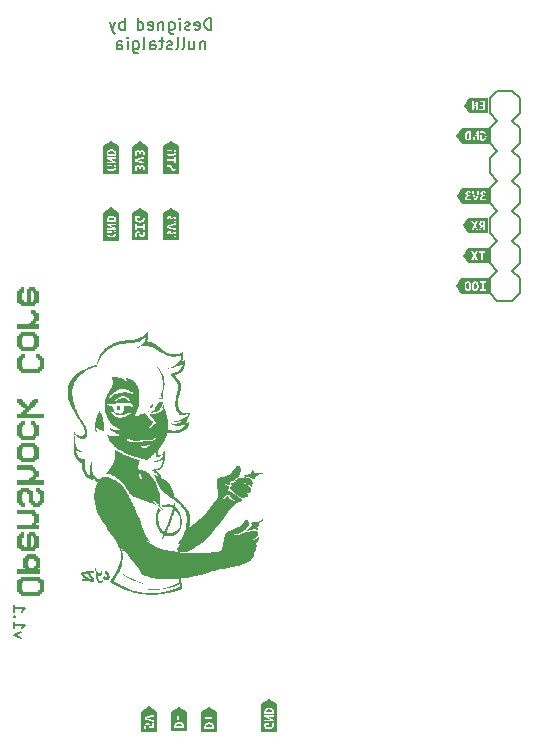
<source format=gbr>
%TF.GenerationSoftware,KiCad,Pcbnew,(7.0.0)*%
%TF.CreationDate,2023-04-05T21:50:32-07:00*%
%TF.ProjectId,OpenShock,4f70656e-5368-46f6-936b-2e6b69636164,rev?*%
%TF.SameCoordinates,Original*%
%TF.FileFunction,Legend,Bot*%
%TF.FilePolarity,Positive*%
%FSLAX46Y46*%
G04 Gerber Fmt 4.6, Leading zero omitted, Abs format (unit mm)*
G04 Created by KiCad (PCBNEW (7.0.0)) date 2023-04-05 21:50:32*
%MOMM*%
%LPD*%
G01*
G04 APERTURE LIST*
%ADD10C,0.150000*%
%ADD11C,0.300000*%
%ADD12C,0.203200*%
%ADD13C,3.200000*%
%ADD14C,1.300000*%
%ADD15O,1.200000X1.800000*%
%ADD16R,1.700000X1.700000*%
%ADD17O,1.700000X1.700000*%
%ADD18C,2.000000*%
%ADD19C,0.650000*%
%ADD20O,1.000000X2.100000*%
%ADD21O,1.000000X1.600000*%
%ADD22O,3.048000X1.850000*%
%ADD23C,2.082800*%
G04 APERTURE END LIST*
D10*
X100960285Y-90789142D02*
X100293619Y-90551047D01*
X100293619Y-90551047D02*
X100960285Y-90312952D01*
X100293619Y-89408190D02*
X100293619Y-89979618D01*
X100293619Y-89693904D02*
X101293619Y-89693904D01*
X101293619Y-89693904D02*
X101150761Y-89789142D01*
X101150761Y-89789142D02*
X101055523Y-89884380D01*
X101055523Y-89884380D02*
X101007904Y-89979618D01*
X100388857Y-88979618D02*
X100341238Y-88931999D01*
X100341238Y-88931999D02*
X100293619Y-88979618D01*
X100293619Y-88979618D02*
X100341238Y-89027237D01*
X100341238Y-89027237D02*
X100388857Y-88979618D01*
X100388857Y-88979618D02*
X100293619Y-88979618D01*
X100293619Y-87979619D02*
X100293619Y-88551047D01*
X100293619Y-88265333D02*
X101293619Y-88265333D01*
X101293619Y-88265333D02*
X101150761Y-88360571D01*
X101150761Y-88360571D02*
X101055523Y-88455809D01*
X101055523Y-88455809D02*
X101007904Y-88551047D01*
X117028380Y-39310380D02*
X117028380Y-38310380D01*
X117028380Y-38310380D02*
X116790285Y-38310380D01*
X116790285Y-38310380D02*
X116647428Y-38358000D01*
X116647428Y-38358000D02*
X116552190Y-38453238D01*
X116552190Y-38453238D02*
X116504571Y-38548476D01*
X116504571Y-38548476D02*
X116456952Y-38738952D01*
X116456952Y-38738952D02*
X116456952Y-38881809D01*
X116456952Y-38881809D02*
X116504571Y-39072285D01*
X116504571Y-39072285D02*
X116552190Y-39167523D01*
X116552190Y-39167523D02*
X116647428Y-39262761D01*
X116647428Y-39262761D02*
X116790285Y-39310380D01*
X116790285Y-39310380D02*
X117028380Y-39310380D01*
X115647428Y-39262761D02*
X115742666Y-39310380D01*
X115742666Y-39310380D02*
X115933142Y-39310380D01*
X115933142Y-39310380D02*
X116028380Y-39262761D01*
X116028380Y-39262761D02*
X116075999Y-39167523D01*
X116075999Y-39167523D02*
X116075999Y-38786571D01*
X116075999Y-38786571D02*
X116028380Y-38691333D01*
X116028380Y-38691333D02*
X115933142Y-38643714D01*
X115933142Y-38643714D02*
X115742666Y-38643714D01*
X115742666Y-38643714D02*
X115647428Y-38691333D01*
X115647428Y-38691333D02*
X115599809Y-38786571D01*
X115599809Y-38786571D02*
X115599809Y-38881809D01*
X115599809Y-38881809D02*
X116075999Y-38977047D01*
X115218856Y-39262761D02*
X115123618Y-39310380D01*
X115123618Y-39310380D02*
X114933142Y-39310380D01*
X114933142Y-39310380D02*
X114837904Y-39262761D01*
X114837904Y-39262761D02*
X114790285Y-39167523D01*
X114790285Y-39167523D02*
X114790285Y-39119904D01*
X114790285Y-39119904D02*
X114837904Y-39024666D01*
X114837904Y-39024666D02*
X114933142Y-38977047D01*
X114933142Y-38977047D02*
X115075999Y-38977047D01*
X115075999Y-38977047D02*
X115171237Y-38929428D01*
X115171237Y-38929428D02*
X115218856Y-38834190D01*
X115218856Y-38834190D02*
X115218856Y-38786571D01*
X115218856Y-38786571D02*
X115171237Y-38691333D01*
X115171237Y-38691333D02*
X115075999Y-38643714D01*
X115075999Y-38643714D02*
X114933142Y-38643714D01*
X114933142Y-38643714D02*
X114837904Y-38691333D01*
X114361713Y-39310380D02*
X114361713Y-38643714D01*
X114361713Y-38310380D02*
X114409332Y-38358000D01*
X114409332Y-38358000D02*
X114361713Y-38405619D01*
X114361713Y-38405619D02*
X114314094Y-38358000D01*
X114314094Y-38358000D02*
X114361713Y-38310380D01*
X114361713Y-38310380D02*
X114361713Y-38405619D01*
X113456952Y-38643714D02*
X113456952Y-39453238D01*
X113456952Y-39453238D02*
X113504571Y-39548476D01*
X113504571Y-39548476D02*
X113552190Y-39596095D01*
X113552190Y-39596095D02*
X113647428Y-39643714D01*
X113647428Y-39643714D02*
X113790285Y-39643714D01*
X113790285Y-39643714D02*
X113885523Y-39596095D01*
X113456952Y-39262761D02*
X113552190Y-39310380D01*
X113552190Y-39310380D02*
X113742666Y-39310380D01*
X113742666Y-39310380D02*
X113837904Y-39262761D01*
X113837904Y-39262761D02*
X113885523Y-39215142D01*
X113885523Y-39215142D02*
X113933142Y-39119904D01*
X113933142Y-39119904D02*
X113933142Y-38834190D01*
X113933142Y-38834190D02*
X113885523Y-38738952D01*
X113885523Y-38738952D02*
X113837904Y-38691333D01*
X113837904Y-38691333D02*
X113742666Y-38643714D01*
X113742666Y-38643714D02*
X113552190Y-38643714D01*
X113552190Y-38643714D02*
X113456952Y-38691333D01*
X112980761Y-38643714D02*
X112980761Y-39310380D01*
X112980761Y-38738952D02*
X112933142Y-38691333D01*
X112933142Y-38691333D02*
X112837904Y-38643714D01*
X112837904Y-38643714D02*
X112695047Y-38643714D01*
X112695047Y-38643714D02*
X112599809Y-38691333D01*
X112599809Y-38691333D02*
X112552190Y-38786571D01*
X112552190Y-38786571D02*
X112552190Y-39310380D01*
X111695047Y-39262761D02*
X111790285Y-39310380D01*
X111790285Y-39310380D02*
X111980761Y-39310380D01*
X111980761Y-39310380D02*
X112075999Y-39262761D01*
X112075999Y-39262761D02*
X112123618Y-39167523D01*
X112123618Y-39167523D02*
X112123618Y-38786571D01*
X112123618Y-38786571D02*
X112075999Y-38691333D01*
X112075999Y-38691333D02*
X111980761Y-38643714D01*
X111980761Y-38643714D02*
X111790285Y-38643714D01*
X111790285Y-38643714D02*
X111695047Y-38691333D01*
X111695047Y-38691333D02*
X111647428Y-38786571D01*
X111647428Y-38786571D02*
X111647428Y-38881809D01*
X111647428Y-38881809D02*
X112123618Y-38977047D01*
X110790285Y-39310380D02*
X110790285Y-38310380D01*
X110790285Y-39262761D02*
X110885523Y-39310380D01*
X110885523Y-39310380D02*
X111075999Y-39310380D01*
X111075999Y-39310380D02*
X111171237Y-39262761D01*
X111171237Y-39262761D02*
X111218856Y-39215142D01*
X111218856Y-39215142D02*
X111266475Y-39119904D01*
X111266475Y-39119904D02*
X111266475Y-38834190D01*
X111266475Y-38834190D02*
X111218856Y-38738952D01*
X111218856Y-38738952D02*
X111171237Y-38691333D01*
X111171237Y-38691333D02*
X111075999Y-38643714D01*
X111075999Y-38643714D02*
X110885523Y-38643714D01*
X110885523Y-38643714D02*
X110790285Y-38691333D01*
X109714094Y-39310380D02*
X109714094Y-38310380D01*
X109714094Y-38691333D02*
X109618856Y-38643714D01*
X109618856Y-38643714D02*
X109428380Y-38643714D01*
X109428380Y-38643714D02*
X109333142Y-38691333D01*
X109333142Y-38691333D02*
X109285523Y-38738952D01*
X109285523Y-38738952D02*
X109237904Y-38834190D01*
X109237904Y-38834190D02*
X109237904Y-39119904D01*
X109237904Y-39119904D02*
X109285523Y-39215142D01*
X109285523Y-39215142D02*
X109333142Y-39262761D01*
X109333142Y-39262761D02*
X109428380Y-39310380D01*
X109428380Y-39310380D02*
X109618856Y-39310380D01*
X109618856Y-39310380D02*
X109714094Y-39262761D01*
X108904570Y-38643714D02*
X108666475Y-39310380D01*
X108428380Y-38643714D02*
X108666475Y-39310380D01*
X108666475Y-39310380D02*
X108761713Y-39548476D01*
X108761713Y-39548476D02*
X108809332Y-39596095D01*
X108809332Y-39596095D02*
X108904570Y-39643714D01*
X116514095Y-40263714D02*
X116514095Y-40930380D01*
X116514095Y-40358952D02*
X116466476Y-40311333D01*
X116466476Y-40311333D02*
X116371238Y-40263714D01*
X116371238Y-40263714D02*
X116228381Y-40263714D01*
X116228381Y-40263714D02*
X116133143Y-40311333D01*
X116133143Y-40311333D02*
X116085524Y-40406571D01*
X116085524Y-40406571D02*
X116085524Y-40930380D01*
X115180762Y-40263714D02*
X115180762Y-40930380D01*
X115609333Y-40263714D02*
X115609333Y-40787523D01*
X115609333Y-40787523D02*
X115561714Y-40882761D01*
X115561714Y-40882761D02*
X115466476Y-40930380D01*
X115466476Y-40930380D02*
X115323619Y-40930380D01*
X115323619Y-40930380D02*
X115228381Y-40882761D01*
X115228381Y-40882761D02*
X115180762Y-40835142D01*
X114561714Y-40930380D02*
X114656952Y-40882761D01*
X114656952Y-40882761D02*
X114704571Y-40787523D01*
X114704571Y-40787523D02*
X114704571Y-39930380D01*
X114037904Y-40930380D02*
X114133142Y-40882761D01*
X114133142Y-40882761D02*
X114180761Y-40787523D01*
X114180761Y-40787523D02*
X114180761Y-39930380D01*
X113704570Y-40882761D02*
X113609332Y-40930380D01*
X113609332Y-40930380D02*
X113418856Y-40930380D01*
X113418856Y-40930380D02*
X113323618Y-40882761D01*
X113323618Y-40882761D02*
X113275999Y-40787523D01*
X113275999Y-40787523D02*
X113275999Y-40739904D01*
X113275999Y-40739904D02*
X113323618Y-40644666D01*
X113323618Y-40644666D02*
X113418856Y-40597047D01*
X113418856Y-40597047D02*
X113561713Y-40597047D01*
X113561713Y-40597047D02*
X113656951Y-40549428D01*
X113656951Y-40549428D02*
X113704570Y-40454190D01*
X113704570Y-40454190D02*
X113704570Y-40406571D01*
X113704570Y-40406571D02*
X113656951Y-40311333D01*
X113656951Y-40311333D02*
X113561713Y-40263714D01*
X113561713Y-40263714D02*
X113418856Y-40263714D01*
X113418856Y-40263714D02*
X113323618Y-40311333D01*
X112990284Y-40263714D02*
X112609332Y-40263714D01*
X112847427Y-39930380D02*
X112847427Y-40787523D01*
X112847427Y-40787523D02*
X112799808Y-40882761D01*
X112799808Y-40882761D02*
X112704570Y-40930380D01*
X112704570Y-40930380D02*
X112609332Y-40930380D01*
X111847427Y-40930380D02*
X111847427Y-40406571D01*
X111847427Y-40406571D02*
X111895046Y-40311333D01*
X111895046Y-40311333D02*
X111990284Y-40263714D01*
X111990284Y-40263714D02*
X112180760Y-40263714D01*
X112180760Y-40263714D02*
X112275998Y-40311333D01*
X111847427Y-40882761D02*
X111942665Y-40930380D01*
X111942665Y-40930380D02*
X112180760Y-40930380D01*
X112180760Y-40930380D02*
X112275998Y-40882761D01*
X112275998Y-40882761D02*
X112323617Y-40787523D01*
X112323617Y-40787523D02*
X112323617Y-40692285D01*
X112323617Y-40692285D02*
X112275998Y-40597047D01*
X112275998Y-40597047D02*
X112180760Y-40549428D01*
X112180760Y-40549428D02*
X111942665Y-40549428D01*
X111942665Y-40549428D02*
X111847427Y-40501809D01*
X111228379Y-40930380D02*
X111323617Y-40882761D01*
X111323617Y-40882761D02*
X111371236Y-40787523D01*
X111371236Y-40787523D02*
X111371236Y-39930380D01*
X110418855Y-40263714D02*
X110418855Y-41073238D01*
X110418855Y-41073238D02*
X110466474Y-41168476D01*
X110466474Y-41168476D02*
X110514093Y-41216095D01*
X110514093Y-41216095D02*
X110609331Y-41263714D01*
X110609331Y-41263714D02*
X110752188Y-41263714D01*
X110752188Y-41263714D02*
X110847426Y-41216095D01*
X110418855Y-40882761D02*
X110514093Y-40930380D01*
X110514093Y-40930380D02*
X110704569Y-40930380D01*
X110704569Y-40930380D02*
X110799807Y-40882761D01*
X110799807Y-40882761D02*
X110847426Y-40835142D01*
X110847426Y-40835142D02*
X110895045Y-40739904D01*
X110895045Y-40739904D02*
X110895045Y-40454190D01*
X110895045Y-40454190D02*
X110847426Y-40358952D01*
X110847426Y-40358952D02*
X110799807Y-40311333D01*
X110799807Y-40311333D02*
X110704569Y-40263714D01*
X110704569Y-40263714D02*
X110514093Y-40263714D01*
X110514093Y-40263714D02*
X110418855Y-40311333D01*
X109942664Y-40930380D02*
X109942664Y-40263714D01*
X109942664Y-39930380D02*
X109990283Y-39978000D01*
X109990283Y-39978000D02*
X109942664Y-40025619D01*
X109942664Y-40025619D02*
X109895045Y-39978000D01*
X109895045Y-39978000D02*
X109942664Y-39930380D01*
X109942664Y-39930380D02*
X109942664Y-40025619D01*
X109037903Y-40930380D02*
X109037903Y-40406571D01*
X109037903Y-40406571D02*
X109085522Y-40311333D01*
X109085522Y-40311333D02*
X109180760Y-40263714D01*
X109180760Y-40263714D02*
X109371236Y-40263714D01*
X109371236Y-40263714D02*
X109466474Y-40311333D01*
X109037903Y-40882761D02*
X109133141Y-40930380D01*
X109133141Y-40930380D02*
X109371236Y-40930380D01*
X109371236Y-40930380D02*
X109466474Y-40882761D01*
X109466474Y-40882761D02*
X109514093Y-40787523D01*
X109514093Y-40787523D02*
X109514093Y-40692285D01*
X109514093Y-40692285D02*
X109466474Y-40597047D01*
X109466474Y-40597047D02*
X109371236Y-40549428D01*
X109371236Y-40549428D02*
X109133141Y-40549428D01*
X109133141Y-40549428D02*
X109037903Y-40501809D01*
D11*
G36*
X102552247Y-85759820D02*
G01*
X102714034Y-85759820D01*
X102714034Y-85918236D01*
X102875820Y-85918236D01*
X102875820Y-86901875D01*
X102714034Y-86901875D01*
X102714034Y-87059729D01*
X102552247Y-87059729D01*
X102552247Y-87218145D01*
X100934383Y-87218145D01*
X100934383Y-87059729D01*
X100772596Y-87059729D01*
X100772596Y-86901875D01*
X100610810Y-86901875D01*
X100610810Y-86708069D01*
X100970335Y-86708069D01*
X101114145Y-86708069D01*
X101114145Y-86865923D01*
X102372484Y-86865923D01*
X102372484Y-86708069D01*
X102516295Y-86708069D01*
X102516295Y-86112043D01*
X102372484Y-86112043D01*
X102372484Y-85954189D01*
X101114145Y-85954189D01*
X101114145Y-86112043D01*
X100970335Y-86112043D01*
X100970335Y-86708069D01*
X100610810Y-86708069D01*
X100610810Y-85918236D01*
X100772596Y-85918236D01*
X100772596Y-85759820D01*
X100934383Y-85759820D01*
X100934383Y-85601966D01*
X102552247Y-85601966D01*
X102552247Y-85759820D01*
G37*
G36*
X102228674Y-83874558D02*
G01*
X102390461Y-83874558D01*
X102390461Y-84032974D01*
X102552247Y-84032974D01*
X102552247Y-84858759D01*
X102394393Y-84858759D01*
X102394393Y-84980661D01*
X102552247Y-84980661D01*
X102552247Y-85332884D01*
X100610810Y-85332884D01*
X100610810Y-84980661D01*
X101272000Y-84980661D01*
X101272000Y-84858759D01*
X101114145Y-84858759D01*
X101114145Y-84664953D01*
X101473671Y-84664953D01*
X101617481Y-84664953D01*
X101617481Y-84822807D01*
X102048912Y-84822807D01*
X102048912Y-84664953D01*
X102192722Y-84664953D01*
X102192722Y-84226781D01*
X102048912Y-84226781D01*
X102048912Y-84068927D01*
X101617481Y-84068927D01*
X101617481Y-84226781D01*
X101473671Y-84226781D01*
X101473671Y-84664953D01*
X101114145Y-84664953D01*
X101114145Y-84032974D01*
X101275932Y-84032974D01*
X101275932Y-83874558D01*
X101437718Y-83874558D01*
X101437718Y-83716704D01*
X102228674Y-83716704D01*
X102228674Y-83874558D01*
G37*
G36*
X101150098Y-82341519D02*
G01*
X100977076Y-82341519D01*
X100970335Y-82937545D01*
X101150098Y-82937545D01*
X101150098Y-83095399D01*
X101401766Y-83095399D01*
X101401766Y-82183665D01*
X101761291Y-82183665D01*
X101761291Y-83095399D01*
X101905101Y-83095399D01*
X101905101Y-82937545D01*
X102048912Y-82937545D01*
X102048912Y-82341519D01*
X101905101Y-82341519D01*
X101905101Y-82183665D01*
X101761291Y-82183665D01*
X101401766Y-82183665D01*
X101401766Y-81989297D01*
X101563552Y-81989297D01*
X101563552Y-81831443D01*
X102084864Y-81831443D01*
X102084864Y-81989297D01*
X102228674Y-81989297D01*
X102228674Y-82147151D01*
X102408437Y-82147151D01*
X102408437Y-83131352D01*
X102228674Y-83131352D01*
X102228674Y-83289206D01*
X102084864Y-83289206D01*
X102084864Y-83447622D01*
X100941685Y-83447622D01*
X100934944Y-83289206D01*
X100790572Y-83289206D01*
X100790572Y-83131352D01*
X100610810Y-83131352D01*
X100610810Y-82147151D01*
X100790572Y-82147151D01*
X100790572Y-81989297D01*
X100934383Y-81989297D01*
X100934383Y-81831443D01*
X101150098Y-81831443D01*
X101150098Y-82341519D01*
G37*
G36*
X101869149Y-81210138D02*
G01*
X100610810Y-81210138D01*
X100610810Y-81562360D01*
X102408437Y-81562360D01*
X102408437Y-81210138D01*
X102228674Y-81210138D01*
X102228674Y-81088236D01*
X102408437Y-81088236D01*
X102408437Y-80262451D01*
X102228674Y-80262451D01*
X102228674Y-80104035D01*
X102084864Y-80104035D01*
X102084864Y-79946181D01*
X100610810Y-79946181D01*
X100610810Y-80298404D01*
X101869149Y-80298404D01*
X101869149Y-80456258D01*
X102048912Y-80456258D01*
X102048912Y-81052284D01*
X101869149Y-81052284D01*
X101869149Y-81210138D01*
G37*
G36*
X102552247Y-78218773D02*
G01*
X102552247Y-78060919D01*
X102192722Y-78060919D01*
X102192722Y-78413142D01*
X102372484Y-78413142D01*
X102372484Y-78570996D01*
X102516295Y-78570996D01*
X102516295Y-79167022D01*
X102372484Y-79167022D01*
X102372484Y-79324876D01*
X102096661Y-79324876D01*
X102096661Y-79167022D01*
X101941054Y-79167022D01*
X101941054Y-78377189D01*
X101779267Y-78377189D01*
X101779267Y-78218773D01*
X101617481Y-78218773D01*
X101617481Y-78060919D01*
X100934383Y-78060919D01*
X100934383Y-78218773D01*
X100790572Y-78218773D01*
X100790572Y-78377189D01*
X100610810Y-78377189D01*
X100610810Y-79360829D01*
X100790572Y-79360829D01*
X100790572Y-79518683D01*
X100934383Y-79518683D01*
X100934383Y-79677099D01*
X101293908Y-79677099D01*
X101293908Y-79324876D01*
X101114145Y-79324876D01*
X101114145Y-79167022D01*
X100970335Y-79167022D01*
X100970335Y-78570996D01*
X101114145Y-78570996D01*
X101114145Y-78413142D01*
X101413563Y-78413142D01*
X101413563Y-78570996D01*
X101581528Y-78570996D01*
X101581528Y-79360829D01*
X101743315Y-79360829D01*
X101743315Y-79518683D01*
X101905101Y-79518683D01*
X101905101Y-79677099D01*
X102552247Y-79677099D01*
X102552247Y-79518683D01*
X102696057Y-79518683D01*
X102696057Y-79360829D01*
X102875820Y-79360829D01*
X102875820Y-78377189D01*
X102696057Y-78377189D01*
X102696057Y-78218773D01*
X102552247Y-78218773D01*
G37*
G36*
X101566361Y-77439614D02*
G01*
X100610810Y-77439614D01*
X100610810Y-77791837D01*
X102875820Y-77791837D01*
X102875820Y-77439614D01*
X102070820Y-77439614D01*
X102070820Y-77317713D01*
X102228674Y-77317713D01*
X102228674Y-77159859D01*
X102408437Y-77159859D01*
X102408437Y-76649782D01*
X102228674Y-76649782D01*
X102228674Y-76491928D01*
X102084864Y-76491928D01*
X102084864Y-76333512D01*
X101941054Y-76333512D01*
X101941054Y-76175658D01*
X100610810Y-76175658D01*
X100610810Y-76527880D01*
X101725339Y-76527880D01*
X101725339Y-76685734D01*
X101905101Y-76685734D01*
X101905101Y-76843588D01*
X102063517Y-76843588D01*
X102063517Y-76966052D01*
X101905101Y-76966052D01*
X101905101Y-77123906D01*
X101725339Y-77123906D01*
X101725339Y-77281760D01*
X101566361Y-77281760D01*
X101566361Y-77439614D01*
G37*
G36*
X102084864Y-74448250D02*
G01*
X102246651Y-74448250D01*
X102246651Y-74606666D01*
X102408437Y-74606666D01*
X102408437Y-75590305D01*
X102246651Y-75590305D01*
X102246651Y-75748159D01*
X102084864Y-75748159D01*
X102084864Y-75906575D01*
X100934383Y-75906575D01*
X100934383Y-75748159D01*
X100772596Y-75748159D01*
X100772596Y-75590305D01*
X100610810Y-75590305D01*
X100610810Y-75396498D01*
X100970335Y-75396498D01*
X101114145Y-75396498D01*
X101114145Y-75554353D01*
X101905101Y-75554353D01*
X101905101Y-75396498D01*
X102048912Y-75396498D01*
X102048912Y-74800473D01*
X101905101Y-74800473D01*
X101905101Y-74642618D01*
X101114145Y-74642618D01*
X101114145Y-74800473D01*
X100970335Y-74800473D01*
X100970335Y-75396498D01*
X100610810Y-75396498D01*
X100610810Y-74606666D01*
X100772596Y-74606666D01*
X100772596Y-74448250D01*
X100934383Y-74448250D01*
X100934383Y-74290396D01*
X102084864Y-74290396D01*
X102084864Y-74448250D01*
G37*
G36*
X101114145Y-72757357D02*
G01*
X101293908Y-72757357D01*
X101293908Y-72405134D01*
X100934383Y-72405134D01*
X100934383Y-72562988D01*
X100790572Y-72562988D01*
X100790572Y-72721404D01*
X100610810Y-72721404D01*
X100610810Y-73705043D01*
X100790572Y-73705043D01*
X100790572Y-73862898D01*
X100934383Y-73862898D01*
X100934383Y-74021314D01*
X102084864Y-74021314D01*
X102084864Y-73862898D01*
X102228674Y-73862898D01*
X102228674Y-73705043D01*
X102408437Y-73705043D01*
X102408437Y-72721404D01*
X102228674Y-72721404D01*
X102228674Y-72562988D01*
X102084864Y-72562988D01*
X102084864Y-72405134D01*
X101725339Y-72405134D01*
X101725339Y-72757357D01*
X101905101Y-72757357D01*
X101905101Y-72915211D01*
X102048912Y-72915211D01*
X102048912Y-73511237D01*
X101905101Y-73511237D01*
X101905101Y-73669091D01*
X101114145Y-73669091D01*
X101114145Y-73511237D01*
X100970335Y-73511237D01*
X100970335Y-72915211D01*
X101114145Y-72915211D01*
X101114145Y-72757357D01*
G37*
G36*
X100934383Y-71783829D02*
G01*
X100610810Y-71783829D01*
X100610810Y-72136052D01*
X102875820Y-72136052D01*
X102875820Y-71783829D01*
X101437718Y-71783829D01*
X101437718Y-71661928D01*
X101595572Y-71661928D01*
X101595572Y-71503512D01*
X101753427Y-71503512D01*
X101753427Y-71345658D01*
X101911281Y-71345658D01*
X101911281Y-71187803D01*
X102069697Y-71187803D01*
X102069697Y-71029949D01*
X102227551Y-71029949D01*
X102227551Y-70872095D01*
X102385405Y-70872095D01*
X102385405Y-70519872D01*
X102033744Y-70519872D01*
X102033744Y-70677727D01*
X101875328Y-70677727D01*
X101875328Y-70836143D01*
X101717474Y-70836143D01*
X101717474Y-70993997D01*
X101559620Y-70993997D01*
X101559620Y-71151851D01*
X101437718Y-71151851D01*
X101437718Y-70993997D01*
X101282111Y-70993997D01*
X101282111Y-70836143D01*
X101125942Y-70836143D01*
X101125942Y-70677727D01*
X100970335Y-70677727D01*
X100970335Y-70519872D01*
X100610810Y-70519872D01*
X100610810Y-70872095D01*
X100772596Y-70872095D01*
X100772596Y-71029949D01*
X100934383Y-71029949D01*
X100934383Y-71187803D01*
X101092237Y-71187803D01*
X101092237Y-71345658D01*
X101250091Y-71345658D01*
X101250091Y-71467559D01*
X101092237Y-71467559D01*
X101092237Y-71625975D01*
X100934383Y-71625975D01*
X100934383Y-71783829D01*
G37*
G36*
X100970335Y-67855452D02*
G01*
X100970335Y-67259426D01*
X101114145Y-67259426D01*
X101114145Y-67101572D01*
X101293908Y-67101572D01*
X101293908Y-66749349D01*
X100934383Y-66749349D01*
X100934383Y-66907203D01*
X100790572Y-66907203D01*
X100790572Y-67065619D01*
X100610810Y-67065619D01*
X100610810Y-68049258D01*
X100790572Y-68049258D01*
X100790572Y-68207113D01*
X100934383Y-68207113D01*
X100934383Y-68365528D01*
X102552247Y-68365528D01*
X102552247Y-68207113D01*
X102696057Y-68207113D01*
X102696057Y-68049258D01*
X102875820Y-68049258D01*
X102875820Y-67065619D01*
X102696057Y-67065619D01*
X102696057Y-66907203D01*
X102552247Y-66907203D01*
X102552247Y-66749349D01*
X102192722Y-66749349D01*
X102192722Y-67101572D01*
X102372484Y-67101572D01*
X102372484Y-67259426D01*
X102516295Y-67259426D01*
X102516295Y-67855452D01*
X102372484Y-67855452D01*
X102372484Y-68013306D01*
X101114145Y-68013306D01*
X101114145Y-67855452D01*
X100970335Y-67855452D01*
G37*
G36*
X102084864Y-65021942D02*
G01*
X102246651Y-65021942D01*
X102246651Y-65180357D01*
X102408437Y-65180357D01*
X102408437Y-66163997D01*
X102246651Y-66163997D01*
X102246651Y-66321851D01*
X102084864Y-66321851D01*
X102084864Y-66480267D01*
X100934383Y-66480267D01*
X100934383Y-66321851D01*
X100772596Y-66321851D01*
X100772596Y-66163997D01*
X100610810Y-66163997D01*
X100610810Y-65970190D01*
X100970335Y-65970190D01*
X101114145Y-65970190D01*
X101114145Y-66128044D01*
X101905101Y-66128044D01*
X101905101Y-65970190D01*
X102048912Y-65970190D01*
X102048912Y-65374164D01*
X101905101Y-65374164D01*
X101905101Y-65216310D01*
X101114145Y-65216310D01*
X101114145Y-65374164D01*
X100970335Y-65374164D01*
X100970335Y-65970190D01*
X100610810Y-65970190D01*
X100610810Y-65180357D01*
X100772596Y-65180357D01*
X100772596Y-65021942D01*
X100934383Y-65021942D01*
X100934383Y-64864087D01*
X102084864Y-64864087D01*
X102084864Y-65021942D01*
G37*
G36*
X101566361Y-64242782D02*
G01*
X100610810Y-64242782D01*
X100610810Y-64595005D01*
X102408437Y-64595005D01*
X102408437Y-64242782D01*
X102084864Y-64242782D01*
X102084864Y-64120881D01*
X102228674Y-64120881D01*
X102228674Y-63963027D01*
X102408437Y-63963027D01*
X102408437Y-63295096D01*
X102228674Y-63295096D01*
X102228674Y-63136680D01*
X102084864Y-63136680D01*
X102084864Y-62978826D01*
X101725339Y-62978826D01*
X101725339Y-63331048D01*
X101905101Y-63331048D01*
X101905101Y-63488903D01*
X102048912Y-63488903D01*
X102048912Y-63768658D01*
X101905101Y-63768658D01*
X101905101Y-63927074D01*
X101725339Y-63927074D01*
X101725339Y-64084928D01*
X101566361Y-64084928D01*
X101566361Y-64242782D01*
G37*
G36*
X101150098Y-61603641D02*
G01*
X100977076Y-61603641D01*
X100970335Y-62199667D01*
X101150098Y-62199667D01*
X101150098Y-62357521D01*
X101401766Y-62357521D01*
X101401766Y-61445787D01*
X101761291Y-61445787D01*
X101761291Y-62357521D01*
X101905101Y-62357521D01*
X101905101Y-62199667D01*
X102048912Y-62199667D01*
X102048912Y-61603641D01*
X101905101Y-61603641D01*
X101905101Y-61445787D01*
X101761291Y-61445787D01*
X101401766Y-61445787D01*
X101401766Y-61251418D01*
X101563552Y-61251418D01*
X101563552Y-61093564D01*
X102084864Y-61093564D01*
X102084864Y-61251418D01*
X102228674Y-61251418D01*
X102228674Y-61409272D01*
X102408437Y-61409272D01*
X102408437Y-62393473D01*
X102228674Y-62393473D01*
X102228674Y-62551327D01*
X102084864Y-62551327D01*
X102084864Y-62709743D01*
X100941685Y-62709743D01*
X100934944Y-62551327D01*
X100790572Y-62551327D01*
X100790572Y-62393473D01*
X100610810Y-62393473D01*
X100610810Y-61409272D01*
X100790572Y-61409272D01*
X100790572Y-61251418D01*
X100934383Y-61251418D01*
X100934383Y-61093564D01*
X101150098Y-61093564D01*
X101150098Y-61603641D01*
G37*
%TO.C,kibuzzard-63FC1972*%
G36*
X110312132Y-55287753D02*
G01*
X110576715Y-55287753D01*
X110583224Y-55357762D01*
X110602750Y-55420468D01*
X110635135Y-55475237D01*
X110680220Y-55521433D01*
X110738005Y-55558581D01*
X110808490Y-55586203D01*
X110891516Y-55603348D01*
X110986925Y-55609063D01*
X111081381Y-55602396D01*
X111164090Y-55582393D01*
X111234734Y-55550961D01*
X111292995Y-55510003D01*
X111338556Y-55460156D01*
X111371100Y-55402053D01*
X111390626Y-55337601D01*
X111397135Y-55268703D01*
X111390150Y-55186788D01*
X111374275Y-55123923D01*
X111355225Y-55080108D01*
X111339985Y-55054073D01*
X111215525Y-55094713D01*
X111247275Y-55163293D01*
X111261245Y-55247113D01*
X111240925Y-55341093D01*
X111184410Y-55403958D01*
X111098050Y-55439518D01*
X111045186Y-55447614D01*
X110986925Y-55450313D01*
X110901200Y-55445374D01*
X110831985Y-55430558D01*
X110779280Y-55405863D01*
X110729274Y-55350936D01*
X110712605Y-55275053D01*
X110713875Y-55244573D01*
X110717685Y-55214093D01*
X111004705Y-55214093D01*
X111004705Y-55057883D01*
X110612275Y-55057883D01*
X110589415Y-55144878D01*
X110579890Y-55210124D01*
X110576715Y-55287753D01*
X110312132Y-55287753D01*
X110312132Y-55054073D01*
X110312132Y-54789490D01*
X110986925Y-54339628D01*
X111661718Y-54789490D01*
X111661718Y-55054073D01*
X111661718Y-56862553D01*
X111661718Y-57127136D01*
X110312132Y-57127136D01*
X110312132Y-56862553D01*
X110312132Y-56618713D01*
X110576715Y-56618713D01*
X110581954Y-56706661D01*
X110597670Y-56774923D01*
X110636405Y-56862553D01*
X110763405Y-56816833D01*
X110725305Y-56734918D01*
X110711970Y-56682054D01*
X110707525Y-56618713D01*
X110715780Y-56553308D01*
X110738640Y-56512033D01*
X110771660Y-56491078D01*
X110809125Y-56485363D01*
X110852305Y-56499333D01*
X110885960Y-56534893D01*
X110912630Y-56583153D01*
X110934855Y-56636493D01*
X110964065Y-56710153D01*
X111005975Y-56779368D01*
X111068840Y-56830803D01*
X111162185Y-56851123D01*
X111260610Y-56833184D01*
X111334905Y-56779368D01*
X111369477Y-56725534D01*
X111390221Y-56659706D01*
X111397135Y-56581883D01*
X111393008Y-56514097D01*
X111380625Y-56455518D01*
X111343795Y-56364713D01*
X111223145Y-56410433D01*
X111253625Y-56480918D01*
X111266325Y-56570453D01*
X111256306Y-56639598D01*
X111226249Y-56681084D01*
X111176155Y-56694913D01*
X111136150Y-56682213D01*
X111105670Y-56649828D01*
X111082175Y-56605378D01*
X111063125Y-56556483D01*
X111032010Y-56479648D01*
X110986290Y-56405988D01*
X110915170Y-56350743D01*
X110867069Y-56334551D01*
X110807855Y-56329153D01*
X110709906Y-56347092D01*
X110637040Y-56400908D01*
X110603526Y-56457000D01*
X110583418Y-56529601D01*
X110576715Y-56618713D01*
X110312132Y-56618713D01*
X110312132Y-56209773D01*
X110312132Y-55710663D01*
X110593225Y-55710663D01*
X110593225Y-56209773D01*
X110722765Y-56209773D01*
X110722765Y-56038323D01*
X111249815Y-56038323D01*
X111249815Y-56209773D01*
X111379355Y-56209773D01*
X111379355Y-55710663D01*
X111249815Y-55710663D01*
X111249815Y-55880843D01*
X110722765Y-55880843D01*
X110722765Y-55710663D01*
X110593225Y-55710663D01*
X110312132Y-55710663D01*
X110312132Y-55287753D01*
G37*
%TO.C,kibuzzard-63FC195C*%
G36*
X108677771Y-55206473D02*
G01*
X108762861Y-55233143D01*
X108821916Y-55285213D01*
X108844141Y-55370303D01*
X108843506Y-55393163D01*
X108840331Y-55416023D01*
X108312011Y-55416023D01*
X108310741Y-55402053D01*
X108310741Y-55388083D01*
X108331061Y-55298548D01*
X108386941Y-55240128D01*
X108471396Y-55208378D01*
X108522672Y-55201234D01*
X108578711Y-55198853D01*
X108677771Y-55206473D01*
G37*
G36*
X107903918Y-55404593D02*
G01*
X108174851Y-55404593D01*
X108179296Y-55486508D01*
X108193901Y-55572233D01*
X108960981Y-55572233D01*
X108976221Y-55471903D01*
X108980031Y-55384273D01*
X108974316Y-55310137D01*
X108957171Y-55242668D01*
X108927802Y-55183454D01*
X108885416Y-55134083D01*
X108829854Y-55094554D01*
X108760956Y-55064868D01*
X108677612Y-55046294D01*
X108578711Y-55040103D01*
X108477587Y-55046929D01*
X108392656Y-55067408D01*
X108322965Y-55099952D01*
X108267561Y-55142973D01*
X108225810Y-55195837D01*
X108197076Y-55257908D01*
X108180407Y-55327917D01*
X108174851Y-55404593D01*
X107903918Y-55404593D01*
X107903918Y-55040103D01*
X107903918Y-54775520D01*
X108578711Y-54325658D01*
X109253504Y-54775520D01*
X109253504Y-55040103D01*
X109253504Y-56876523D01*
X109253504Y-57141106D01*
X107903918Y-57141106D01*
X107903918Y-56876523D01*
X107903918Y-56555213D01*
X108168501Y-56555213D01*
X108175010Y-56625222D01*
X108194536Y-56687928D01*
X108226921Y-56742697D01*
X108272006Y-56788893D01*
X108329791Y-56826041D01*
X108400276Y-56853663D01*
X108483302Y-56870808D01*
X108578711Y-56876523D01*
X108673167Y-56869856D01*
X108755876Y-56849853D01*
X108826520Y-56818421D01*
X108884781Y-56777463D01*
X108930342Y-56727616D01*
X108962886Y-56669513D01*
X108982412Y-56605061D01*
X108988921Y-56536163D01*
X108981936Y-56454248D01*
X108966061Y-56391383D01*
X108947011Y-56347568D01*
X108931771Y-56321533D01*
X108807311Y-56362173D01*
X108839061Y-56430753D01*
X108853031Y-56514573D01*
X108832711Y-56608553D01*
X108776196Y-56671418D01*
X108689836Y-56706978D01*
X108636972Y-56715074D01*
X108578711Y-56717773D01*
X108492986Y-56712834D01*
X108423771Y-56698018D01*
X108371066Y-56673323D01*
X108321060Y-56618396D01*
X108304391Y-56542513D01*
X108305661Y-56512033D01*
X108309471Y-56481553D01*
X108596491Y-56481553D01*
X108596491Y-56325343D01*
X108204061Y-56325343D01*
X108181201Y-56412338D01*
X108171676Y-56477584D01*
X108168501Y-56555213D01*
X107903918Y-56555213D01*
X107903918Y-55824963D01*
X107903918Y-55699233D01*
X108185011Y-55699233D01*
X108185011Y-55824963D01*
X108272147Y-55861581D01*
X108359142Y-55900316D01*
X108445996Y-55941168D01*
X108532850Y-55984136D01*
X108619845Y-56029221D01*
X108706981Y-56076423D01*
X108185011Y-56076423D01*
X108185011Y-56217393D01*
X108971141Y-56217393D01*
X108971141Y-56091663D01*
X108912880Y-56056103D01*
X108849856Y-56020543D01*
X108784610Y-55985459D01*
X108719681Y-55951328D01*
X108655864Y-55918943D01*
X108593951Y-55889098D01*
X108536801Y-55862587D01*
X108487271Y-55840203D01*
X108971141Y-55840203D01*
X108971141Y-55699233D01*
X108185011Y-55699233D01*
X107903918Y-55699233D01*
X107903918Y-55404593D01*
G37*
%TO.C,kibuzzard-63FC19D3*%
G36*
X112978006Y-49667515D02*
G01*
X113242589Y-49667515D01*
X113249098Y-49737524D01*
X113268624Y-49800230D01*
X113301009Y-49854999D01*
X113346094Y-49901195D01*
X113403879Y-49938343D01*
X113474364Y-49965965D01*
X113557390Y-49983110D01*
X113652799Y-49988825D01*
X113747255Y-49982158D01*
X113829964Y-49962155D01*
X113900608Y-49930723D01*
X113958869Y-49889765D01*
X114004430Y-49839918D01*
X114036974Y-49781815D01*
X114056500Y-49717363D01*
X114063009Y-49648465D01*
X114056024Y-49566550D01*
X114040149Y-49503685D01*
X114021099Y-49459870D01*
X114005859Y-49433835D01*
X113881399Y-49474475D01*
X113913149Y-49543055D01*
X113927119Y-49626875D01*
X113906799Y-49720855D01*
X113850284Y-49783720D01*
X113763924Y-49819280D01*
X113711060Y-49827376D01*
X113652799Y-49830075D01*
X113567074Y-49825136D01*
X113497859Y-49810320D01*
X113445154Y-49785625D01*
X113395148Y-49730698D01*
X113378479Y-49654815D01*
X113379749Y-49624335D01*
X113383559Y-49593855D01*
X113670579Y-49593855D01*
X113670579Y-49437645D01*
X113278149Y-49437645D01*
X113255289Y-49524640D01*
X113245764Y-49589886D01*
X113242589Y-49667515D01*
X112978006Y-49667515D01*
X112978006Y-49433835D01*
X112978006Y-49169252D01*
X113652799Y-48719390D01*
X114327592Y-49169252D01*
X114327592Y-49433835D01*
X114327592Y-51242315D01*
X114327592Y-51506898D01*
X112978006Y-51506898D01*
X112978006Y-51242315D01*
X112978006Y-50998475D01*
X113242589Y-50998475D01*
X113247828Y-51086423D01*
X113263544Y-51154685D01*
X113302279Y-51242315D01*
X113429279Y-51196595D01*
X113391179Y-51114680D01*
X113377844Y-51061816D01*
X113373399Y-50998475D01*
X113381654Y-50933070D01*
X113404514Y-50891795D01*
X113437534Y-50870840D01*
X113474999Y-50865125D01*
X113518179Y-50879095D01*
X113551834Y-50914655D01*
X113578504Y-50962915D01*
X113600729Y-51016255D01*
X113629939Y-51089915D01*
X113671849Y-51159130D01*
X113734714Y-51210565D01*
X113828059Y-51230885D01*
X113926484Y-51212946D01*
X114000779Y-51159130D01*
X114035351Y-51105296D01*
X114056095Y-51039468D01*
X114063009Y-50961645D01*
X114058882Y-50893859D01*
X114046499Y-50835280D01*
X114009669Y-50744475D01*
X113889019Y-50790195D01*
X113919499Y-50860680D01*
X113932199Y-50950215D01*
X113922180Y-51019360D01*
X113892123Y-51060846D01*
X113842029Y-51074675D01*
X113802024Y-51061975D01*
X113771544Y-51029590D01*
X113748049Y-50985140D01*
X113728999Y-50936245D01*
X113697884Y-50859410D01*
X113652164Y-50785750D01*
X113581044Y-50730505D01*
X113532943Y-50714313D01*
X113473729Y-50708915D01*
X113375780Y-50726854D01*
X113302914Y-50780670D01*
X113269400Y-50836762D01*
X113249292Y-50909363D01*
X113242589Y-50998475D01*
X112978006Y-50998475D01*
X112978006Y-50589535D01*
X112978006Y-50090425D01*
X113259099Y-50090425D01*
X113259099Y-50589535D01*
X113388639Y-50589535D01*
X113388639Y-50418085D01*
X113915689Y-50418085D01*
X113915689Y-50589535D01*
X114045229Y-50589535D01*
X114045229Y-50090425D01*
X113915689Y-50090425D01*
X113915689Y-50260605D01*
X113388639Y-50260605D01*
X113388639Y-50090425D01*
X113259099Y-50090425D01*
X112978006Y-50090425D01*
X112978006Y-49667515D01*
G37*
%TO.C,kibuzzard-63FC1979*%
G36*
X112980962Y-55365223D02*
G01*
X113245545Y-55365223D01*
X113249990Y-55426818D01*
X113260785Y-55489048D01*
X113274755Y-55544293D01*
X113288725Y-55583663D01*
X113419535Y-55553183D01*
X113392865Y-55477618D01*
X113382388Y-55426659D01*
X113378895Y-55366493D01*
X113387467Y-55298389D01*
X113413185Y-55254098D01*
X113498275Y-55221713D01*
X113551139Y-55234096D01*
X113585270Y-55271243D01*
X113603844Y-55327441D01*
X113610035Y-55396973D01*
X113610035Y-55445233D01*
X113739575Y-55445233D01*
X113739575Y-55386813D01*
X113744655Y-55338553D01*
X113761165Y-55295373D01*
X113791645Y-55264258D01*
X113839905Y-55252193D01*
X113907850Y-55278228D01*
X113932615Y-55349983D01*
X113918010Y-55438248D01*
X113881815Y-55513813D01*
X113996115Y-55569693D01*
X114042470Y-55478888D01*
X114060091Y-55418722D01*
X114065965Y-55351253D01*
X114061838Y-55289499D01*
X114049455Y-55236318D01*
X114003100Y-55155673D01*
X113932615Y-55108683D01*
X113844985Y-55093443D01*
X113754815Y-55120113D01*
X113688775Y-55191233D01*
X113657343Y-55137099D01*
X113613845Y-55096618D01*
X113559553Y-55071377D01*
X113495735Y-55062963D01*
X113395405Y-55080743D01*
X113316030Y-55135353D01*
X113286185Y-55177263D01*
X113263960Y-55229333D01*
X113250149Y-55291881D01*
X113245545Y-55365223D01*
X112980962Y-55365223D01*
X112980962Y-55062963D01*
X112980962Y-54798380D01*
X113655755Y-54348518D01*
X114330548Y-54798380D01*
X114330548Y-55062963D01*
X114330548Y-56853663D01*
X114330548Y-57118246D01*
X112980962Y-57118246D01*
X112980962Y-56853663D01*
X112980962Y-56635223D01*
X113245545Y-56635223D01*
X113249990Y-56696818D01*
X113260785Y-56759048D01*
X113274755Y-56814293D01*
X113288725Y-56853663D01*
X113419535Y-56823183D01*
X113392865Y-56747618D01*
X113382388Y-56696659D01*
X113378895Y-56636493D01*
X113387467Y-56568389D01*
X113413185Y-56524098D01*
X113498275Y-56491713D01*
X113551139Y-56504096D01*
X113585270Y-56541243D01*
X113603844Y-56597441D01*
X113610035Y-56666973D01*
X113610035Y-56715233D01*
X113739575Y-56715233D01*
X113739575Y-56656813D01*
X113744655Y-56608553D01*
X113761165Y-56565373D01*
X113791645Y-56534258D01*
X113839905Y-56522193D01*
X113907850Y-56548228D01*
X113932615Y-56619983D01*
X113918010Y-56708248D01*
X113881815Y-56783813D01*
X113996115Y-56839693D01*
X114042470Y-56748888D01*
X114060091Y-56688722D01*
X114065965Y-56621253D01*
X114061838Y-56559499D01*
X114049455Y-56506318D01*
X114003100Y-56425673D01*
X113932615Y-56378683D01*
X113844985Y-56363443D01*
X113754815Y-56390113D01*
X113688775Y-56461233D01*
X113657343Y-56407099D01*
X113613845Y-56366618D01*
X113559553Y-56341377D01*
X113495735Y-56332963D01*
X113395405Y-56350743D01*
X113316030Y-56405353D01*
X113286185Y-56447263D01*
X113263960Y-56499333D01*
X113250149Y-56561881D01*
X113245545Y-56635223D01*
X112980962Y-56635223D01*
X112980962Y-56034513D01*
X112980962Y-55873223D01*
X113262055Y-55873223D01*
X113262055Y-56034513D01*
X113355400Y-56065946D01*
X113460175Y-56099283D01*
X113533764Y-56121720D01*
X113607213Y-56143310D01*
X113680520Y-56164053D01*
X113752416Y-56183668D01*
X113821631Y-56201871D01*
X113888165Y-56218663D01*
X113977065Y-56239618D01*
X114048185Y-56254223D01*
X114048185Y-56089123D01*
X113982304Y-56079598D01*
X113906580Y-56066263D01*
X113824665Y-56050229D01*
X113740210Y-56032608D01*
X113655120Y-56013558D01*
X113571300Y-55993238D01*
X113492401Y-55972442D01*
X113422075Y-55951963D01*
X113491449Y-55931643D01*
X113570030Y-55911323D01*
X113653850Y-55891638D01*
X113738940Y-55873223D01*
X113823554Y-55856078D01*
X113905945Y-55840203D01*
X113982145Y-55826233D01*
X114048185Y-55814803D01*
X114048185Y-55650973D01*
X113967540Y-55667959D01*
X113878005Y-55688438D01*
X113781644Y-55712251D01*
X113680520Y-55739238D01*
X113611093Y-55758923D01*
X113540820Y-55779878D01*
X113469700Y-55802103D01*
X113398933Y-55825245D01*
X113329718Y-55848952D01*
X113262055Y-55873223D01*
X112980962Y-55873223D01*
X112980962Y-55365223D01*
G37*
%TO.C,kibuzzard-63FC195C*%
G36*
X108674815Y-49586235D02*
G01*
X108759905Y-49612905D01*
X108818960Y-49664975D01*
X108841185Y-49750065D01*
X108840550Y-49772925D01*
X108837375Y-49795785D01*
X108309055Y-49795785D01*
X108307785Y-49781815D01*
X108307785Y-49767845D01*
X108328105Y-49678310D01*
X108383985Y-49619890D01*
X108468440Y-49588140D01*
X108519716Y-49580996D01*
X108575755Y-49578615D01*
X108674815Y-49586235D01*
G37*
G36*
X107900962Y-49784355D02*
G01*
X108171895Y-49784355D01*
X108176340Y-49866270D01*
X108190945Y-49951995D01*
X108958025Y-49951995D01*
X108973265Y-49851665D01*
X108977075Y-49764035D01*
X108971360Y-49689899D01*
X108954215Y-49622430D01*
X108924846Y-49563216D01*
X108882460Y-49513845D01*
X108826898Y-49474316D01*
X108758000Y-49444630D01*
X108674656Y-49426056D01*
X108575755Y-49419865D01*
X108474631Y-49426691D01*
X108389700Y-49447170D01*
X108320009Y-49479714D01*
X108264605Y-49522735D01*
X108222854Y-49575599D01*
X108194120Y-49637670D01*
X108177451Y-49707679D01*
X108171895Y-49784355D01*
X107900962Y-49784355D01*
X107900962Y-49419865D01*
X107900962Y-49155282D01*
X108575755Y-48705420D01*
X109250548Y-49155282D01*
X109250548Y-49419865D01*
X109250548Y-51256285D01*
X109250548Y-51520868D01*
X107900962Y-51520868D01*
X107900962Y-51256285D01*
X107900962Y-50934975D01*
X108165545Y-50934975D01*
X108172054Y-51004984D01*
X108191580Y-51067690D01*
X108223965Y-51122459D01*
X108269050Y-51168655D01*
X108326835Y-51205803D01*
X108397320Y-51233425D01*
X108480346Y-51250570D01*
X108575755Y-51256285D01*
X108670211Y-51249618D01*
X108752920Y-51229615D01*
X108823564Y-51198183D01*
X108881825Y-51157225D01*
X108927386Y-51107378D01*
X108959930Y-51049275D01*
X108979456Y-50984823D01*
X108985965Y-50915925D01*
X108978980Y-50834010D01*
X108963105Y-50771145D01*
X108944055Y-50727330D01*
X108928815Y-50701295D01*
X108804355Y-50741935D01*
X108836105Y-50810515D01*
X108850075Y-50894335D01*
X108829755Y-50988315D01*
X108773240Y-51051180D01*
X108686880Y-51086740D01*
X108634016Y-51094836D01*
X108575755Y-51097535D01*
X108490030Y-51092596D01*
X108420815Y-51077780D01*
X108368110Y-51053085D01*
X108318104Y-50998158D01*
X108301435Y-50922275D01*
X108302705Y-50891795D01*
X108306515Y-50861315D01*
X108593535Y-50861315D01*
X108593535Y-50705105D01*
X108201105Y-50705105D01*
X108178245Y-50792100D01*
X108168720Y-50857346D01*
X108165545Y-50934975D01*
X107900962Y-50934975D01*
X107900962Y-50204725D01*
X107900962Y-50078995D01*
X108182055Y-50078995D01*
X108182055Y-50204725D01*
X108269191Y-50241343D01*
X108356186Y-50280078D01*
X108443040Y-50320930D01*
X108529894Y-50363898D01*
X108616889Y-50408983D01*
X108704025Y-50456185D01*
X108182055Y-50456185D01*
X108182055Y-50597155D01*
X108968185Y-50597155D01*
X108968185Y-50471425D01*
X108909924Y-50435865D01*
X108846900Y-50400305D01*
X108781654Y-50365221D01*
X108716725Y-50331090D01*
X108652908Y-50298705D01*
X108590995Y-50268860D01*
X108533845Y-50242349D01*
X108484315Y-50219965D01*
X108968185Y-50219965D01*
X108968185Y-50078995D01*
X108182055Y-50078995D01*
X107900962Y-50078995D01*
X107900962Y-49784355D01*
G37*
%TO.C,kibuzzard-63FC17F2*%
G36*
X114403336Y-98049062D02*
G01*
X114488426Y-98075732D01*
X114547481Y-98127802D01*
X114569706Y-98212892D01*
X114569071Y-98235752D01*
X114565896Y-98258612D01*
X114037576Y-98258612D01*
X114036306Y-98244642D01*
X114036306Y-98230672D01*
X114056626Y-98141137D01*
X114112506Y-98082717D01*
X114196961Y-98050967D01*
X114248237Y-98043823D01*
X114304276Y-98041442D01*
X114403336Y-98049062D01*
G37*
G36*
X113635833Y-98247182D02*
G01*
X113900416Y-98247182D01*
X113904861Y-98329097D01*
X113919466Y-98414822D01*
X114686546Y-98414822D01*
X114701786Y-98314492D01*
X114705596Y-98226862D01*
X114699881Y-98152726D01*
X114682736Y-98085257D01*
X114653367Y-98026043D01*
X114610981Y-97976672D01*
X114555418Y-97937143D01*
X114486521Y-97907457D01*
X114403177Y-97888883D01*
X114304276Y-97882692D01*
X114203152Y-97889518D01*
X114118221Y-97909997D01*
X114048530Y-97942541D01*
X113993126Y-97985562D01*
X113951375Y-98038426D01*
X113922641Y-98100497D01*
X113905972Y-98170506D01*
X113900416Y-98247182D01*
X113635833Y-98247182D01*
X113635833Y-97356912D01*
X114159496Y-97356912D01*
X114159496Y-97704892D01*
X114313166Y-97704892D01*
X114313166Y-97356912D01*
X114159496Y-97356912D01*
X113635833Y-97356912D01*
X113635833Y-97092329D01*
X114303006Y-96647547D01*
X114970179Y-97092329D01*
X114970179Y-97356912D01*
X114970179Y-98414822D01*
X114970179Y-98679405D01*
X113635833Y-98679405D01*
X113635833Y-98414822D01*
X113635833Y-98247182D01*
G37*
%TO.C,kibuzzard-63FC2CBA*%
G36*
X140043589Y-55596550D02*
G01*
X140068989Y-55599725D01*
X140068989Y-55835945D01*
X140034699Y-55835945D01*
X139965801Y-55828166D01*
X139919129Y-55804830D01*
X139883569Y-55716565D01*
X139893094Y-55662590D01*
X139921669Y-55625125D01*
X139965801Y-55603218D01*
X140021999Y-55595915D01*
X140043589Y-55596550D01*
G37*
G36*
X139206659Y-56519628D02*
G01*
X139037749Y-56519628D01*
X138773165Y-56519628D01*
X138596776Y-56255045D01*
X139037749Y-56255045D01*
X139206659Y-56255045D01*
X139233488Y-56186783D01*
X139265714Y-56111535D01*
X139301433Y-56032795D01*
X139338739Y-55954055D01*
X139375569Y-56030414D01*
X139412399Y-56109630D01*
X139446689Y-56186306D01*
X139475899Y-56255045D01*
X139644809Y-56255045D01*
X139672749Y-56255045D01*
X139836579Y-56255045D01*
X139868170Y-56180274D01*
X139904524Y-56108360D01*
X139944688Y-56037399D01*
X139987709Y-55965485D01*
X140068989Y-55965485D01*
X140068989Y-56255045D01*
X140225199Y-56255045D01*
X140225199Y-55480345D01*
X140175034Y-55470820D01*
X140119789Y-55464470D01*
X140066449Y-55461295D01*
X140021999Y-55460025D01*
X139957864Y-55463835D01*
X139900079Y-55475265D01*
X139849279Y-55494632D01*
X139806099Y-55522255D01*
X139745774Y-55602900D01*
X139730058Y-55656081D01*
X139724819Y-55717835D01*
X139731804Y-55783240D01*
X139752759Y-55842295D01*
X139789906Y-55891508D01*
X139845469Y-55927385D01*
X139799749Y-56000410D01*
X139752759Y-56084230D01*
X139708944Y-56171860D01*
X139672749Y-56255045D01*
X139644809Y-56255045D01*
X139607344Y-56172495D01*
X139581309Y-56122330D01*
X139552734Y-56068355D01*
X139522095Y-56011681D01*
X139489869Y-55953420D01*
X139457484Y-55895476D01*
X139426369Y-55839755D01*
X139632109Y-55468915D01*
X139463199Y-55468915D01*
X139338739Y-55720375D01*
X139207929Y-55468915D01*
X139050449Y-55468915D01*
X139251109Y-55835945D01*
X139217136Y-55891825D01*
X139183799Y-55950245D01*
X139151890Y-56009141D01*
X139122204Y-56066450D01*
X139095375Y-56121060D01*
X139072039Y-56171860D01*
X139037749Y-56255045D01*
X138596776Y-56255045D01*
X138331770Y-55857535D01*
X138773165Y-55195442D01*
X139037749Y-55195442D01*
X140225199Y-55195442D01*
X140489782Y-55195442D01*
X140489782Y-56519628D01*
X140225199Y-56519628D01*
X139672749Y-56519628D01*
X139206659Y-56519628D01*
G37*
%TO.C,kibuzzard-63FC2CD0*%
G36*
X139446801Y-60722785D02*
G01*
X139484266Y-60781840D01*
X139502046Y-60868835D01*
X139505380Y-60920270D01*
X139506491Y-60975515D01*
X139505380Y-61030919D01*
X139502046Y-61082830D01*
X139484266Y-61169825D01*
X139446801Y-61228245D01*
X139382031Y-61249835D01*
X139317896Y-61228245D01*
X139279796Y-61169190D01*
X139262016Y-61082195D01*
X139258682Y-61030760D01*
X139257571Y-60975515D01*
X139258682Y-60920111D01*
X139262016Y-60868200D01*
X139279796Y-60781205D01*
X139317261Y-60722785D01*
X139382031Y-60701195D01*
X139446801Y-60722785D01*
G37*
G36*
X138690040Y-61233484D02*
G01*
X138648606Y-61180620D01*
X138629909Y-61126363D01*
X138618691Y-61057571D01*
X138614951Y-60974245D01*
X138615526Y-60961545D01*
X138675911Y-60961545D01*
X138695596Y-61020600D01*
X138745761Y-61045365D01*
X138797831Y-61020600D01*
X138816881Y-60961545D01*
X138797831Y-60901855D01*
X138745761Y-60876455D01*
X138695596Y-60901855D01*
X138675911Y-60961545D01*
X138615526Y-60961545D01*
X138618691Y-60891624D01*
X138629909Y-60823256D01*
X138648606Y-60769140D01*
X138690040Y-60716276D01*
X138747031Y-60698655D01*
X138803229Y-60716276D01*
X138844821Y-60769140D01*
X138863871Y-60823256D01*
X138875301Y-60891624D01*
X138879111Y-60974245D01*
X138875301Y-61057571D01*
X138863871Y-61126363D01*
X138844821Y-61180620D01*
X138803229Y-61233484D01*
X138747031Y-61251105D01*
X138745761Y-61250712D01*
X138690040Y-61233484D01*
G37*
G36*
X139380761Y-61650308D02*
G01*
X138747031Y-61650308D01*
X138473981Y-61650308D01*
X138209398Y-61650308D01*
X137759536Y-60975515D01*
X137760383Y-60974245D01*
X138473981Y-60974245D01*
X138478347Y-61071718D01*
X138491444Y-61155855D01*
X138513272Y-61226657D01*
X138543831Y-61284125D01*
X138597453Y-61340569D01*
X138665187Y-61374436D01*
X138747031Y-61385725D01*
X138828876Y-61374436D01*
X138896609Y-61340569D01*
X138950231Y-61284125D01*
X138980790Y-61226657D01*
X139002619Y-61155855D01*
X139015715Y-61071718D01*
X139020024Y-60975515D01*
X139098821Y-60975515D01*
X139103425Y-61070884D01*
X139117236Y-61153791D01*
X139140255Y-61224237D01*
X139172481Y-61282220D01*
X139228361Y-61339723D01*
X139297788Y-61374224D01*
X139380761Y-61385725D01*
X139465781Y-61374224D01*
X139476014Y-61369215D01*
X139766841Y-61369215D01*
X140265951Y-61369215D01*
X140265951Y-61239675D01*
X140094501Y-61239675D01*
X140094501Y-60712625D01*
X140265951Y-60712625D01*
X140265951Y-60583085D01*
X139766841Y-60583085D01*
X139766841Y-60712625D01*
X139937021Y-60712625D01*
X139937021Y-61239675D01*
X139766841Y-61239675D01*
X139766841Y-61369215D01*
X139476014Y-61369215D01*
X139536266Y-61339723D01*
X139592216Y-61282220D01*
X139624165Y-61224237D01*
X139646985Y-61153791D01*
X139660677Y-61070884D01*
X139665241Y-60975515D01*
X139660558Y-60880146D01*
X139646509Y-60797239D01*
X139623093Y-60726793D01*
X139590311Y-60668810D01*
X139533867Y-60611307D01*
X139464440Y-60576806D01*
X139382031Y-60565305D01*
X139297082Y-60576806D01*
X139226809Y-60611307D01*
X139171211Y-60668810D01*
X139139540Y-60726793D01*
X139116919Y-60797239D01*
X139103345Y-60880146D01*
X139098821Y-60975515D01*
X139020024Y-60975515D01*
X139020081Y-60974245D01*
X139015636Y-60877884D01*
X139002301Y-60794540D01*
X138980076Y-60724214D01*
X138948961Y-60666905D01*
X138894916Y-60610461D01*
X138827606Y-60576594D01*
X138747031Y-60565305D01*
X138665187Y-60576523D01*
X138597453Y-60610178D01*
X138543831Y-60666270D01*
X138513272Y-60723380D01*
X138491444Y-60793746D01*
X138478347Y-60877368D01*
X138473981Y-60974245D01*
X137760383Y-60974245D01*
X138209398Y-60300722D01*
X138473981Y-60300722D01*
X140265951Y-60300722D01*
X140530534Y-60300722D01*
X140530534Y-61650308D01*
X140265951Y-61650308D01*
X139380761Y-61650308D01*
G37*
%TO.C,kibuzzard-63FC2C9B*%
G36*
X139229306Y-46367805D02*
G01*
X139103576Y-46367805D01*
X138838993Y-46367805D01*
X138662604Y-46103222D01*
X139103576Y-46103222D01*
X139229306Y-46103222D01*
X139265924Y-46016086D01*
X139304659Y-45929091D01*
X139345511Y-45842237D01*
X139388479Y-45755383D01*
X139433564Y-45668388D01*
X139480766Y-45581252D01*
X139480766Y-46103222D01*
X139621736Y-46103222D01*
X139730956Y-46103222D01*
X140235146Y-46103222D01*
X140235146Y-45317092D01*
X139758896Y-45317092D01*
X139758896Y-45446632D01*
X140078936Y-45446632D01*
X140078936Y-45623162D01*
X139800806Y-45623162D01*
X139800806Y-45752702D01*
X140078936Y-45752702D01*
X140078936Y-45973682D01*
X139730956Y-45973682D01*
X139730956Y-46103222D01*
X139621736Y-46103222D01*
X139621736Y-45317092D01*
X139496006Y-45317092D01*
X139460446Y-45375353D01*
X139424886Y-45438377D01*
X139389802Y-45503623D01*
X139355671Y-45568552D01*
X139323286Y-45632369D01*
X139293441Y-45694282D01*
X139266930Y-45751432D01*
X139244546Y-45800962D01*
X139244546Y-45317092D01*
X139103576Y-45317092D01*
X139103576Y-46103222D01*
X138662604Y-46103222D01*
X138400561Y-45710157D01*
X138838993Y-45052509D01*
X139103576Y-45052509D01*
X140235146Y-45052509D01*
X140499729Y-45052509D01*
X140499729Y-46367805D01*
X140235146Y-46367805D01*
X139229306Y-46367805D01*
G37*
%TO.C,G\u002A\u002A\u002A*%
G36*
X121523890Y-80678058D02*
G01*
X121515421Y-80687464D01*
X121506014Y-80678995D01*
X121514484Y-80669589D01*
X121523890Y-80678058D01*
G37*
G36*
X112905468Y-71163712D02*
G01*
X112896999Y-71173119D01*
X112887593Y-71164649D01*
X112896062Y-71155243D01*
X112905468Y-71163712D01*
G37*
G36*
X107297392Y-84855070D02*
G01*
X107298285Y-84893531D01*
X107288400Y-84946459D01*
X107269856Y-85005320D01*
X107244765Y-85061578D01*
X107215241Y-85106701D01*
X107195711Y-85128295D01*
X107168295Y-85146886D01*
X107152993Y-85132392D01*
X107146383Y-85083668D01*
X107152438Y-85027404D01*
X107174427Y-84962869D01*
X107206970Y-84903344D01*
X107244490Y-84858914D01*
X107281405Y-84839662D01*
X107283610Y-84839611D01*
X107297392Y-84855070D01*
G37*
G36*
X112119975Y-71007520D02*
G01*
X112123372Y-71031644D01*
X112110081Y-71083751D01*
X112078978Y-71146722D01*
X112035482Y-71212674D01*
X111985013Y-71273723D01*
X111932990Y-71321986D01*
X111884832Y-71349579D01*
X111851194Y-71358292D01*
X111814826Y-71355214D01*
X111802410Y-71328986D01*
X111813582Y-71278139D01*
X111847977Y-71201209D01*
X111879323Y-71143682D01*
X111919584Y-71088623D01*
X111967419Y-71049240D01*
X112033352Y-71014960D01*
X112046792Y-71008990D01*
X112087632Y-70993355D01*
X112108762Y-70993145D01*
X112119975Y-71007520D01*
G37*
G36*
X109337958Y-71220451D02*
G01*
X109340135Y-71252995D01*
X109329849Y-71339806D01*
X109298213Y-71412947D01*
X109248748Y-71462844D01*
X109247045Y-71463880D01*
X109180487Y-71490523D01*
X109121382Y-71488821D01*
X109077153Y-71458942D01*
X109076314Y-71457820D01*
X109061766Y-71422909D01*
X109049631Y-71368344D01*
X109041030Y-71305033D01*
X109037084Y-71243888D01*
X109038914Y-71195814D01*
X109047640Y-71171724D01*
X109049026Y-71171013D01*
X109076439Y-71164771D01*
X109128176Y-71157113D01*
X109194355Y-71149533D01*
X109328084Y-71136100D01*
X109337958Y-71220451D01*
G37*
G36*
X114262195Y-86151089D02*
G01*
X114263848Y-86203454D01*
X114262794Y-86289413D01*
X114139886Y-86338305D01*
X114067796Y-86365703D01*
X113972260Y-86399662D01*
X113884715Y-86428640D01*
X113848958Y-86439341D01*
X113757675Y-86464357D01*
X113643040Y-86493747D01*
X113512300Y-86525831D01*
X113372703Y-86558929D01*
X113231499Y-86591363D01*
X113095936Y-86621455D01*
X112973262Y-86647525D01*
X112870727Y-86667896D01*
X112795578Y-86680886D01*
X112562005Y-86707139D01*
X112213879Y-86717630D01*
X111850078Y-86696117D01*
X111470430Y-86642597D01*
X111433570Y-86635740D01*
X111372035Y-86622958D01*
X111330987Y-86612541D01*
X111317837Y-86606254D01*
X111335250Y-86605124D01*
X111381427Y-86607763D01*
X111448952Y-86613808D01*
X111530521Y-86622698D01*
X111623792Y-86631982D01*
X111775153Y-86642106D01*
X111939553Y-86648489D01*
X112107277Y-86651019D01*
X112268610Y-86649583D01*
X112413834Y-86644067D01*
X112533234Y-86634359D01*
X112677555Y-86615577D01*
X113079325Y-86540425D01*
X113478570Y-86432893D01*
X113868421Y-86295013D01*
X114242012Y-86128817D01*
X114254450Y-86128641D01*
X114262195Y-86151089D01*
G37*
G36*
X109608043Y-85338434D02*
G01*
X109649232Y-85379063D01*
X109688265Y-85413818D01*
X109752860Y-85462310D01*
X109831200Y-85515258D01*
X109913991Y-85566093D01*
X109931275Y-85575950D01*
X110021763Y-85623992D01*
X110137795Y-85681459D01*
X110273055Y-85745530D01*
X110421223Y-85813386D01*
X110575983Y-85882206D01*
X110731016Y-85949174D01*
X110880003Y-86011469D01*
X111016627Y-86066271D01*
X111134569Y-86110762D01*
X111209317Y-86137737D01*
X111290385Y-86167056D01*
X111356983Y-86191206D01*
X111399503Y-86206708D01*
X111413732Y-86212048D01*
X111445462Y-86226193D01*
X111442946Y-86231028D01*
X111406106Y-86226548D01*
X111334864Y-86212743D01*
X111229141Y-86189605D01*
X111148748Y-86170368D01*
X110977408Y-86122963D01*
X110802968Y-86066871D01*
X110628541Y-86003696D01*
X110457232Y-85935039D01*
X110292156Y-85862501D01*
X110136419Y-85787683D01*
X109993130Y-85712187D01*
X109865400Y-85637614D01*
X109756339Y-85565565D01*
X109669056Y-85497642D01*
X109606660Y-85435447D01*
X109572261Y-85380580D01*
X109568968Y-85334642D01*
X109571205Y-85329173D01*
X109583827Y-85322796D01*
X109608043Y-85338434D01*
G37*
G36*
X108145645Y-85104613D02*
G01*
X108200427Y-85139070D01*
X108264024Y-85194091D01*
X108324001Y-85258276D01*
X108369134Y-85320768D01*
X108392146Y-85373956D01*
X108413250Y-85457999D01*
X108424203Y-85548180D01*
X108422230Y-85628426D01*
X108421170Y-85635262D01*
X108393335Y-85710983D01*
X108340722Y-85785597D01*
X108271526Y-85847203D01*
X108200735Y-85878843D01*
X108115682Y-85881992D01*
X108027377Y-85852666D01*
X107940185Y-85791595D01*
X107898843Y-85742151D01*
X107875483Y-85680041D01*
X107880007Y-85621133D01*
X107913427Y-85573666D01*
X107916280Y-85571369D01*
X107939275Y-85556143D01*
X107961751Y-85554424D01*
X107993900Y-85568192D01*
X108045913Y-85599430D01*
X108066913Y-85611744D01*
X108145529Y-85646984D01*
X108216379Y-85663503D01*
X108293930Y-85669796D01*
X108279384Y-85602619D01*
X108278184Y-85597368D01*
X108240588Y-85510052D01*
X108173319Y-85426435D01*
X108081967Y-85353569D01*
X108042925Y-85327448D01*
X108013188Y-85300224D01*
X108001315Y-85270629D01*
X107999825Y-85227148D01*
X108000210Y-85216761D01*
X108012603Y-85158956D01*
X108046376Y-85117249D01*
X108076704Y-85095024D01*
X108105354Y-85089884D01*
X108145645Y-85104613D01*
G37*
G36*
X107632192Y-71646843D02*
G01*
X107679959Y-71742893D01*
X107759902Y-71939912D01*
X107829228Y-72158390D01*
X107885926Y-72389585D01*
X107927986Y-72624759D01*
X107953396Y-72855170D01*
X107960143Y-73072078D01*
X107959908Y-73087651D01*
X107957830Y-73172995D01*
X107950734Y-73227398D01*
X107932801Y-73255058D01*
X107898218Y-73260171D01*
X107841172Y-73246934D01*
X107755847Y-73219546D01*
X107614615Y-73164109D01*
X107488367Y-73090316D01*
X107389958Y-73001401D01*
X107354932Y-72962542D01*
X107334038Y-72945264D01*
X107322586Y-72949846D01*
X107313330Y-72973665D01*
X107310367Y-72990077D01*
X107308352Y-73041577D01*
X107310452Y-73112670D01*
X107316517Y-73193117D01*
X107322671Y-73259043D01*
X107326332Y-73312879D01*
X107325244Y-73339305D01*
X107319112Y-73342844D01*
X107307637Y-73328016D01*
X107281924Y-73283327D01*
X107225992Y-73141310D01*
X107193720Y-72977058D01*
X107185124Y-72794001D01*
X107200224Y-72595569D01*
X107239036Y-72385191D01*
X107301578Y-72166296D01*
X107307523Y-72148560D01*
X107341986Y-72045744D01*
X107379305Y-71934407D01*
X107412385Y-71835717D01*
X107423216Y-71803717D01*
X107453369Y-71717198D01*
X107482524Y-71636625D01*
X107505640Y-71576045D01*
X107543426Y-71481850D01*
X107632192Y-71646843D01*
G37*
G36*
X107369391Y-85110419D02*
G01*
X107385510Y-85133536D01*
X107447222Y-85210331D01*
X107512010Y-85276352D01*
X107569951Y-85321170D01*
X107584191Y-85329575D01*
X107634014Y-85353888D01*
X107661015Y-85352593D01*
X107669369Y-85323074D01*
X107663258Y-85262711D01*
X107660441Y-85243738D01*
X107656524Y-85192679D01*
X107664202Y-85159841D01*
X107685699Y-85132295D01*
X107691023Y-85127139D01*
X107718328Y-85109890D01*
X107739153Y-85118957D01*
X107756338Y-85157481D01*
X107772719Y-85228606D01*
X107778934Y-85324416D01*
X107756007Y-85415191D01*
X107702699Y-85488594D01*
X107646038Y-85527658D01*
X107587992Y-85536545D01*
X107523773Y-85514544D01*
X107448408Y-85461115D01*
X107396847Y-85417843D01*
X107400129Y-85480468D01*
X107412313Y-85588081D01*
X107442194Y-85702933D01*
X107486043Y-85798709D01*
X107541069Y-85872640D01*
X107604484Y-85921956D01*
X107673499Y-85943888D01*
X107745323Y-85935667D01*
X107817167Y-85894523D01*
X107876344Y-85845688D01*
X107884797Y-85893717D01*
X107885336Y-85897125D01*
X107876772Y-85957775D01*
X107837380Y-86017835D01*
X107771335Y-86070793D01*
X107723139Y-86094514D01*
X107633643Y-86111559D01*
X107547380Y-86095080D01*
X107469057Y-86046409D01*
X107403379Y-85966874D01*
X107381950Y-85928567D01*
X107354423Y-85864498D01*
X107331731Y-85788087D01*
X107312529Y-85693470D01*
X107295468Y-85574785D01*
X107279204Y-85426169D01*
X107254164Y-85172123D01*
X107300765Y-85124869D01*
X107309086Y-85116473D01*
X107336726Y-85091932D01*
X107353167Y-85090685D01*
X107369391Y-85110419D01*
G37*
G36*
X112912884Y-70894456D02*
G01*
X112896101Y-70954455D01*
X112872375Y-71031383D01*
X112846748Y-71108238D01*
X112821674Y-71177274D01*
X112799603Y-71230745D01*
X112782990Y-71260909D01*
X112761968Y-71291903D01*
X112752285Y-71318974D01*
X112751053Y-71325267D01*
X112730919Y-71356494D01*
X112691372Y-71400991D01*
X112639165Y-71452337D01*
X112581051Y-71504118D01*
X112523787Y-71549911D01*
X112474125Y-71583302D01*
X112434897Y-71603590D01*
X112356000Y-71637146D01*
X112279143Y-71662829D01*
X112232704Y-71674757D01*
X112125439Y-71693718D01*
X112025122Y-71695646D01*
X111914497Y-71681419D01*
X111888871Y-71676605D01*
X111798763Y-71655084D01*
X111737637Y-71630171D01*
X111699960Y-71598963D01*
X111680196Y-71558558D01*
X111671951Y-71516206D01*
X111678872Y-71493938D01*
X111704119Y-71502348D01*
X111747801Y-71541408D01*
X111778334Y-71569104D01*
X111852617Y-71612667D01*
X111928259Y-71628653D01*
X111997000Y-71614635D01*
X112025271Y-71597389D01*
X112085975Y-71543253D01*
X112154219Y-71465083D01*
X112225837Y-71368668D01*
X112296661Y-71259802D01*
X112362524Y-71144273D01*
X112419259Y-71027873D01*
X112444200Y-70976435D01*
X112491934Y-70907183D01*
X112500736Y-70900265D01*
X112802040Y-70900265D01*
X112811446Y-70908735D01*
X112819915Y-70899329D01*
X112810509Y-70890859D01*
X112802040Y-70900265D01*
X112500736Y-70900265D01*
X112550594Y-70861078D01*
X112628741Y-70830038D01*
X112648875Y-70824620D01*
X112715773Y-70810434D01*
X112787210Y-70799481D01*
X112853303Y-70792850D01*
X112904172Y-70791626D01*
X112929934Y-70796899D01*
X112931348Y-70800673D01*
X112928040Y-70831355D01*
X112915474Y-70885196D01*
X112912884Y-70894456D01*
G37*
G36*
X112454242Y-67794397D02*
G01*
X112497793Y-67833840D01*
X112550579Y-67889098D01*
X112607799Y-67955328D01*
X112664659Y-68027690D01*
X112685835Y-68056686D01*
X112814763Y-68263745D01*
X112922361Y-68491715D01*
X113004778Y-68731350D01*
X113058171Y-68973402D01*
X113067206Y-69042324D01*
X113076905Y-69248499D01*
X113064545Y-69464816D01*
X113031224Y-69678882D01*
X112978037Y-69878308D01*
X112968162Y-69908270D01*
X112953833Y-69956499D01*
X112944706Y-70000456D01*
X112940225Y-70048139D01*
X112939833Y-70107547D01*
X112942972Y-70186677D01*
X112949082Y-70293527D01*
X112965806Y-70571919D01*
X112842624Y-70546602D01*
X112776348Y-70534729D01*
X112708581Y-70525939D01*
X112660282Y-70523351D01*
X112601122Y-70525418D01*
X112629688Y-70470710D01*
X112654776Y-70430242D01*
X112687216Y-70406626D01*
X112726022Y-70414416D01*
X112777951Y-70452793D01*
X112802844Y-70473957D01*
X112838658Y-70501465D01*
X112857766Y-70511968D01*
X112857852Y-70503218D01*
X112844169Y-70471396D01*
X112818509Y-70424402D01*
X112796075Y-70388203D01*
X112770094Y-70351904D01*
X112754990Y-70338109D01*
X112749992Y-70336676D01*
X112743136Y-70312938D01*
X112748066Y-70265725D01*
X112763598Y-70202372D01*
X112788548Y-70130219D01*
X112842367Y-69978453D01*
X112906959Y-69724174D01*
X112941461Y-69468530D01*
X112945228Y-69217305D01*
X112917612Y-68976287D01*
X112897648Y-68880089D01*
X112864058Y-68743818D01*
X112824505Y-68603542D01*
X112781965Y-68469087D01*
X112739414Y-68350280D01*
X112699826Y-68256951D01*
X112677817Y-68213907D01*
X112631962Y-68132156D01*
X112578022Y-68042452D01*
X112523580Y-67957669D01*
X112480729Y-67892105D01*
X112444905Y-67834261D01*
X112421999Y-67793620D01*
X112415676Y-67776342D01*
X112424721Y-67775614D01*
X112454242Y-67794397D01*
G37*
G36*
X120555551Y-76566085D02*
G01*
X120588316Y-76591467D01*
X120612657Y-76644813D01*
X120630921Y-76729944D01*
X120646091Y-76826907D01*
X120727716Y-76809057D01*
X120790326Y-76797027D01*
X120861380Y-76791119D01*
X120910332Y-76800287D01*
X120943626Y-76825005D01*
X120952798Y-76835361D01*
X120968135Y-76846942D01*
X120990058Y-76851868D01*
X121025728Y-76850219D01*
X121082307Y-76842076D01*
X121166959Y-76827519D01*
X121229780Y-76817192D01*
X121307057Y-76806461D01*
X121368027Y-76800267D01*
X121403267Y-76799717D01*
X121445559Y-76811112D01*
X121459076Y-76828885D01*
X121444310Y-76850075D01*
X121404589Y-76872096D01*
X121343239Y-76892361D01*
X121263589Y-76908284D01*
X121230026Y-76913275D01*
X121137111Y-76928169D01*
X121074013Y-76940742D01*
X121036278Y-76952249D01*
X121019446Y-76963944D01*
X121019062Y-76977080D01*
X121019518Y-76978465D01*
X121006466Y-77000592D01*
X120960699Y-77034854D01*
X120882911Y-77080725D01*
X120848580Y-77099339D01*
X120786668Y-77131380D01*
X120739573Y-77153732D01*
X120715458Y-77162414D01*
X120714083Y-77162603D01*
X120701003Y-77181481D01*
X120697511Y-77222506D01*
X120697575Y-77223829D01*
X120693595Y-77271399D01*
X120680276Y-77304070D01*
X120638975Y-77326169D01*
X120586516Y-77322186D01*
X120535446Y-77292839D01*
X120497912Y-77265482D01*
X120466125Y-77252699D01*
X120453297Y-77250274D01*
X120409603Y-77238555D01*
X120346042Y-77219511D01*
X120271479Y-77195736D01*
X120244240Y-77186896D01*
X120103993Y-77145159D01*
X119983329Y-77117175D01*
X119871739Y-77100860D01*
X119758710Y-77094134D01*
X119679125Y-77091463D01*
X119616213Y-77086563D01*
X119584345Y-77079432D01*
X119580964Y-77069720D01*
X119588919Y-77065655D01*
X119626829Y-77053392D01*
X119689604Y-77036028D01*
X119770755Y-77015116D01*
X119863792Y-76992213D01*
X119962222Y-76968872D01*
X120059557Y-76946649D01*
X120149305Y-76927098D01*
X120224977Y-76911776D01*
X120280081Y-76902235D01*
X120419769Y-76882157D01*
X120423041Y-76773581D01*
X120428197Y-76711035D01*
X120448524Y-76632530D01*
X120482401Y-76582087D01*
X120528285Y-76562791D01*
X120555551Y-76566085D01*
G37*
G36*
X121461471Y-80724571D02*
G01*
X121446656Y-80744929D01*
X121445424Y-80746387D01*
X121419009Y-80772440D01*
X121371756Y-80814985D01*
X121309972Y-80868459D01*
X121239965Y-80927296D01*
X121227218Y-80937877D01*
X121156384Y-80997963D01*
X121109335Y-81041393D01*
X121082062Y-81072656D01*
X121070556Y-81096240D01*
X121070803Y-81116632D01*
X121079221Y-81144965D01*
X121093730Y-81176854D01*
X121094496Y-81178627D01*
X121085841Y-81202919D01*
X121056535Y-81243632D01*
X121011445Y-81293845D01*
X120915943Y-81391763D01*
X120981594Y-81480913D01*
X121003480Y-81511488D01*
X121028105Y-81556140D01*
X121027227Y-81589011D01*
X120998666Y-81619349D01*
X120940243Y-81656406D01*
X120902713Y-81673065D01*
X120858958Y-81671848D01*
X120836457Y-81658207D01*
X120808203Y-81634805D01*
X120789372Y-81613486D01*
X120789681Y-81603799D01*
X120790734Y-81603094D01*
X120780641Y-81588185D01*
X120752105Y-81560137D01*
X120704213Y-81517017D01*
X120623698Y-81574090D01*
X120588112Y-81597355D01*
X120537686Y-81621263D01*
X120476444Y-81638011D01*
X120391904Y-81651781D01*
X120390620Y-81651957D01*
X120295201Y-81666489D01*
X120190451Y-81684691D01*
X120098817Y-81702663D01*
X120077830Y-81707110D01*
X120015707Y-81719859D01*
X119971679Y-81728254D01*
X119954186Y-81730661D01*
X119962998Y-81718715D01*
X119993639Y-81687493D01*
X120041168Y-81641805D01*
X120100468Y-81586380D01*
X120166420Y-81525954D01*
X120233906Y-81465255D01*
X120297807Y-81409015D01*
X120353005Y-81361968D01*
X120497170Y-81242054D01*
X120438780Y-81166036D01*
X120416039Y-81135840D01*
X120390199Y-81099492D01*
X120379968Y-81082009D01*
X120379969Y-81081937D01*
X120393228Y-81067578D01*
X120427668Y-81038131D01*
X120475941Y-80999886D01*
X120479498Y-80997145D01*
X120528731Y-80959275D01*
X120560343Y-80941660D01*
X120584834Y-80945787D01*
X120612704Y-80973149D01*
X120654451Y-81025238D01*
X120666479Y-81038716D01*
X120683384Y-81045311D01*
X120708779Y-81034761D01*
X120752800Y-81004975D01*
X120785782Y-80983454D01*
X120840286Y-80960835D01*
X120899977Y-80956755D01*
X120925241Y-80956739D01*
X120963506Y-80950448D01*
X121008161Y-80933790D01*
X121067017Y-80903616D01*
X121147880Y-80856778D01*
X121205857Y-80823484D01*
X121283474Y-80782289D01*
X121350904Y-80750138D01*
X121398090Y-80732043D01*
X121426408Y-80724300D01*
X121456662Y-80718209D01*
X121461471Y-80724571D01*
G37*
G36*
X106999063Y-85109017D02*
G01*
X107068904Y-85123088D01*
X107111646Y-85150033D01*
X107130608Y-85190968D01*
X107131852Y-85215133D01*
X107116989Y-85248472D01*
X107077328Y-85271166D01*
X107009364Y-85284799D01*
X106909593Y-85290960D01*
X106760789Y-85294720D01*
X106784498Y-85334729D01*
X106793525Y-85348537D01*
X106824316Y-85391131D01*
X106867934Y-85448555D01*
X106918042Y-85512379D01*
X106945492Y-85547208D01*
X107026231Y-85657492D01*
X107081175Y-85748942D01*
X107111386Y-85825071D01*
X107117921Y-85889390D01*
X107101843Y-85945414D01*
X107064210Y-85996650D01*
X107049136Y-86011416D01*
X107009845Y-86042562D01*
X106980936Y-86055696D01*
X106978270Y-86055779D01*
X106937441Y-86051271D01*
X106879284Y-86039431D01*
X106816954Y-86023577D01*
X106763614Y-86007022D01*
X106732421Y-85993082D01*
X106728780Y-85990176D01*
X106709008Y-85952209D01*
X106715012Y-85903286D01*
X106745700Y-85854777D01*
X106772253Y-85830827D01*
X106804353Y-85820219D01*
X106851978Y-85826769D01*
X106863148Y-85829276D01*
X106889606Y-85834627D01*
X106902943Y-85833087D01*
X106901460Y-85820325D01*
X106883464Y-85792008D01*
X106847257Y-85743806D01*
X106791145Y-85671388D01*
X106774947Y-85650347D01*
X106699030Y-85546111D01*
X106646635Y-85462203D01*
X106615692Y-85394956D01*
X106604127Y-85340706D01*
X106600659Y-85306165D01*
X106589452Y-85296376D01*
X106562227Y-85310749D01*
X106557946Y-85313165D01*
X106516609Y-85327429D01*
X106453584Y-85341470D01*
X106380692Y-85352564D01*
X106238177Y-85369372D01*
X106450875Y-85559869D01*
X106497859Y-85602052D01*
X106564645Y-85663089D01*
X106610496Y-85707772D01*
X106639261Y-85740792D01*
X106654787Y-85766844D01*
X106660921Y-85790621D01*
X106661511Y-85816817D01*
X106660463Y-85833757D01*
X106645096Y-85883650D01*
X106604530Y-85924474D01*
X106597542Y-85929353D01*
X106533630Y-85958059D01*
X106447089Y-85979655D01*
X106348942Y-85993075D01*
X106250210Y-85997256D01*
X106161916Y-85991134D01*
X106095082Y-85973646D01*
X106081618Y-85965131D01*
X106062941Y-85929162D01*
X106069164Y-85882117D01*
X106099930Y-85834298D01*
X106122945Y-85813075D01*
X106150645Y-85799737D01*
X106190757Y-85795644D01*
X106254871Y-85798087D01*
X106368550Y-85804922D01*
X106319538Y-85756278D01*
X106303379Y-85740022D01*
X106259526Y-85695140D01*
X106203753Y-85637454D01*
X106144259Y-85575427D01*
X106091018Y-85518647D01*
X106051794Y-85472346D01*
X106029053Y-85436357D01*
X106018004Y-85402921D01*
X106013854Y-85364279D01*
X106014174Y-85317711D01*
X106027500Y-85275912D01*
X106061481Y-85236935D01*
X106063811Y-85234769D01*
X106091919Y-85211621D01*
X106123191Y-85194058D01*
X106164129Y-85180373D01*
X106221237Y-85168862D01*
X106301017Y-85157819D01*
X106409973Y-85145538D01*
X106412906Y-85145224D01*
X106495089Y-85137031D01*
X106549224Y-85133864D01*
X106582564Y-85136212D01*
X106602359Y-85144563D01*
X106615863Y-85159407D01*
X106620471Y-85165925D01*
X106636532Y-85182273D01*
X106655409Y-85178284D01*
X106689594Y-85152848D01*
X106713353Y-85136433D01*
X106750986Y-85121049D01*
X106803346Y-85112177D01*
X106880953Y-85107314D01*
X106898807Y-85106714D01*
X106999063Y-85109017D01*
G37*
G36*
X120027177Y-77206808D02*
G01*
X120193691Y-77235455D01*
X120290106Y-77269452D01*
X120385625Y-77327699D01*
X120462284Y-77401805D01*
X120514442Y-77486178D01*
X120536456Y-77575223D01*
X120536556Y-77577587D01*
X120534096Y-77619560D01*
X120526157Y-77681987D01*
X120514440Y-77755544D01*
X120500640Y-77830905D01*
X120486456Y-77898749D01*
X120473586Y-77949752D01*
X120463728Y-77974590D01*
X120453709Y-77969921D01*
X120425491Y-77945183D01*
X120386699Y-77905602D01*
X120326133Y-77848747D01*
X120244345Y-77794629D01*
X120143459Y-77750409D01*
X120015133Y-77711737D01*
X119960558Y-77698186D01*
X119872831Y-77678098D01*
X119786151Y-77659920D01*
X119708947Y-77645311D01*
X119649650Y-77635925D01*
X119616689Y-77633422D01*
X119618193Y-77635835D01*
X119644659Y-77646582D01*
X119694993Y-77663831D01*
X119762805Y-77685315D01*
X119890977Y-77727257D01*
X120016019Y-77776662D01*
X120117539Y-77829416D01*
X120202077Y-77889587D01*
X120276170Y-77961247D01*
X120346359Y-78048462D01*
X120378214Y-78093165D01*
X120409758Y-78145107D01*
X120421468Y-78183671D01*
X120415278Y-78217384D01*
X120393119Y-78254777D01*
X120371016Y-78297662D01*
X120362118Y-78339648D01*
X120361944Y-78346550D01*
X120345228Y-78393005D01*
X120309330Y-78441417D01*
X120264795Y-78479948D01*
X120222171Y-78496755D01*
X120193560Y-78494838D01*
X120136978Y-78484769D01*
X120072593Y-78468698D01*
X120021204Y-78455456D01*
X119977501Y-78447844D01*
X119957486Y-78449032D01*
X119964925Y-78458609D01*
X120003586Y-78476171D01*
X120058856Y-78505988D01*
X120111425Y-78554059D01*
X120146820Y-78609056D01*
X120160200Y-78663126D01*
X120146722Y-78708411D01*
X120103657Y-78753319D01*
X120021575Y-78811154D01*
X119915759Y-78864735D01*
X119910260Y-78867099D01*
X119816000Y-78901066D01*
X119733593Y-78914048D01*
X119653655Y-78905057D01*
X119566797Y-78873108D01*
X119463635Y-78817212D01*
X119408957Y-78784083D01*
X119231526Y-78668880D01*
X119065844Y-78549711D01*
X118917311Y-78430825D01*
X118791325Y-78316472D01*
X118693287Y-78210900D01*
X118656567Y-78164735D01*
X118628377Y-78121611D01*
X118617085Y-78087648D01*
X118618241Y-78053513D01*
X118619078Y-78048390D01*
X118635351Y-77990963D01*
X118665375Y-77954905D01*
X118716336Y-77935054D01*
X118795424Y-77926246D01*
X118911897Y-77920142D01*
X118812070Y-77857910D01*
X118777689Y-77835154D01*
X118721407Y-77786330D01*
X118692361Y-77737942D01*
X118687727Y-77724054D01*
X118681075Y-77696141D01*
X118683647Y-77674554D01*
X118699233Y-77658158D01*
X118731625Y-77645815D01*
X118784614Y-77636390D01*
X118861991Y-77628748D01*
X118967550Y-77621751D01*
X119105079Y-77614263D01*
X119213430Y-77608412D01*
X119313715Y-77602368D01*
X119384179Y-77597049D01*
X119428072Y-77592070D01*
X119448644Y-77587044D01*
X119449143Y-77581584D01*
X119432821Y-77575305D01*
X119396771Y-77566525D01*
X119328937Y-77553603D01*
X119257029Y-77542892D01*
X119222570Y-77537852D01*
X119137883Y-77516696D01*
X119082976Y-77487918D01*
X119059352Y-77453276D01*
X119068518Y-77414527D01*
X119111973Y-77373426D01*
X119197255Y-77324490D01*
X119337774Y-77269367D01*
X119498558Y-77229077D01*
X119672077Y-77204580D01*
X119850795Y-77196836D01*
X120027177Y-77206808D01*
G37*
G36*
X114533322Y-80931029D02*
G01*
X114535401Y-80955647D01*
X114534696Y-81074811D01*
X114530933Y-81117510D01*
X114496127Y-81313870D01*
X114435004Y-81498740D01*
X114350057Y-81667815D01*
X114243780Y-81816791D01*
X114118668Y-81941364D01*
X113977211Y-82037230D01*
X113882468Y-82082880D01*
X113756841Y-82129761D01*
X113629779Y-82164026D01*
X113506839Y-82185071D01*
X113393577Y-82192293D01*
X113295554Y-82185091D01*
X113218324Y-82162864D01*
X113167446Y-82125007D01*
X113150833Y-82107875D01*
X113125835Y-82100513D01*
X113096224Y-82116508D01*
X113057836Y-82158557D01*
X113006510Y-82229362D01*
X113004729Y-82231951D01*
X112958268Y-82298360D01*
X112912524Y-82361984D01*
X112877156Y-82409381D01*
X112856211Y-82434679D01*
X112830712Y-82455753D01*
X112821300Y-82445245D01*
X112828075Y-82403464D01*
X112851141Y-82330717D01*
X112866971Y-82284402D01*
X112893529Y-82201019D01*
X112914919Y-82127442D01*
X112940859Y-82030895D01*
X112829168Y-81925805D01*
X112814226Y-81911459D01*
X112772155Y-81863526D01*
X113239054Y-81863526D01*
X113239587Y-81885232D01*
X113264139Y-81892293D01*
X113317292Y-81895767D01*
X113390464Y-81895508D01*
X113475666Y-81891975D01*
X113564910Y-81885630D01*
X113650207Y-81876930D01*
X113723571Y-81866336D01*
X113777014Y-81854307D01*
X113894693Y-81808117D01*
X114036095Y-81724568D01*
X114161599Y-81618637D01*
X114266241Y-81495450D01*
X114345057Y-81360135D01*
X114393085Y-81217820D01*
X114407149Y-81138913D01*
X114418614Y-80937041D01*
X114396944Y-80733116D01*
X114343017Y-80532833D01*
X114257713Y-80341883D01*
X114230502Y-80295617D01*
X114187119Y-80229316D01*
X114137378Y-80158813D01*
X114085664Y-80089762D01*
X114036365Y-80027815D01*
X113993868Y-79978627D01*
X113962556Y-79947850D01*
X113946818Y-79941141D01*
X113941903Y-79954419D01*
X113928476Y-79997307D01*
X113908447Y-80064210D01*
X113883518Y-80149430D01*
X113855392Y-80247269D01*
X113822619Y-80360325D01*
X113730026Y-80658561D01*
X113633108Y-80937539D01*
X113527358Y-81209066D01*
X113408266Y-81484945D01*
X113271328Y-81776981D01*
X113252396Y-81820485D01*
X113239054Y-81863526D01*
X112772155Y-81863526D01*
X112693755Y-81774202D01*
X112581309Y-81607433D01*
X112480598Y-81416575D01*
X112460268Y-81372114D01*
X112412628Y-81257300D01*
X112378097Y-81151280D01*
X112354003Y-81042924D01*
X112337675Y-80921108D01*
X112326436Y-80774700D01*
X112320346Y-80631196D01*
X112321887Y-80489811D01*
X112334081Y-80365472D01*
X112358454Y-80248588D01*
X112396532Y-80129569D01*
X112449841Y-79998820D01*
X112454706Y-79987796D01*
X112490413Y-79909820D01*
X112521980Y-79845677D01*
X112546138Y-79801748D01*
X112559620Y-79784411D01*
X112578009Y-79792093D01*
X112613940Y-79819666D01*
X112658324Y-79860965D01*
X112739354Y-79942310D01*
X112696605Y-79998877D01*
X112640980Y-80092089D01*
X112591822Y-80225869D01*
X112558798Y-80384945D01*
X112542691Y-80565392D01*
X112544281Y-80763283D01*
X112545103Y-80778099D01*
X112572058Y-81008154D01*
X112624199Y-81216356D01*
X112700976Y-81400994D01*
X112801836Y-81560359D01*
X112826059Y-81589693D01*
X112872199Y-81639641D01*
X112923246Y-81690145D01*
X112971965Y-81734434D01*
X113011123Y-81765732D01*
X113033485Y-81777266D01*
X113040625Y-81769981D01*
X113061850Y-81735148D01*
X113093486Y-81676160D01*
X113133013Y-81598125D01*
X113177911Y-81506148D01*
X113225660Y-81405333D01*
X113273739Y-81300786D01*
X113319630Y-81197614D01*
X113343191Y-81141269D01*
X113382306Y-81040482D01*
X113425735Y-80921792D01*
X113471987Y-80789888D01*
X113519573Y-80649462D01*
X113567000Y-80505204D01*
X113612780Y-80361807D01*
X113655420Y-80223962D01*
X113693431Y-80096359D01*
X113725322Y-79983690D01*
X113749602Y-79890647D01*
X113764780Y-79821920D01*
X113769366Y-79782203D01*
X113763121Y-79764953D01*
X113740095Y-79748272D01*
X113696501Y-79734702D01*
X113628533Y-79723433D01*
X113532381Y-79713654D01*
X113404236Y-79704557D01*
X113317431Y-79699685D01*
X113228761Y-79696799D01*
X113162401Y-79698130D01*
X113110800Y-79703896D01*
X113066406Y-79714317D01*
X113020889Y-79725976D01*
X112957816Y-79730271D01*
X112909053Y-79711494D01*
X112864498Y-79667293D01*
X112822268Y-79614113D01*
X112858103Y-79581849D01*
X112877608Y-79568540D01*
X112937937Y-79543619D01*
X113022351Y-79520507D01*
X113123184Y-79500839D01*
X113232770Y-79486252D01*
X113343441Y-79478377D01*
X113390312Y-79476951D01*
X113465249Y-79477555D01*
X113526058Y-79484627D01*
X113587128Y-79500354D01*
X113662847Y-79526924D01*
X113810080Y-79581766D01*
X113844708Y-79478816D01*
X113853615Y-79453210D01*
X113887774Y-79372949D01*
X113920927Y-79325666D01*
X113954476Y-79309192D01*
X113961426Y-79310879D01*
X113970911Y-79325957D01*
X113977791Y-79360990D01*
X113982916Y-79421260D01*
X113987137Y-79512048D01*
X113994809Y-79716214D01*
X114087925Y-79819710D01*
X114181243Y-79931647D01*
X114282064Y-80074280D01*
X114363871Y-80215849D01*
X114421001Y-80347386D01*
X114429533Y-80372736D01*
X114468838Y-80512223D01*
X114500740Y-80663263D01*
X114523505Y-80814767D01*
X114533322Y-80931029D01*
G37*
G36*
X111434492Y-76662962D02*
G01*
X111479009Y-76683141D01*
X111582388Y-76734841D01*
X111679516Y-76788920D01*
X111705119Y-76804327D01*
X111755293Y-76837608D01*
X111797240Y-76872639D01*
X111837861Y-76916506D01*
X111884064Y-76976296D01*
X111942750Y-77059094D01*
X112035376Y-77195592D01*
X112192989Y-77448249D01*
X112325300Y-77692181D01*
X112435580Y-77934232D01*
X112527104Y-78181248D01*
X112603145Y-78440070D01*
X112647936Y-78626605D01*
X112687265Y-78828255D01*
X112713156Y-79012435D01*
X112725395Y-79176091D01*
X112723768Y-79316173D01*
X112708063Y-79429628D01*
X112678068Y-79513405D01*
X112660466Y-79545532D01*
X112644071Y-79575457D01*
X112737144Y-79673435D01*
X112756999Y-79694460D01*
X112843585Y-79790420D01*
X112912584Y-79875891D01*
X112972381Y-79961132D01*
X112976868Y-79968268D01*
X112982103Y-79982715D01*
X112967965Y-79977011D01*
X112932869Y-79949968D01*
X112875228Y-79900398D01*
X112793453Y-79827114D01*
X112569126Y-79623776D01*
X112182258Y-79469259D01*
X112145592Y-79454680D01*
X112002379Y-79398626D01*
X111840482Y-79336363D01*
X111671559Y-79272319D01*
X111507269Y-79210925D01*
X111359270Y-79156608D01*
X111307959Y-79137883D01*
X111158778Y-79082363D01*
X111079505Y-79052189D01*
X111947663Y-79052189D01*
X112241517Y-79316461D01*
X112279538Y-79350439D01*
X112363589Y-79423985D01*
X112438129Y-79487092D01*
X112498947Y-79536314D01*
X112541832Y-79568202D01*
X112562573Y-79579309D01*
X112577169Y-79574821D01*
X112599238Y-79548741D01*
X112595404Y-79518854D01*
X112566116Y-79471643D01*
X112514968Y-79414339D01*
X112446819Y-79351106D01*
X112366527Y-79286108D01*
X112278952Y-79223508D01*
X112188952Y-79167469D01*
X112101384Y-79122155D01*
X111947663Y-79052189D01*
X111079505Y-79052189D01*
X111001445Y-79022477D01*
X110846443Y-78962280D01*
X110704255Y-78905827D01*
X110585362Y-78857177D01*
X110565853Y-78849040D01*
X110467372Y-78808355D01*
X110389437Y-78775230D01*
X110327602Y-78745486D01*
X110277417Y-78714947D01*
X110234434Y-78679437D01*
X110194207Y-78634778D01*
X110152285Y-78576793D01*
X110104222Y-78501306D01*
X110045570Y-78404142D01*
X109971878Y-78281121D01*
X109970742Y-78279233D01*
X109847710Y-78081098D01*
X109734313Y-77911839D01*
X109627257Y-77766997D01*
X109523249Y-77642117D01*
X109418997Y-77532737D01*
X109373226Y-77489731D01*
X109280140Y-77409013D01*
X109174768Y-77324006D01*
X109064789Y-77240467D01*
X108957879Y-77164158D01*
X108861711Y-77100835D01*
X108783965Y-77056261D01*
X108738959Y-77035172D01*
X108593127Y-76982491D01*
X108428791Y-76941863D01*
X108257956Y-76915878D01*
X108092625Y-76907123D01*
X108006623Y-76907517D01*
X108266992Y-76614956D01*
X108342607Y-76529463D01*
X108465098Y-76387864D01*
X108564902Y-76267592D01*
X108643885Y-76166209D01*
X108703911Y-76081274D01*
X108746847Y-76010348D01*
X108774556Y-75950992D01*
X108780283Y-75935497D01*
X108804362Y-75856700D01*
X108823704Y-75765805D01*
X108838867Y-75658080D01*
X108850412Y-75528798D01*
X108858894Y-75373227D01*
X108864875Y-75186639D01*
X108874540Y-74786301D01*
X108912143Y-74823966D01*
X108939585Y-74846779D01*
X108991489Y-74882672D01*
X109051339Y-74919011D01*
X109079241Y-74935184D01*
X109149988Y-74978086D01*
X109231361Y-75029196D01*
X109310754Y-75080659D01*
X109422459Y-75151250D01*
X109534111Y-75213548D01*
X109650271Y-75268644D01*
X109781122Y-75321350D01*
X109936851Y-75376477D01*
X110029307Y-75408289D01*
X110144737Y-75449200D01*
X110255895Y-75489692D01*
X110347904Y-75524410D01*
X110445468Y-75560839D01*
X110561635Y-75601030D01*
X110673308Y-75636602D01*
X110773300Y-75665384D01*
X110854424Y-75685209D01*
X110909495Y-75693908D01*
X110915467Y-75694358D01*
X110946139Y-75702301D01*
X110962026Y-75722621D01*
X110963490Y-75760531D01*
X110950898Y-75821243D01*
X110924613Y-75909968D01*
X110914553Y-75942286D01*
X110891405Y-76024006D01*
X110875707Y-76097505D01*
X110866642Y-76171554D01*
X110863394Y-76254928D01*
X110865144Y-76356397D01*
X110871076Y-76484735D01*
X110871895Y-76499626D01*
X110888651Y-76706417D01*
X110914408Y-76884354D01*
X110950201Y-77039130D01*
X110997067Y-77176432D01*
X111014903Y-77225738D01*
X111027449Y-77273731D01*
X111028206Y-77300272D01*
X111024941Y-77308372D01*
X111031798Y-77306928D01*
X111035253Y-77306332D01*
X111055198Y-77323195D01*
X111086025Y-77362728D01*
X111122649Y-77418676D01*
X111153877Y-77469330D01*
X111190975Y-77526297D01*
X111212290Y-77552763D01*
X111218796Y-77549232D01*
X111211465Y-77516208D01*
X111191266Y-77454193D01*
X111164064Y-77371859D01*
X111123810Y-77237420D01*
X111087367Y-77101091D01*
X111056379Y-76969993D01*
X111032489Y-76851248D01*
X111017337Y-76751980D01*
X111012568Y-76679310D01*
X111013025Y-76670192D01*
X111118639Y-76670192D01*
X111121890Y-76691295D01*
X111127413Y-76693809D01*
X111133182Y-76678753D01*
X111131397Y-76669357D01*
X111120641Y-76667461D01*
X111118639Y-76670192D01*
X111013025Y-76670192D01*
X111015759Y-76615675D01*
X111022234Y-76565072D01*
X111030563Y-76539252D01*
X111057685Y-76533158D01*
X111111174Y-76541747D01*
X111185461Y-76563121D01*
X111275135Y-76595199D01*
X111374788Y-76635900D01*
X111434492Y-76662962D01*
G37*
G36*
X110925401Y-70162424D02*
G01*
X110926918Y-70192560D01*
X110933659Y-70368158D01*
X110935244Y-70520259D01*
X110931250Y-70658258D01*
X110924731Y-70745163D01*
X110921251Y-70791548D01*
X110904824Y-70929522D01*
X110881543Y-71081574D01*
X110880911Y-71085217D01*
X110875174Y-71118284D01*
X110820264Y-71353198D01*
X110744214Y-71574321D01*
X110736322Y-71591071D01*
X110649571Y-71775194D01*
X110538885Y-71949365D01*
X110470838Y-72040972D01*
X110596544Y-72022612D01*
X110643921Y-72014466D01*
X110785663Y-71978632D01*
X110935411Y-71926713D01*
X111082230Y-71863262D01*
X111215185Y-71792832D01*
X111323339Y-71719979D01*
X111324852Y-71718788D01*
X111356720Y-71696676D01*
X111378445Y-71697696D01*
X111407022Y-71722325D01*
X111419592Y-71736037D01*
X111454465Y-71779600D01*
X111498975Y-71839528D01*
X111546539Y-71907099D01*
X111553636Y-71917411D01*
X111693410Y-72101032D01*
X111839637Y-72258119D01*
X111988058Y-72384066D01*
X112012645Y-72402344D01*
X112064587Y-72442546D01*
X112100757Y-72472854D01*
X112114485Y-72487794D01*
X112106368Y-72509504D01*
X112081015Y-72554251D01*
X112042883Y-72614524D01*
X111996529Y-72683550D01*
X111946509Y-72754553D01*
X111897382Y-72820761D01*
X111853706Y-72875399D01*
X111844820Y-72885931D01*
X111791245Y-72950565D01*
X111741515Y-73012215D01*
X111705392Y-73058812D01*
X111683987Y-73087866D01*
X111668734Y-73111476D01*
X111673855Y-73114089D01*
X111698602Y-73100259D01*
X111747444Y-73068721D01*
X111828765Y-73010239D01*
X111920937Y-72939027D01*
X112017289Y-72860665D01*
X112111154Y-72780737D01*
X112195863Y-72704826D01*
X112264749Y-72638517D01*
X112311143Y-72587391D01*
X112364601Y-72519730D01*
X112245479Y-72399872D01*
X112225776Y-72379804D01*
X112145599Y-72293494D01*
X112067370Y-72202576D01*
X111994279Y-72111467D01*
X111929516Y-72024584D01*
X111876274Y-71946340D01*
X111837743Y-71881155D01*
X111817112Y-71833442D01*
X111817573Y-71807620D01*
X111825727Y-71805602D01*
X111863205Y-71804672D01*
X111923308Y-71806758D01*
X111997825Y-71811675D01*
X112036050Y-71814257D01*
X112228444Y-71811373D01*
X112400857Y-71779694D01*
X112555399Y-71718429D01*
X112694183Y-71626788D01*
X112819318Y-71503980D01*
X112855939Y-71459583D01*
X112904516Y-71389131D01*
X112925915Y-71334520D01*
X112921183Y-71292171D01*
X112891370Y-71258507D01*
X112890477Y-71257857D01*
X112861440Y-71234563D01*
X112859295Y-71218163D01*
X112882003Y-71194805D01*
X112913050Y-71159714D01*
X112944676Y-71112365D01*
X112945999Y-71109993D01*
X112969703Y-71075486D01*
X112988311Y-71060786D01*
X112990660Y-71061843D01*
X113003871Y-71085214D01*
X113021429Y-71133008D01*
X113040193Y-71196981D01*
X113042189Y-71204458D01*
X113067704Y-71292985D01*
X113099003Y-71392752D01*
X113129774Y-71483560D01*
X113159676Y-71576075D01*
X113196447Y-71709307D01*
X113233562Y-71862079D01*
X113269058Y-72025780D01*
X113300975Y-72191793D01*
X113327352Y-72351506D01*
X113334135Y-72401377D01*
X113349208Y-72557051D01*
X113358933Y-72733158D01*
X113362825Y-72918679D01*
X113360399Y-73102602D01*
X113361084Y-73118757D01*
X113369712Y-73136945D01*
X113393296Y-73152334D01*
X113438431Y-73168730D01*
X113511715Y-73189944D01*
X113579466Y-73206963D01*
X113773441Y-73236532D01*
X113963854Y-73238362D01*
X114144055Y-73212705D01*
X114307382Y-73159813D01*
X114324422Y-73151908D01*
X114392710Y-73114640D01*
X114470788Y-73065880D01*
X114544904Y-73014067D01*
X114595820Y-72975029D01*
X114663459Y-72920894D01*
X114730300Y-72865348D01*
X114790886Y-72813113D01*
X114839761Y-72768911D01*
X114871468Y-72737469D01*
X114880549Y-72723507D01*
X114878763Y-72723204D01*
X114852770Y-72727042D01*
X114802979Y-72737507D01*
X114738044Y-72752819D01*
X114702276Y-72760828D01*
X114596481Y-72778408D01*
X114474697Y-72792057D01*
X114345466Y-72801403D01*
X114217331Y-72806075D01*
X114098834Y-72805697D01*
X113998516Y-72799897D01*
X113924922Y-72788304D01*
X113872587Y-72773328D01*
X113770658Y-72734781D01*
X113683231Y-72689513D01*
X113620874Y-72642587D01*
X113617174Y-72638859D01*
X113594602Y-72610571D01*
X113599598Y-72598410D01*
X113633852Y-72601900D01*
X113699059Y-72620565D01*
X113783297Y-72638612D01*
X113900563Y-72645261D01*
X114024229Y-72636368D01*
X114140444Y-72612197D01*
X114143932Y-72611146D01*
X114204258Y-72588576D01*
X114278888Y-72555063D01*
X114352498Y-72517454D01*
X114353951Y-72516654D01*
X114423965Y-72476063D01*
X114470436Y-72444887D01*
X114491368Y-72425011D01*
X114484762Y-72418321D01*
X114448622Y-72426701D01*
X114442132Y-72428738D01*
X114351592Y-72450413D01*
X114249193Y-72465093D01*
X114144250Y-72472433D01*
X114046080Y-72472083D01*
X113963997Y-72463696D01*
X113907317Y-72446923D01*
X113902591Y-72441956D01*
X113920014Y-72434214D01*
X113970945Y-72427422D01*
X114056527Y-72421383D01*
X114190541Y-72405926D01*
X114512076Y-72405926D01*
X114521483Y-72414395D01*
X114529952Y-72404989D01*
X114520546Y-72396519D01*
X114512076Y-72405926D01*
X114190541Y-72405926D01*
X114223167Y-72402163D01*
X114392571Y-72358233D01*
X114554310Y-72288166D01*
X114712431Y-72189804D01*
X114870978Y-72060988D01*
X115033995Y-71899559D01*
X115040258Y-71892867D01*
X115099875Y-71830890D01*
X115151422Y-71780221D01*
X115189572Y-71745929D01*
X115208996Y-71733082D01*
X115226760Y-71741755D01*
X115227825Y-71771911D01*
X115208137Y-71815820D01*
X115200648Y-71830335D01*
X115180893Y-71878205D01*
X115156434Y-71945337D01*
X115130909Y-72022014D01*
X115127400Y-72032982D01*
X115073797Y-72180939D01*
X115015590Y-72302181D01*
X114963086Y-72382289D01*
X114948053Y-72405225D01*
X114866461Y-72498587D01*
X114764335Y-72602033D01*
X114853057Y-72584854D01*
X114899765Y-72575149D01*
X114979085Y-72557096D01*
X115056533Y-72538036D01*
X115114441Y-72524220D01*
X115158965Y-72515822D01*
X115178724Y-72515092D01*
X115177714Y-72533982D01*
X115167843Y-72577536D01*
X115151234Y-72636231D01*
X115108765Y-72757841D01*
X115028217Y-72922531D01*
X114926645Y-73062206D01*
X114800811Y-73180299D01*
X114647476Y-73280240D01*
X114463405Y-73365464D01*
X114439745Y-73374551D01*
X114255029Y-73430489D01*
X114067947Y-73462435D01*
X113884355Y-73470468D01*
X113710108Y-73454661D01*
X113551060Y-73415090D01*
X113413068Y-73351832D01*
X113333955Y-73304512D01*
X113271493Y-73526900D01*
X113244897Y-73615487D01*
X113211824Y-73714228D01*
X113184049Y-73788718D01*
X113178991Y-73802283D01*
X113150659Y-73867639D01*
X113140597Y-73887839D01*
X113077430Y-74008000D01*
X113004380Y-74137961D01*
X112925757Y-74270750D01*
X112882483Y-74340436D01*
X112845871Y-74399394D01*
X112769036Y-74516920D01*
X112699561Y-74616358D01*
X112641757Y-74690734D01*
X112602433Y-74741786D01*
X112566035Y-74799171D01*
X112545861Y-74843816D01*
X112536771Y-74882300D01*
X112524548Y-74978987D01*
X112524994Y-75075327D01*
X112537170Y-75162738D01*
X112560146Y-75232643D01*
X112592985Y-75276458D01*
X112639491Y-75293822D01*
X112703034Y-75286960D01*
X112774102Y-75256601D01*
X112847140Y-75206612D01*
X112916592Y-75140858D01*
X112976903Y-75063206D01*
X113022518Y-74977523D01*
X113023642Y-74974819D01*
X113055292Y-74915668D01*
X113087970Y-74882738D01*
X113117392Y-74880415D01*
X113126008Y-74889714D01*
X113137211Y-74931330D01*
X113139736Y-74997741D01*
X113133558Y-75082260D01*
X113118646Y-75178202D01*
X113106638Y-75260766D01*
X113098466Y-75362680D01*
X113096975Y-75455555D01*
X113097117Y-75546412D01*
X113085471Y-75711549D01*
X113060180Y-75869839D01*
X113023086Y-76007509D01*
X113021680Y-76011549D01*
X112983347Y-76105354D01*
X112934480Y-76202653D01*
X112880569Y-76294093D01*
X112827114Y-76370319D01*
X112779607Y-76421978D01*
X112752143Y-76442380D01*
X112680876Y-76483843D01*
X112594022Y-76524997D01*
X112504082Y-76560162D01*
X112423560Y-76583663D01*
X112348563Y-76600177D01*
X112438449Y-76663878D01*
X112475777Y-76691938D01*
X112538641Y-76744746D01*
X112589029Y-76793380D01*
X112590792Y-76795303D01*
X112641241Y-76859105D01*
X112693744Y-76939172D01*
X112742079Y-77024545D01*
X112780022Y-77104263D01*
X112801354Y-77167369D01*
X112809678Y-77198071D01*
X112827602Y-77228691D01*
X112861237Y-77255048D01*
X112919341Y-77285943D01*
X113088569Y-77385191D01*
X113256878Y-77515748D01*
X113409918Y-77667239D01*
X113539131Y-77832122D01*
X113553379Y-77853406D01*
X113592519Y-77915467D01*
X113627043Y-77977698D01*
X113658822Y-78045042D01*
X113689732Y-78122443D01*
X113721646Y-78214844D01*
X113756439Y-78327191D01*
X113795984Y-78464428D01*
X113842156Y-78631495D01*
X113863144Y-78707110D01*
X113882109Y-78772839D01*
X113895925Y-78817833D01*
X113902543Y-78835165D01*
X113914439Y-78843655D01*
X113949805Y-78869831D01*
X114002579Y-78909264D01*
X114066751Y-78957474D01*
X114171031Y-79040023D01*
X114291220Y-79142129D01*
X114416321Y-79254122D01*
X114537878Y-79368250D01*
X114647440Y-79476756D01*
X114736553Y-79571891D01*
X114759299Y-79597432D01*
X114815721Y-79659783D01*
X114866106Y-79714197D01*
X114901693Y-79751162D01*
X114904269Y-79753741D01*
X114974260Y-79840026D01*
X115043538Y-79953920D01*
X115108674Y-80087636D01*
X115166233Y-80233385D01*
X115212783Y-80383381D01*
X115244892Y-80529837D01*
X115257463Y-80632685D01*
X115260382Y-80829551D01*
X115239091Y-81036214D01*
X115194293Y-81242747D01*
X115184876Y-81277015D01*
X115168420Y-81338730D01*
X115157755Y-81381361D01*
X115154847Y-81397223D01*
X115171019Y-81388509D01*
X115211865Y-81362859D01*
X115271900Y-81323805D01*
X115345823Y-81274913D01*
X115428335Y-81219741D01*
X115514137Y-81161851D01*
X115597929Y-81104804D01*
X115674412Y-81052159D01*
X115738286Y-81007479D01*
X115784252Y-80974323D01*
X115854360Y-80921071D01*
X116056952Y-80753633D01*
X116255394Y-80568278D01*
X116453582Y-80361002D01*
X116655413Y-80127806D01*
X116864783Y-79864687D01*
X116893413Y-79827214D01*
X116959934Y-79739251D01*
X117035378Y-79638555D01*
X117116367Y-79529722D01*
X117199521Y-79417349D01*
X117281462Y-79306032D01*
X117358811Y-79200367D01*
X117428190Y-79104952D01*
X117486218Y-79024380D01*
X117529517Y-78963251D01*
X117554708Y-78926161D01*
X117564530Y-78903346D01*
X117577053Y-78836607D01*
X117584037Y-78735826D01*
X117585482Y-78601845D01*
X117581385Y-78435503D01*
X117571744Y-78237640D01*
X117556559Y-78009097D01*
X117549608Y-77913448D01*
X117539216Y-77759466D01*
X117532521Y-77635252D01*
X117529828Y-77536968D01*
X117531444Y-77460772D01*
X117537673Y-77402828D01*
X117548821Y-77359296D01*
X117565193Y-77326339D01*
X117587095Y-77300117D01*
X117614833Y-77276791D01*
X117617557Y-77274807D01*
X117665319Y-77248624D01*
X117733076Y-77220733D01*
X117807090Y-77196846D01*
X117842334Y-77186975D01*
X117956629Y-77153122D01*
X118076794Y-77115201D01*
X118196118Y-77075536D01*
X118307887Y-77036455D01*
X118405388Y-77000286D01*
X118481909Y-76969355D01*
X118530737Y-76945988D01*
X118601457Y-76898716D01*
X118704937Y-76810289D01*
X118810379Y-76700667D01*
X118911246Y-76576806D01*
X119000999Y-76445664D01*
X119044247Y-76377244D01*
X119104104Y-76290881D01*
X119155483Y-76231972D01*
X119202920Y-76197637D01*
X119250948Y-76184997D01*
X119304103Y-76191172D01*
X119366920Y-76213281D01*
X119369023Y-76214177D01*
X119444828Y-76264124D01*
X119499789Y-76340761D01*
X119535525Y-76446332D01*
X119539828Y-76474097D01*
X119539088Y-76564171D01*
X119522910Y-76672818D01*
X119493658Y-76791397D01*
X119453698Y-76911267D01*
X119405394Y-77023789D01*
X119351108Y-77120319D01*
X119316758Y-77165518D01*
X119270418Y-77202438D01*
X119204069Y-77231074D01*
X119178682Y-77240594D01*
X119110432Y-77278142D01*
X119060386Y-77330648D01*
X119053099Y-77340749D01*
X119003431Y-77407751D01*
X118966856Y-77451042D01*
X118937221Y-77475950D01*
X118908372Y-77487804D01*
X118874159Y-77491931D01*
X118821472Y-77497522D01*
X118735646Y-77518683D01*
X118664795Y-77551004D01*
X118619263Y-77590487D01*
X118613614Y-77599072D01*
X118594858Y-77651182D01*
X118594585Y-77722020D01*
X118595945Y-77742195D01*
X118593087Y-77799403D01*
X118580835Y-77836386D01*
X118571134Y-77847484D01*
X118552602Y-77854794D01*
X118521976Y-77847982D01*
X118469281Y-77826131D01*
X118465068Y-77824305D01*
X118412801Y-77805367D01*
X118347860Y-77786340D01*
X118279613Y-77769378D01*
X118217429Y-77756635D01*
X118170677Y-77750265D01*
X118148724Y-77752424D01*
X118153130Y-77759432D01*
X118182030Y-77779511D01*
X118230894Y-77807846D01*
X118292374Y-77840432D01*
X118359122Y-77873263D01*
X118423790Y-77902338D01*
X118468133Y-77921920D01*
X118504393Y-77942647D01*
X118518038Y-77961487D01*
X118515528Y-77984208D01*
X118510530Y-78028141D01*
X118515446Y-78081161D01*
X118519317Y-78115324D01*
X118508935Y-78154504D01*
X118475644Y-78199757D01*
X118465775Y-78211415D01*
X118426334Y-78269447D01*
X118404815Y-78330943D01*
X118398901Y-78406109D01*
X118406273Y-78505148D01*
X118413100Y-78566232D01*
X118416109Y-78611737D01*
X118412222Y-78635433D01*
X118399948Y-78644767D01*
X118377793Y-78647188D01*
X118313527Y-78662809D01*
X118236279Y-78708668D01*
X118161535Y-78779030D01*
X118095046Y-78868337D01*
X118042558Y-78971039D01*
X118013653Y-79044505D01*
X117995392Y-79099407D01*
X117994275Y-79123450D01*
X118011446Y-79117517D01*
X118048052Y-79082487D01*
X118105236Y-79019240D01*
X118168180Y-78950940D01*
X118240995Y-78878685D01*
X118309306Y-78817360D01*
X118366945Y-78772462D01*
X118407745Y-78749494D01*
X118421641Y-78757315D01*
X118452860Y-78788866D01*
X118495461Y-78839224D01*
X118544436Y-78902773D01*
X118554366Y-78916085D01*
X118620903Y-78998861D01*
X118677364Y-79057558D01*
X118720252Y-79088483D01*
X118724087Y-79090174D01*
X118769519Y-79107378D01*
X118832001Y-79128079D01*
X118901348Y-79149264D01*
X118967372Y-79167922D01*
X119019886Y-79181042D01*
X119048708Y-79185611D01*
X119049808Y-79185158D01*
X119039166Y-79172521D01*
X119005681Y-79146141D01*
X118955363Y-79110831D01*
X118886242Y-79057709D01*
X118800243Y-78978630D01*
X118715126Y-78889127D01*
X118640481Y-78799358D01*
X118585900Y-78719484D01*
X118549439Y-78650654D01*
X118506997Y-78552637D01*
X118477201Y-78460959D01*
X118464202Y-78386967D01*
X118463451Y-78371204D01*
X118464865Y-78334597D01*
X118477411Y-78322315D01*
X118507301Y-78325499D01*
X118523388Y-78329566D01*
X118571400Y-78348084D01*
X118637367Y-78380579D01*
X118723576Y-78428342D01*
X118832313Y-78492670D01*
X118965862Y-78574857D01*
X119126511Y-78676198D01*
X119194114Y-78719239D01*
X119310221Y-78793491D01*
X119401023Y-78852574D01*
X119469810Y-78899186D01*
X119519872Y-78936023D01*
X119554499Y-78965784D01*
X119576983Y-78991164D01*
X119590612Y-79014861D01*
X119598678Y-79039573D01*
X119604468Y-79067994D01*
X119619412Y-79149004D01*
X119385623Y-79257530D01*
X119289953Y-79303193D01*
X119206134Y-79347466D01*
X119136292Y-79391070D01*
X119070203Y-79440449D01*
X118997640Y-79502049D01*
X118923443Y-79568383D01*
X118812118Y-79673194D01*
X118719505Y-79769411D01*
X118638870Y-79864689D01*
X118563478Y-79966685D01*
X118486594Y-80083058D01*
X118466597Y-80114436D01*
X118295787Y-80369518D01*
X118098463Y-80643634D01*
X117876415Y-80934491D01*
X117631433Y-81239796D01*
X117365308Y-81557261D01*
X117079827Y-81884590D01*
X117076765Y-81888036D01*
X116923035Y-82058947D01*
X116786515Y-82205978D01*
X116662668Y-82333544D01*
X116546960Y-82446055D01*
X116434856Y-82547925D01*
X116321819Y-82643567D01*
X116203315Y-82737394D01*
X116175626Y-82758537D01*
X116012073Y-82878217D01*
X115838195Y-82997623D01*
X115660244Y-83112921D01*
X115484468Y-83220268D01*
X115317118Y-83315829D01*
X115164446Y-83395763D01*
X115032701Y-83456235D01*
X114996692Y-83470936D01*
X114943518Y-83490361D01*
X114895140Y-83502803D01*
X114841408Y-83509940D01*
X114772175Y-83513450D01*
X114677291Y-83515011D01*
X114590692Y-83514599D01*
X114509134Y-83511693D01*
X114445170Y-83506752D01*
X114407895Y-83500276D01*
X114382685Y-83492700D01*
X114362740Y-83494381D01*
X114359421Y-83515890D01*
X114359538Y-83517431D01*
X114366013Y-83531482D01*
X114385961Y-83542809D01*
X114424929Y-83552889D01*
X114488462Y-83563199D01*
X114582105Y-83575219D01*
X114744872Y-83592877D01*
X115082930Y-83617544D01*
X115441961Y-83628226D01*
X115824960Y-83624925D01*
X116234924Y-83607642D01*
X116674851Y-83576380D01*
X116686974Y-83575357D01*
X116897962Y-83555906D01*
X117096614Y-83534510D01*
X117279021Y-83511734D01*
X117441280Y-83488145D01*
X117579486Y-83464308D01*
X117689731Y-83440787D01*
X117768113Y-83418149D01*
X117813990Y-83393125D01*
X117868906Y-83335932D01*
X117918505Y-83249773D01*
X117963284Y-83133304D01*
X118003737Y-82985180D01*
X118040360Y-82804057D01*
X118073647Y-82588592D01*
X118102061Y-82401560D01*
X118132458Y-82242318D01*
X118164243Y-82113849D01*
X118197002Y-82017829D01*
X118230320Y-81955934D01*
X118238145Y-81946020D01*
X118293572Y-81890718D01*
X118372609Y-81831801D01*
X118477422Y-81768034D01*
X118610176Y-81698182D01*
X118773035Y-81621013D01*
X118968166Y-81535290D01*
X119089959Y-81482542D01*
X119236802Y-81416583D01*
X119367118Y-81355318D01*
X119477552Y-81300427D01*
X119564743Y-81253595D01*
X119625334Y-81216500D01*
X119655967Y-81190826D01*
X119673705Y-81166050D01*
X119708391Y-81116051D01*
X119753040Y-81050764D01*
X119802294Y-80977982D01*
X119918631Y-80805169D01*
X120012119Y-80805665D01*
X120105607Y-80806161D01*
X120159342Y-80901930D01*
X120163980Y-80910323D01*
X120203191Y-81002513D01*
X120218892Y-81097649D01*
X120220274Y-81131983D01*
X120217488Y-81175692D01*
X120205476Y-81216739D01*
X120180615Y-81265885D01*
X120139276Y-81333893D01*
X120094835Y-81401660D01*
X119994033Y-81532291D01*
X119882381Y-81644223D01*
X119753650Y-81742518D01*
X119601610Y-81832237D01*
X119420032Y-81918444D01*
X119362869Y-81942086D01*
X119307599Y-81960345D01*
X119250901Y-81971939D01*
X119181319Y-81979135D01*
X119087394Y-81984197D01*
X119015039Y-81987767D01*
X118948306Y-81992053D01*
X118903099Y-81996136D01*
X118886544Y-81999478D01*
X118887290Y-82000645D01*
X118909583Y-82009885D01*
X118956152Y-82023284D01*
X119017913Y-82038753D01*
X119085784Y-82054207D01*
X119150684Y-82067557D01*
X119203531Y-82076718D01*
X119235243Y-82079603D01*
X119238932Y-82079278D01*
X119280058Y-82069900D01*
X119340667Y-82050646D01*
X119409044Y-82025187D01*
X119451409Y-82009155D01*
X119554461Y-81974290D01*
X119680601Y-81935381D01*
X119821991Y-81894545D01*
X119970795Y-81853892D01*
X120119175Y-81815539D01*
X120259296Y-81781599D01*
X120383320Y-81754185D01*
X120483410Y-81735410D01*
X120493041Y-81733862D01*
X120582244Y-81719887D01*
X120646591Y-81711733D01*
X120695693Y-81709505D01*
X120739164Y-81713311D01*
X120786620Y-81723258D01*
X120847674Y-81739452D01*
X120859471Y-81742692D01*
X120939519Y-81767839D01*
X120990094Y-81793829D01*
X121016400Y-81826756D01*
X121023636Y-81872714D01*
X121017005Y-81937794D01*
X120996915Y-82009006D01*
X120947402Y-82096013D01*
X120868092Y-82187277D01*
X120756736Y-82285807D01*
X120698244Y-82333874D01*
X120632752Y-82392386D01*
X120589593Y-82439435D01*
X120564331Y-82480099D01*
X120552533Y-82519453D01*
X120543565Y-82555626D01*
X120522823Y-82617130D01*
X120496325Y-82683014D01*
X120474794Y-82737212D01*
X120461965Y-82780650D01*
X120461701Y-82801338D01*
X120464190Y-82802707D01*
X120485641Y-82793000D01*
X120517327Y-82760199D01*
X120554069Y-82711643D01*
X120590686Y-82654667D01*
X120621998Y-82596609D01*
X120642824Y-82544806D01*
X120645041Y-82537460D01*
X120662870Y-82486888D01*
X120684682Y-82453158D01*
X120719990Y-82425665D01*
X120778307Y-82393809D01*
X120828260Y-82365744D01*
X120903795Y-82316845D01*
X120966638Y-82269287D01*
X121003985Y-82237969D01*
X121038643Y-82210185D01*
X121054363Y-82199360D01*
X121056299Y-82208221D01*
X121055011Y-82244016D01*
X121050186Y-82298325D01*
X121042860Y-82361451D01*
X121034070Y-82423689D01*
X121024853Y-82475335D01*
X121023900Y-82479341D01*
X121003107Y-82529072D01*
X120963674Y-82598337D01*
X120910207Y-82680608D01*
X120847316Y-82769357D01*
X120779604Y-82858054D01*
X120711681Y-82940171D01*
X120648152Y-83009180D01*
X120548944Y-83109186D01*
X120718484Y-83009516D01*
X120777843Y-82975408D01*
X120835094Y-82944368D01*
X120874097Y-82925458D01*
X120888654Y-82921867D01*
X120884996Y-82940393D01*
X120873465Y-82986861D01*
X120855905Y-83053663D01*
X120834205Y-83133459D01*
X120779126Y-83333031D01*
X120563554Y-83572137D01*
X120539556Y-83598866D01*
X120467194Y-83681544D01*
X120419717Y-83740019D01*
X120396708Y-83775086D01*
X120397744Y-83787533D01*
X120422405Y-83778151D01*
X120470270Y-83747732D01*
X120488426Y-83735520D01*
X120536442Y-83704019D01*
X120591052Y-83668854D01*
X120672796Y-83616738D01*
X120650890Y-83691005D01*
X120650712Y-83691608D01*
X120609946Y-83804073D01*
X120554288Y-83923112D01*
X120490913Y-84034805D01*
X120426997Y-84125236D01*
X120391528Y-84165441D01*
X120267997Y-84275991D01*
X120113974Y-84379362D01*
X119933154Y-84473771D01*
X119729228Y-84557434D01*
X119505891Y-84628569D01*
X119266833Y-84685392D01*
X119254871Y-84687791D01*
X119158942Y-84707446D01*
X119043566Y-84731627D01*
X118922206Y-84757491D01*
X118808324Y-84782197D01*
X118798226Y-84784404D01*
X118678742Y-84809629D01*
X118549322Y-84835616D01*
X118424904Y-84859429D01*
X118320428Y-84878128D01*
X118146353Y-84907792D01*
X117975014Y-84937588D01*
X117830389Y-84963686D01*
X117707854Y-84987098D01*
X117602779Y-85008830D01*
X117510539Y-85029896D01*
X117426507Y-85051305D01*
X117346053Y-85074066D01*
X117264553Y-85099191D01*
X117177377Y-85127689D01*
X117122007Y-85146126D01*
X116899202Y-85219734D01*
X116704209Y-85282985D01*
X116532234Y-85337273D01*
X116378484Y-85383993D01*
X116238163Y-85424541D01*
X116106475Y-85460308D01*
X115978629Y-85492690D01*
X115849827Y-85523082D01*
X115715277Y-85552876D01*
X115609789Y-85575037D01*
X115306136Y-85632521D01*
X115013780Y-85678640D01*
X114743363Y-85711654D01*
X114643311Y-85721440D01*
X114558579Y-85730564D01*
X114500723Y-85740822D01*
X114465202Y-85755652D01*
X114447473Y-85778491D01*
X114442995Y-85812777D01*
X114447225Y-85861948D01*
X114455622Y-85929441D01*
X114479355Y-86072618D01*
X114527925Y-86232501D01*
X114546456Y-86281656D01*
X114577495Y-86397494D01*
X114578527Y-86419611D01*
X114581946Y-86492939D01*
X114560034Y-86570343D01*
X114545887Y-86593060D01*
X114508123Y-86633948D01*
X114466199Y-86663591D01*
X114431911Y-86672577D01*
X114425029Y-86673326D01*
X114391712Y-86683446D01*
X114343821Y-86701815D01*
X114337212Y-86704491D01*
X114277926Y-86726109D01*
X114193088Y-86754522D01*
X114090415Y-86787369D01*
X113977626Y-86822289D01*
X113862440Y-86856922D01*
X113752574Y-86888908D01*
X113655746Y-86915887D01*
X113579675Y-86935497D01*
X113555058Y-86941101D01*
X113477289Y-86957027D01*
X113375203Y-86976371D01*
X113256489Y-86997808D01*
X113128834Y-87020014D01*
X112999928Y-87041664D01*
X112877459Y-87061434D01*
X112769116Y-87077999D01*
X112682586Y-87090036D01*
X112634259Y-87094942D01*
X112544854Y-87101215D01*
X112432800Y-87107098D01*
X112305393Y-87112381D01*
X112169932Y-87116859D01*
X112033719Y-87120324D01*
X111904050Y-87122570D01*
X111788226Y-87123391D01*
X111693545Y-87122579D01*
X111627306Y-87119927D01*
X111438076Y-87101729D01*
X111224422Y-87073608D01*
X110996572Y-87037324D01*
X110762852Y-86994500D01*
X110531591Y-86946759D01*
X110311113Y-86895725D01*
X110109746Y-86843019D01*
X109935818Y-86790266D01*
X109863167Y-86765340D01*
X109704065Y-86705687D01*
X109540738Y-86638312D01*
X109376962Y-86565245D01*
X109216510Y-86488519D01*
X109063156Y-86410161D01*
X108920673Y-86332204D01*
X108792836Y-86256678D01*
X108683418Y-86185615D01*
X108596194Y-86121044D01*
X108534936Y-86064996D01*
X108503420Y-86019503D01*
X108502793Y-86017889D01*
X108493041Y-85988218D01*
X108492283Y-85962231D01*
X108494309Y-85956700D01*
X108770549Y-85956700D01*
X108772855Y-85960945D01*
X108799718Y-85982872D01*
X108853364Y-86017231D01*
X108929680Y-86061781D01*
X109024558Y-86114278D01*
X109133888Y-86172480D01*
X109253558Y-86234142D01*
X109379459Y-86297023D01*
X109507482Y-86358879D01*
X109524392Y-86366907D01*
X109644099Y-86423921D01*
X109764863Y-86481733D01*
X109878329Y-86536323D01*
X109976136Y-86583672D01*
X110049927Y-86619759D01*
X110124531Y-86653759D01*
X110275859Y-86711426D01*
X110453008Y-86767791D01*
X110649715Y-86821319D01*
X110859714Y-86870477D01*
X111076742Y-86913730D01*
X111294532Y-86949547D01*
X111506821Y-86976393D01*
X111539790Y-86979320D01*
X111650658Y-86984296D01*
X111796222Y-86985268D01*
X111976774Y-86982237D01*
X112192607Y-86975203D01*
X112266859Y-86972229D01*
X112444881Y-86963825D01*
X112597125Y-86954014D01*
X112730897Y-86941766D01*
X112853498Y-86926050D01*
X112972235Y-86905835D01*
X113094413Y-86880091D01*
X113227337Y-86847786D01*
X113378311Y-86807890D01*
X113394976Y-86803293D01*
X113481243Y-86777761D01*
X113583411Y-86745323D01*
X113696485Y-86707781D01*
X113815476Y-86666942D01*
X113935390Y-86624611D01*
X114051235Y-86582593D01*
X114158019Y-86542692D01*
X114250752Y-86506715D01*
X114324437Y-86476466D01*
X114374088Y-86453749D01*
X114394708Y-86440372D01*
X114395436Y-86429206D01*
X114387588Y-86391168D01*
X114370896Y-86339235D01*
X114368392Y-86332085D01*
X114350194Y-86256420D01*
X114334976Y-86148542D01*
X114323188Y-86011554D01*
X114307293Y-85770407D01*
X113815653Y-85794896D01*
X113536695Y-85805557D01*
X113169470Y-85808583D01*
X112830578Y-85797812D01*
X112522385Y-85773282D01*
X112427009Y-85762236D01*
X112188794Y-85727665D01*
X111961219Y-85684843D01*
X111749306Y-85635031D01*
X111558074Y-85579486D01*
X111392545Y-85519468D01*
X111257742Y-85456235D01*
X111242012Y-85446898D01*
X111203503Y-85416320D01*
X111164733Y-85372253D01*
X111122254Y-85309835D01*
X111072618Y-85224210D01*
X111012375Y-85110518D01*
X110982421Y-85055519D01*
X110909012Y-84935070D01*
X110817792Y-84799020D01*
X110713425Y-84653967D01*
X110600582Y-84506514D01*
X110483927Y-84363260D01*
X110466412Y-84342454D01*
X110419377Y-84286557D01*
X110354053Y-84208910D01*
X110273464Y-84113108D01*
X110180634Y-84002744D01*
X110078586Y-83881412D01*
X109970342Y-83752708D01*
X109858928Y-83620225D01*
X109777296Y-83523319D01*
X109676134Y-83403708D01*
X109583950Y-83295250D01*
X109503077Y-83200661D01*
X109435847Y-83122659D01*
X109384596Y-83063959D01*
X109351655Y-83027277D01*
X109339359Y-83015332D01*
X109339048Y-83016780D01*
X109345068Y-83041147D01*
X109361244Y-83088297D01*
X109384710Y-83149739D01*
X109395723Y-83178632D01*
X109425507Y-83265013D01*
X109456227Y-83363302D01*
X109482740Y-83457361D01*
X109483521Y-83460357D01*
X109518615Y-83648335D01*
X109533300Y-83858792D01*
X109527430Y-84084810D01*
X109500860Y-84319474D01*
X109487099Y-84402553D01*
X109434585Y-84650539D01*
X109366617Y-84876675D01*
X109279527Y-85090365D01*
X109169644Y-85301016D01*
X109033300Y-85518032D01*
X108994361Y-85576599D01*
X108939449Y-85661860D01*
X108886979Y-85746040D01*
X108840403Y-85823376D01*
X108803171Y-85888105D01*
X108778736Y-85934468D01*
X108770549Y-85956700D01*
X108494309Y-85956700D01*
X108503463Y-85931716D01*
X108529526Y-85888463D01*
X108573414Y-85824262D01*
X108581745Y-85812303D01*
X108638731Y-85731706D01*
X108699021Y-85648048D01*
X108750872Y-85577645D01*
X108866446Y-85416417D01*
X108984685Y-85230180D01*
X109084345Y-85043965D01*
X109168473Y-84850640D01*
X109240119Y-84643072D01*
X109302331Y-84414126D01*
X109358159Y-84156670D01*
X109360800Y-84143121D01*
X109380237Y-84036986D01*
X109392296Y-83951822D01*
X109397944Y-83875186D01*
X109398153Y-83794633D01*
X109393889Y-83697723D01*
X109393194Y-83685571D01*
X109386620Y-83590879D01*
X109377921Y-83518246D01*
X109364533Y-83455288D01*
X109343894Y-83389617D01*
X109313441Y-83308848D01*
X109299945Y-83275556D01*
X109262571Y-83188984D01*
X109214659Y-83082846D01*
X109169239Y-82984996D01*
X109312740Y-82984996D01*
X109322146Y-82993465D01*
X109330615Y-82984059D01*
X109321209Y-82975590D01*
X109312740Y-82984996D01*
X109169239Y-82984996D01*
X109159779Y-82964617D01*
X109101492Y-82841775D01*
X109043365Y-82721793D01*
X108988965Y-82612149D01*
X108941857Y-82520319D01*
X108905608Y-82453779D01*
X108901251Y-82446602D01*
X108874231Y-82405951D01*
X108829907Y-82342134D01*
X108771334Y-82259443D01*
X108701567Y-82162167D01*
X108623659Y-82054598D01*
X108540665Y-81941027D01*
X108480321Y-81858608D01*
X108392164Y-81737066D01*
X108312619Y-81625497D01*
X108237776Y-81518120D01*
X108163725Y-81409154D01*
X108086556Y-81292817D01*
X108002361Y-81163331D01*
X107907230Y-81014913D01*
X107797253Y-80841782D01*
X107701978Y-80683293D01*
X107588246Y-80474074D01*
X107481178Y-80256155D01*
X107386515Y-80041325D01*
X107309999Y-79841372D01*
X107292291Y-79788300D01*
X107238046Y-79595234D01*
X107193359Y-79387633D01*
X107159132Y-79173338D01*
X107136265Y-78960195D01*
X107125663Y-78756043D01*
X107128227Y-78568726D01*
X107144860Y-78406086D01*
X107155230Y-78347682D01*
X107189228Y-78194033D01*
X107232481Y-78035157D01*
X107281080Y-77884701D01*
X107331112Y-77756312D01*
X107399461Y-77600371D01*
X107348470Y-77568400D01*
X107270111Y-77510641D01*
X107160536Y-77399584D01*
X107060670Y-77262422D01*
X106973925Y-77104792D01*
X106903714Y-76932335D01*
X106853451Y-76750686D01*
X106852606Y-76746715D01*
X106843498Y-76706177D01*
X106838706Y-76692115D01*
X106838103Y-76706807D01*
X106841562Y-76752537D01*
X106848957Y-76831582D01*
X106873827Y-76997345D01*
X106918268Y-77156950D01*
X106979280Y-77289721D01*
X106980599Y-77291989D01*
X107001300Y-77332604D01*
X107010401Y-77359965D01*
X107009349Y-77367616D01*
X106986543Y-77379846D01*
X106935497Y-77373925D01*
X106857988Y-77350205D01*
X106755794Y-77309045D01*
X106630945Y-77245862D01*
X106469076Y-77132201D01*
X106333107Y-76995415D01*
X106224617Y-76837947D01*
X106145190Y-76662236D01*
X106096406Y-76470723D01*
X106079848Y-76265850D01*
X106080150Y-76222858D01*
X106082068Y-76148032D01*
X106085359Y-76089021D01*
X106089561Y-76055816D01*
X106090274Y-76052903D01*
X106088218Y-76028674D01*
X106065329Y-76006813D01*
X106014987Y-75980645D01*
X105938307Y-75939664D01*
X105805225Y-75840030D01*
X105684287Y-75712563D01*
X105578543Y-75561914D01*
X105491046Y-75392733D01*
X105424843Y-75209670D01*
X105382989Y-75017376D01*
X105378239Y-74980393D01*
X105369569Y-74868159D01*
X105366552Y-74744950D01*
X105369049Y-74622369D01*
X105376921Y-74512018D01*
X105390032Y-74425498D01*
X105392307Y-74409821D01*
X105395211Y-74353003D01*
X105395759Y-74266541D01*
X105393997Y-74154522D01*
X105389971Y-74021036D01*
X105383728Y-73870169D01*
X105380327Y-73794877D01*
X105374629Y-73652220D01*
X105371449Y-73539087D01*
X105370789Y-73451218D01*
X105372651Y-73384350D01*
X105377036Y-73334223D01*
X105383946Y-73296575D01*
X105393538Y-73259435D01*
X105403913Y-73229484D01*
X105412228Y-73227644D01*
X105421834Y-73249777D01*
X105440538Y-73294737D01*
X105505661Y-73397073D01*
X105594753Y-73491104D01*
X105700542Y-73571775D01*
X105815751Y-73634031D01*
X105933106Y-73672814D01*
X106045332Y-73683071D01*
X106119515Y-73673519D01*
X106196821Y-73642074D01*
X106254951Y-73584898D01*
X106275494Y-73545317D01*
X106451994Y-73545317D01*
X106461400Y-73553785D01*
X106469869Y-73544380D01*
X106460463Y-73535911D01*
X106451994Y-73545317D01*
X106275494Y-73545317D01*
X106300460Y-73497213D01*
X106320390Y-73442310D01*
X106330842Y-73393147D01*
X106330810Y-73340266D01*
X106321749Y-73268031D01*
X106310350Y-73199694D01*
X106294433Y-73118018D01*
X106279301Y-73052481D01*
X106279047Y-73051533D01*
X106258402Y-72999326D01*
X106218758Y-72921612D01*
X106162163Y-72821720D01*
X106090668Y-72702980D01*
X106006321Y-72568721D01*
X105911174Y-72422274D01*
X105807275Y-72266967D01*
X105696675Y-72106130D01*
X105683231Y-72086742D01*
X105582422Y-71935500D01*
X105479778Y-71772165D01*
X105379163Y-71603538D01*
X105284450Y-71436420D01*
X105199507Y-71277615D01*
X105128202Y-71133923D01*
X105074404Y-71012148D01*
X105037208Y-70913826D01*
X104972997Y-70709450D01*
X104921816Y-70497498D01*
X104885436Y-70287264D01*
X104865630Y-70088049D01*
X104864170Y-69909147D01*
X104874924Y-69785297D01*
X104919167Y-69549777D01*
X104992331Y-69316806D01*
X105091614Y-69091574D01*
X105214215Y-68879271D01*
X105357334Y-68685086D01*
X105518167Y-68514210D01*
X105693915Y-68371833D01*
X105725507Y-68350228D01*
X105936601Y-68218418D01*
X106171148Y-68090565D01*
X106419519Y-67971063D01*
X106672087Y-67864308D01*
X106919226Y-67774693D01*
X107151307Y-67706611D01*
X107227833Y-67686695D01*
X107288347Y-67668596D01*
X107324969Y-67653213D01*
X107343642Y-67637966D01*
X107350310Y-67620277D01*
X107350621Y-67617955D01*
X107364445Y-67525173D01*
X107380340Y-67444585D01*
X107401007Y-67367307D01*
X107429148Y-67284454D01*
X107467463Y-67187137D01*
X107518652Y-67066473D01*
X107561039Y-66970527D01*
X107634185Y-66817456D01*
X107705495Y-66688045D01*
X107779824Y-66575241D01*
X107862026Y-66471989D01*
X107956954Y-66371235D01*
X108069462Y-66265923D01*
X108103488Y-66235994D01*
X108308422Y-66076088D01*
X108526797Y-65940202D01*
X108761582Y-65827243D01*
X109015746Y-65736117D01*
X109292257Y-65665733D01*
X109594085Y-65614994D01*
X109924197Y-65582808D01*
X109937802Y-65581884D01*
X110054706Y-65573384D01*
X110164429Y-65564482D01*
X110259830Y-65555820D01*
X110333773Y-65548043D01*
X110379121Y-65541794D01*
X110475261Y-65521281D01*
X110614512Y-65484076D01*
X110760558Y-65438070D01*
X110904996Y-65386314D01*
X111039427Y-65331866D01*
X111155449Y-65277778D01*
X111244662Y-65227104D01*
X111271722Y-65208095D01*
X111355544Y-65137518D01*
X111442215Y-65050575D01*
X111521176Y-64958388D01*
X111581872Y-64872067D01*
X111636313Y-64781775D01*
X111664064Y-64858797D01*
X111678575Y-64909144D01*
X111695177Y-65016818D01*
X111700941Y-65140419D01*
X111696392Y-65269791D01*
X111682058Y-65394782D01*
X111658464Y-65505234D01*
X111626136Y-65590995D01*
X111619292Y-65604410D01*
X111602846Y-65640297D01*
X111598869Y-65655829D01*
X111603967Y-65657105D01*
X111636652Y-65663983D01*
X111692384Y-65675191D01*
X111762981Y-65689069D01*
X111830573Y-65703796D01*
X111976623Y-65747176D01*
X112123023Y-65807686D01*
X112273951Y-65887666D01*
X112433580Y-65989454D01*
X112606085Y-66115390D01*
X112795642Y-66267816D01*
X112919063Y-66367212D01*
X113057150Y-66470351D01*
X113188486Y-66560241D01*
X113306999Y-66632744D01*
X113406615Y-66683730D01*
X113519682Y-66725742D01*
X113706458Y-66766417D01*
X113900240Y-66777384D01*
X114093819Y-66758976D01*
X114279984Y-66711529D01*
X114451527Y-66635375D01*
X114482532Y-66618248D01*
X114533253Y-66593232D01*
X114570159Y-66583772D01*
X114595662Y-66593241D01*
X114612165Y-66625013D01*
X114622080Y-66682460D01*
X114627812Y-66768954D01*
X114631770Y-66887871D01*
X114633045Y-66933803D01*
X114634859Y-67023687D01*
X114634041Y-67089425D01*
X114629582Y-67139259D01*
X114620473Y-67181427D01*
X114605703Y-67224173D01*
X114584264Y-67275737D01*
X114578642Y-67288885D01*
X114552496Y-67350088D01*
X114532545Y-67396869D01*
X114522732Y-67419982D01*
X114523024Y-67421497D01*
X114541188Y-67415241D01*
X114580838Y-67393994D01*
X114635356Y-67361208D01*
X114649014Y-67352584D01*
X114703618Y-67316476D01*
X114743154Y-67287727D01*
X114759838Y-67271919D01*
X114776501Y-67258038D01*
X114802598Y-67258644D01*
X114816741Y-67274634D01*
X114816697Y-67279009D01*
X114813824Y-67313606D01*
X114807539Y-67371003D01*
X114798896Y-67441372D01*
X114798751Y-67442500D01*
X114786732Y-67537125D01*
X114773392Y-67644047D01*
X114761588Y-67740338D01*
X114757132Y-67773275D01*
X114715022Y-67948531D01*
X114643825Y-68103978D01*
X114542611Y-68241748D01*
X114494360Y-68290582D01*
X114367883Y-68388153D01*
X114223868Y-68465553D01*
X114073840Y-68516041D01*
X114017546Y-68529693D01*
X113972950Y-68541580D01*
X113953388Y-68548254D01*
X113954581Y-68552280D01*
X113973032Y-68576767D01*
X114008841Y-68617918D01*
X114056817Y-68669643D01*
X114117881Y-68735981D01*
X114257362Y-68910454D01*
X114362565Y-69082723D01*
X114434218Y-69255629D01*
X114473045Y-69432012D01*
X114479776Y-69614711D01*
X114455136Y-69806565D01*
X114399851Y-70010417D01*
X114395103Y-70024795D01*
X114368191Y-70110009D01*
X114336400Y-70215257D01*
X114303307Y-70328533D01*
X114272492Y-70437825D01*
X114254212Y-70504438D01*
X114231804Y-70589875D01*
X114217130Y-70656380D01*
X114208998Y-70713546D01*
X114206212Y-70770969D01*
X114207583Y-70838242D01*
X114211914Y-70924961D01*
X114216343Y-70991574D01*
X114236264Y-71153134D01*
X114269481Y-71288812D01*
X114318384Y-71404823D01*
X114385368Y-71507385D01*
X114472826Y-71602711D01*
X114530427Y-71652993D01*
X114612634Y-71706220D01*
X114702497Y-71740048D01*
X114808885Y-71757489D01*
X114940668Y-71761555D01*
X115026366Y-71762085D01*
X115087822Y-71767008D01*
X115114660Y-71777334D01*
X115107401Y-71793944D01*
X115066563Y-71817713D01*
X114992663Y-71849520D01*
X114840778Y-71893693D01*
X114677664Y-71906533D01*
X114503160Y-71886777D01*
X114418974Y-71865008D01*
X114334612Y-71826609D01*
X114261418Y-71769600D01*
X114192760Y-71688610D01*
X114122004Y-71578272D01*
X114072379Y-71486438D01*
X114031218Y-71388567D01*
X114002974Y-71286550D01*
X113984832Y-71169927D01*
X113973976Y-71028242D01*
X113970904Y-70926960D01*
X113974450Y-70838181D01*
X113986139Y-70747940D01*
X114007376Y-70639926D01*
X114031228Y-70529486D01*
X114073747Y-70330984D01*
X114109175Y-70162625D01*
X114138073Y-70021221D01*
X114161002Y-69903583D01*
X114178522Y-69806522D01*
X114191194Y-69726850D01*
X114199580Y-69661376D01*
X114204239Y-69606915D01*
X114205733Y-69560275D01*
X114204621Y-69518271D01*
X114190885Y-69392459D01*
X114150058Y-69227745D01*
X114082021Y-69065883D01*
X113985010Y-68903560D01*
X113857265Y-68737465D01*
X113697024Y-68564288D01*
X113639634Y-68506029D01*
X113593323Y-68457808D01*
X113562972Y-68424788D01*
X113553307Y-68411980D01*
X113558349Y-68410813D01*
X113589719Y-68405899D01*
X113638891Y-68399277D01*
X113660273Y-68396160D01*
X113771409Y-68371048D01*
X113895773Y-68331413D01*
X114019999Y-68281929D01*
X114130722Y-68227270D01*
X114240683Y-68155461D01*
X114366945Y-68039352D01*
X114475010Y-67895759D01*
X114567382Y-67721786D01*
X114597755Y-67653381D01*
X114625326Y-67589628D01*
X114643929Y-67544645D01*
X114650635Y-67525340D01*
X114643677Y-67526405D01*
X114615444Y-67543320D01*
X114572992Y-67573630D01*
X114458428Y-67648991D01*
X114309967Y-67727120D01*
X114143237Y-67799739D01*
X113967280Y-67863589D01*
X113791142Y-67915404D01*
X113623862Y-67951924D01*
X113474485Y-67969887D01*
X113418916Y-67971734D01*
X113380156Y-67970530D01*
X113368613Y-67966443D01*
X113371008Y-67964847D01*
X113399180Y-67954580D01*
X113450885Y-67939561D01*
X113517172Y-67922444D01*
X113538724Y-67916930D01*
X113724894Y-67849406D01*
X113904635Y-67748863D01*
X114074213Y-67617732D01*
X114229893Y-67458446D01*
X114268862Y-67411036D01*
X114361751Y-67275232D01*
X114428115Y-67134242D01*
X114471597Y-66979055D01*
X114495844Y-66800654D01*
X114502883Y-66714907D01*
X114403297Y-66792744D01*
X114348396Y-66830648D01*
X114263599Y-66878477D01*
X114182620Y-66914404D01*
X114182440Y-66914469D01*
X114124922Y-66933614D01*
X114071350Y-66946485D01*
X114011792Y-66954406D01*
X113936315Y-66958699D01*
X113834983Y-66960686D01*
X113735533Y-66959640D01*
X113601608Y-66949203D01*
X113475577Y-66926187D01*
X113350499Y-66888360D01*
X113219439Y-66833490D01*
X113075457Y-66759347D01*
X112911613Y-66663699D01*
X112897671Y-66655217D01*
X112719009Y-66547060D01*
X112566439Y-66456022D01*
X112436128Y-66380147D01*
X112324240Y-66317475D01*
X112226939Y-66266051D01*
X112140390Y-66223915D01*
X112060757Y-66189111D01*
X111984206Y-66159681D01*
X111906899Y-66133667D01*
X111825004Y-66109112D01*
X111786488Y-66098369D01*
X111736721Y-66086408D01*
X111688917Y-66078776D01*
X111635540Y-66075047D01*
X111569046Y-66074787D01*
X111481899Y-66077570D01*
X111366558Y-66082963D01*
X111053695Y-66098505D01*
X110900432Y-66174903D01*
X110882778Y-66183561D01*
X110803631Y-66218615D01*
X110739454Y-66240870D01*
X110698106Y-66247506D01*
X110682177Y-66243484D01*
X110684641Y-66233279D01*
X110709248Y-66214433D01*
X110759273Y-66184452D01*
X110837985Y-66140840D01*
X110974675Y-66061575D01*
X111138609Y-65947978D01*
X111272042Y-65828433D01*
X111378065Y-65698973D01*
X111459770Y-65555635D01*
X111520249Y-65394453D01*
X111562594Y-65211459D01*
X111581670Y-65102913D01*
X111536969Y-65167683D01*
X111489781Y-65231640D01*
X111376055Y-65360603D01*
X111248550Y-65477586D01*
X111115683Y-65575281D01*
X110985872Y-65646374D01*
X110877876Y-65688593D01*
X110688758Y-65743764D01*
X110471139Y-65788159D01*
X110228614Y-65821091D01*
X109964775Y-65841871D01*
X109662965Y-65866869D01*
X109345179Y-65916206D01*
X109052929Y-65988450D01*
X108784625Y-66084282D01*
X108538673Y-66204382D01*
X108313483Y-66349433D01*
X108107460Y-66520114D01*
X107919013Y-66717108D01*
X107820262Y-66836871D01*
X107691712Y-67012737D01*
X107588716Y-67184360D01*
X107507494Y-67359174D01*
X107444276Y-67544611D01*
X107395282Y-67748104D01*
X107389890Y-67774782D01*
X107372105Y-67860122D01*
X107356664Y-67930299D01*
X107345069Y-67978654D01*
X107338819Y-67998529D01*
X107335266Y-67987455D01*
X107333517Y-67949025D01*
X107334036Y-67891611D01*
X107337249Y-67775815D01*
X107256015Y-67795440D01*
X107198202Y-67810127D01*
X107101987Y-67838817D01*
X107007774Y-67873582D01*
X106907568Y-67917799D01*
X106793375Y-67974837D01*
X106657199Y-68048074D01*
X106364003Y-68223793D01*
X106089359Y-68420459D01*
X105847216Y-68630286D01*
X105638139Y-68852828D01*
X105587542Y-68920113D01*
X105508433Y-69054723D01*
X105435375Y-69215093D01*
X105370754Y-69395049D01*
X105316959Y-69588413D01*
X105276375Y-69789011D01*
X105271718Y-69821741D01*
X105262825Y-69948601D01*
X105263551Y-70093643D01*
X105273214Y-70244531D01*
X105291128Y-70388931D01*
X105316610Y-70514511D01*
X105321493Y-70533887D01*
X105336265Y-70601195D01*
X105344655Y-70654291D01*
X105344964Y-70683062D01*
X105344534Y-70693898D01*
X105352028Y-70737033D01*
X105368841Y-70804526D01*
X105393090Y-70890272D01*
X105422891Y-70988172D01*
X105456358Y-71092122D01*
X105491609Y-71196019D01*
X105526757Y-71293765D01*
X105559923Y-71379255D01*
X105584636Y-71438765D01*
X105752955Y-71799598D01*
X105955323Y-72165929D01*
X106192238Y-72538672D01*
X106258589Y-72642387D01*
X106335483Y-72785093D01*
X106402979Y-72942874D01*
X106413216Y-72969687D01*
X106472769Y-73140862D01*
X106511997Y-73287710D01*
X106531285Y-73414461D01*
X106531018Y-73525345D01*
X106527885Y-73541340D01*
X106511580Y-73624590D01*
X106473356Y-73716426D01*
X106448162Y-73758970D01*
X106368695Y-73850263D01*
X106272460Y-73911270D01*
X106162730Y-73940904D01*
X106042776Y-73938077D01*
X105915874Y-73901703D01*
X105887418Y-73887501D01*
X105820171Y-73843231D01*
X105742311Y-73782311D01*
X105661833Y-73711901D01*
X105586729Y-73639164D01*
X105524995Y-73571261D01*
X105484623Y-73515354D01*
X105440078Y-73437028D01*
X105468667Y-73829869D01*
X105468788Y-73831531D01*
X105482442Y-73998711D01*
X105497541Y-74136544D01*
X105515538Y-74251422D01*
X105537884Y-74349740D01*
X105566030Y-74437893D01*
X105601426Y-74522274D01*
X105645523Y-74609278D01*
X105683675Y-74677181D01*
X105729443Y-74747154D01*
X105777655Y-74802642D01*
X105834688Y-74848580D01*
X105906916Y-74889904D01*
X106000715Y-74931547D01*
X106122458Y-74978442D01*
X106178631Y-75002849D01*
X106210587Y-75027172D01*
X106207358Y-75046528D01*
X106169181Y-75060104D01*
X106096297Y-75067089D01*
X106086953Y-75067353D01*
X105977910Y-75055401D01*
X105875774Y-75014309D01*
X105778269Y-74942430D01*
X105683114Y-74838115D01*
X105588029Y-74699716D01*
X105536007Y-74615017D01*
X105556362Y-74811121D01*
X105575775Y-74953288D01*
X105605024Y-75078261D01*
X105646586Y-75189007D01*
X105703739Y-75296320D01*
X105724918Y-75330329D01*
X105783703Y-75410922D01*
X105849423Y-75476475D01*
X105935306Y-75540961D01*
X105961754Y-75556846D01*
X106023894Y-75586224D01*
X106098367Y-75615085D01*
X106176179Y-75640590D01*
X106248334Y-75659901D01*
X106305841Y-75670178D01*
X106339703Y-75668585D01*
X106350897Y-75666508D01*
X106367713Y-75685018D01*
X106373317Y-75732589D01*
X106367552Y-75805766D01*
X106350259Y-75901092D01*
X106320430Y-76082479D01*
X106314548Y-76283260D01*
X106341054Y-76470476D01*
X106400409Y-76645961D01*
X106493076Y-76811550D01*
X106619518Y-76969078D01*
X106646724Y-76997070D01*
X106699563Y-77046034D01*
X106751144Y-77088243D01*
X106795331Y-77119181D01*
X106825990Y-77134331D01*
X106836985Y-77129177D01*
X106836466Y-77126536D01*
X106827979Y-77098344D01*
X106811292Y-77047520D01*
X106789252Y-76982788D01*
X106777854Y-76948419D01*
X106759275Y-76880685D01*
X106746351Y-76809517D01*
X106737368Y-76724127D01*
X106730610Y-76613728D01*
X106730590Y-76613342D01*
X106726463Y-76508567D01*
X106726495Y-76428015D01*
X106731534Y-76360303D01*
X106742421Y-76294042D01*
X106760004Y-76217849D01*
X106766162Y-76193770D01*
X106791330Y-76103309D01*
X106818346Y-76015669D01*
X106842336Y-75946897D01*
X106856226Y-75912040D01*
X106875179Y-75872311D01*
X106888326Y-75860416D01*
X106898781Y-75872242D01*
X106908168Y-75888636D01*
X106914572Y-75887107D01*
X106918244Y-75881649D01*
X106932969Y-75895775D01*
X106937042Y-75907573D01*
X106941097Y-75954842D01*
X106940039Y-76030186D01*
X106933850Y-76128747D01*
X106928870Y-76214444D01*
X106928620Y-76372298D01*
X106938801Y-76526545D01*
X106958561Y-76666747D01*
X106987050Y-76782466D01*
X107050852Y-76930558D01*
X107142584Y-77069641D01*
X107255623Y-77189650D01*
X107384847Y-77285174D01*
X107525136Y-77350804D01*
X107530336Y-77352555D01*
X107557932Y-77359837D01*
X107581921Y-77357914D01*
X107609785Y-77343020D01*
X107649004Y-77311389D01*
X107707062Y-77259256D01*
X107829797Y-77147630D01*
X107983918Y-77142729D01*
X107992110Y-77142502D01*
X108084715Y-77143467D01*
X108180671Y-77149541D01*
X108260457Y-77159538D01*
X108264687Y-77160295D01*
X108457164Y-77210117D01*
X108657593Y-77289687D01*
X108860691Y-77395614D01*
X109061171Y-77524511D01*
X109253751Y-77672985D01*
X109433145Y-77837648D01*
X109594070Y-78015108D01*
X109614679Y-78040816D01*
X109664548Y-78106471D01*
X109718477Y-78181088D01*
X109772225Y-78258388D01*
X109821552Y-78332093D01*
X109862214Y-78395925D01*
X109889973Y-78443603D01*
X109900586Y-78468852D01*
X109902092Y-78473300D01*
X109916866Y-78504256D01*
X109945377Y-78559883D01*
X109985133Y-78635424D01*
X110033639Y-78726119D01*
X110088401Y-78827213D01*
X110093398Y-78836395D01*
X110155893Y-78953593D01*
X110218297Y-79074442D01*
X110276243Y-79190229D01*
X110325365Y-79292243D01*
X110361297Y-79371769D01*
X110391784Y-79441687D01*
X110436527Y-79540202D01*
X110480081Y-79632136D01*
X110516258Y-79704214D01*
X110532435Y-79735270D01*
X110606052Y-79885386D01*
X110684352Y-80059106D01*
X110768069Y-80258265D01*
X110857935Y-80484703D01*
X110954685Y-80740257D01*
X111059052Y-81026764D01*
X111171770Y-81346062D01*
X111190827Y-81400555D01*
X111249009Y-81563159D01*
X111300569Y-81699700D01*
X111348326Y-81816513D01*
X111395101Y-81919936D01*
X111443715Y-82016306D01*
X111496987Y-82111958D01*
X111557739Y-82213231D01*
X111592429Y-82269947D01*
X111649036Y-82363861D01*
X111702842Y-82454548D01*
X111745756Y-82528444D01*
X111822769Y-82663503D01*
X111684205Y-82597879D01*
X111658271Y-82585827D01*
X111599043Y-82560226D01*
X111556088Y-82544440D01*
X111537314Y-82541503D01*
X111535908Y-82544248D01*
X111547646Y-82566064D01*
X111586492Y-82600992D01*
X111648426Y-82646592D01*
X111729432Y-82700426D01*
X111825493Y-82760055D01*
X111932591Y-82823042D01*
X111972850Y-82845586D01*
X112046710Y-82886946D01*
X112163832Y-82949329D01*
X112279940Y-83007753D01*
X112391017Y-83059778D01*
X112627593Y-83160062D01*
X112858231Y-83244404D01*
X113078283Y-83309442D01*
X113295942Y-83357585D01*
X113519399Y-83391237D01*
X113596025Y-83401915D01*
X113699418Y-83418928D01*
X113811125Y-83439328D01*
X113917379Y-83460711D01*
X113938253Y-83465138D01*
X114024245Y-83482976D01*
X114096378Y-83497310D01*
X114147612Y-83506772D01*
X114170905Y-83509994D01*
X114176766Y-83503355D01*
X114189079Y-83468530D01*
X114203042Y-83410643D01*
X114216624Y-83337373D01*
X114244467Y-83165662D01*
X114200924Y-83208802D01*
X114163432Y-83245734D01*
X114119099Y-83287726D01*
X114094648Y-83306693D01*
X114089944Y-83301198D01*
X114104854Y-83269803D01*
X114139242Y-83211074D01*
X114192976Y-83123572D01*
X114209194Y-83096668D01*
X114261735Y-83002526D01*
X114314755Y-82899125D01*
X114358924Y-82804411D01*
X114433137Y-82633453D01*
X114321202Y-82753695D01*
X114304277Y-82771821D01*
X114234425Y-82844917D01*
X114187407Y-82890733D01*
X114163267Y-82909235D01*
X114162049Y-82900386D01*
X114183801Y-82864148D01*
X114304999Y-82679042D01*
X114423566Y-82489195D01*
X114524020Y-82316395D01*
X114609051Y-82155191D01*
X114681355Y-82000131D01*
X114743622Y-81845759D01*
X114798546Y-81686625D01*
X114848817Y-81517275D01*
X114853519Y-81500132D01*
X114913360Y-81239099D01*
X114949334Y-80986857D01*
X114961217Y-80747671D01*
X114948784Y-80525807D01*
X114911808Y-80325528D01*
X114862804Y-80175571D01*
X114764855Y-79972678D01*
X114631312Y-79772893D01*
X114462146Y-79576179D01*
X114257334Y-79382496D01*
X114220135Y-79351304D01*
X114142370Y-79288952D01*
X114045915Y-79213992D01*
X113937183Y-79131328D01*
X113822583Y-79045866D01*
X113708525Y-78962511D01*
X113629773Y-78905636D01*
X113477281Y-78795559D01*
X113349708Y-78703301D01*
X113244326Y-78626582D01*
X113158406Y-78563125D01*
X113089221Y-78510653D01*
X113034043Y-78466888D01*
X112990144Y-78429552D01*
X112954795Y-78396368D01*
X112925268Y-78365057D01*
X112898836Y-78333343D01*
X112872770Y-78298947D01*
X112844342Y-78259591D01*
X112810824Y-78212999D01*
X112801417Y-78199985D01*
X112727129Y-78092340D01*
X112667921Y-77994449D01*
X112615521Y-77891574D01*
X112561663Y-77768982D01*
X112559577Y-77763991D01*
X112515255Y-77660478D01*
X112467492Y-77552845D01*
X112421896Y-77453535D01*
X112384076Y-77374987D01*
X112380671Y-77368171D01*
X112340612Y-77285302D01*
X112300780Y-77198708D01*
X112264259Y-77115575D01*
X112234133Y-77043085D01*
X112213486Y-76988425D01*
X112205403Y-76958778D01*
X112205390Y-76957578D01*
X112220115Y-76948372D01*
X112261282Y-76958975D01*
X112326356Y-76988444D01*
X112412801Y-77035839D01*
X112432475Y-77047116D01*
X112488584Y-77077190D01*
X112529649Y-77096057D01*
X112547895Y-77100024D01*
X112548494Y-77092488D01*
X112535558Y-77060764D01*
X112508433Y-77013109D01*
X112472239Y-76957616D01*
X112432098Y-76902376D01*
X112393129Y-76855481D01*
X112356934Y-76822594D01*
X112297380Y-76776435D01*
X112223607Y-76724031D01*
X112143995Y-76671565D01*
X111952263Y-76550296D01*
X112089485Y-76530249D01*
X112092361Y-76529825D01*
X112170245Y-76516077D01*
X112243635Y-76499438D01*
X112297000Y-76483414D01*
X112306739Y-76479837D01*
X112375904Y-76458777D01*
X112445058Y-76443051D01*
X112500276Y-76427727D01*
X112595081Y-76375314D01*
X112683855Y-76294357D01*
X112762746Y-76189479D01*
X112827902Y-76065302D01*
X112875473Y-75926450D01*
X112882878Y-75897125D01*
X112903391Y-75806296D01*
X112918414Y-75724749D01*
X112927053Y-75658821D01*
X112928412Y-75614853D01*
X112921601Y-75599179D01*
X112920103Y-75599484D01*
X112900346Y-75616670D01*
X112874342Y-75651881D01*
X112859865Y-75670590D01*
X112804959Y-75718022D01*
X112729386Y-75764884D01*
X112643226Y-75805403D01*
X112556558Y-75833812D01*
X112517256Y-75842371D01*
X112428567Y-75855389D01*
X112340000Y-75861254D01*
X112258591Y-75860220D01*
X112191380Y-75852543D01*
X112145407Y-75838477D01*
X112127707Y-75818276D01*
X112128826Y-75816086D01*
X112152952Y-75807673D01*
X112202159Y-75800089D01*
X112267983Y-75794754D01*
X112347543Y-75787705D01*
X112493274Y-75755169D01*
X112624728Y-75695175D01*
X112751312Y-75604009D01*
X112752385Y-75603097D01*
X112856562Y-75496863D01*
X112929903Y-75382896D01*
X112969926Y-75265043D01*
X112980253Y-75210729D01*
X112917041Y-75272329D01*
X112854891Y-75325340D01*
X112729778Y-75401931D01*
X112591386Y-75455152D01*
X112562388Y-75462907D01*
X112511345Y-75472575D01*
X112473140Y-75470076D01*
X112433149Y-75455434D01*
X112386815Y-75425563D01*
X112344380Y-75367244D01*
X112319900Y-75283338D01*
X112311903Y-75170387D01*
X112311867Y-75160774D01*
X112310729Y-75099435D01*
X112308362Y-75056223D01*
X112305219Y-75039973D01*
X112293691Y-75046811D01*
X112259759Y-75075720D01*
X112208957Y-75123268D01*
X112145704Y-75185118D01*
X112074417Y-75256925D01*
X111999518Y-75334352D01*
X111925424Y-75413057D01*
X111896624Y-75443811D01*
X111834120Y-75508369D01*
X111780864Y-75560435D01*
X111741760Y-75595310D01*
X111721717Y-75608288D01*
X111721144Y-75608329D01*
X111692505Y-75621881D01*
X111657486Y-75651650D01*
X111617119Y-75693763D01*
X111343475Y-75639579D01*
X111195364Y-75608753D01*
X110754804Y-75497748D01*
X110332269Y-75360540D01*
X109920572Y-75194607D01*
X109512524Y-74997430D01*
X109488021Y-74984588D01*
X109337606Y-74903914D01*
X109213689Y-74833414D01*
X109110750Y-74769501D01*
X109023269Y-74708585D01*
X108945726Y-74647076D01*
X108894077Y-74600679D01*
X110961540Y-74600679D01*
X111070975Y-74636707D01*
X111080608Y-74639787D01*
X111207992Y-74666692D01*
X111343733Y-74673685D01*
X111474998Y-74660961D01*
X111588956Y-74628720D01*
X111602155Y-74623093D01*
X111706495Y-74568367D01*
X111798637Y-74502847D01*
X111866987Y-74434630D01*
X111900596Y-74391895D01*
X111865558Y-74407375D01*
X111820345Y-74424053D01*
X111741152Y-74447646D01*
X111641454Y-74473734D01*
X111529246Y-74500429D01*
X111412523Y-74525840D01*
X111299281Y-74548079D01*
X111197514Y-74565256D01*
X110961540Y-74600679D01*
X108894077Y-74600679D01*
X108872600Y-74581386D01*
X108804956Y-74512775D01*
X108698586Y-74390113D01*
X108590116Y-74249897D01*
X108485284Y-74100433D01*
X108411166Y-73983655D01*
X109853511Y-73983655D01*
X109860302Y-74008193D01*
X109888377Y-74034963D01*
X109943501Y-74070004D01*
X109998544Y-74100036D01*
X110175230Y-74171117D01*
X110358450Y-74208685D01*
X110396333Y-74212137D01*
X110457606Y-74214869D01*
X110528417Y-74214379D01*
X110613960Y-74210397D01*
X110719429Y-74202656D01*
X110850017Y-74190882D01*
X111010918Y-74174809D01*
X111059240Y-74170043D01*
X111179265Y-74159330D01*
X111315298Y-74148343D01*
X111454027Y-74138132D01*
X111582141Y-74129746D01*
X111679505Y-74123051D01*
X111853281Y-74105425D01*
X111996119Y-74081718D01*
X112111071Y-74051009D01*
X112201192Y-74012379D01*
X112269535Y-73964908D01*
X112319155Y-73907673D01*
X112333427Y-73876477D01*
X112339038Y-73833003D01*
X112330513Y-73798392D01*
X112308893Y-73785066D01*
X112307679Y-73785316D01*
X112285081Y-73799277D01*
X112244632Y-73830297D01*
X112194191Y-73872394D01*
X112193485Y-73873003D01*
X112146473Y-73912300D01*
X112102583Y-73944419D01*
X112057492Y-73970284D01*
X112006878Y-73990819D01*
X111946419Y-74006946D01*
X111871792Y-74019590D01*
X111778673Y-74029674D01*
X111662740Y-74038122D01*
X111519671Y-74045857D01*
X111345143Y-74053803D01*
X111344373Y-74053837D01*
X111116081Y-74062954D01*
X110920877Y-74068857D01*
X110756203Y-74071496D01*
X110619497Y-74070824D01*
X110508197Y-74066792D01*
X110419744Y-74059350D01*
X110351574Y-74048450D01*
X110301128Y-74034046D01*
X110251370Y-74013467D01*
X110147213Y-73954669D01*
X110073155Y-73885060D01*
X110050281Y-73853321D01*
X110044788Y-73829686D01*
X110059395Y-73807114D01*
X110077601Y-73779990D01*
X110082905Y-73752146D01*
X110067984Y-73741187D01*
X110060560Y-73744024D01*
X110030952Y-73767294D01*
X109989803Y-73807426D01*
X109944350Y-73856429D01*
X109901833Y-73906314D01*
X109869485Y-73949096D01*
X109854545Y-73976784D01*
X109853511Y-73983655D01*
X108411166Y-73983655D01*
X108389823Y-73950028D01*
X108309472Y-73806990D01*
X108249966Y-73679627D01*
X108235060Y-73640988D01*
X108222175Y-73602242D01*
X108220200Y-73587083D01*
X108235864Y-73591539D01*
X108276515Y-73605782D01*
X108332081Y-73626475D01*
X108445677Y-73663358D01*
X108587413Y-73695100D01*
X108730684Y-73713921D01*
X108867052Y-73719149D01*
X108988074Y-73710119D01*
X109085313Y-73686158D01*
X109103099Y-73678355D01*
X109153057Y-73648708D01*
X109200335Y-73612071D01*
X109235333Y-73576460D01*
X109248454Y-73549893D01*
X109243035Y-73544625D01*
X109211762Y-73532668D01*
X109162054Y-73520609D01*
X109090814Y-73503271D01*
X108940050Y-73447118D01*
X108793485Y-73368645D01*
X108661573Y-73273906D01*
X108554766Y-73168953D01*
X108533440Y-73143283D01*
X108488333Y-73085094D01*
X108468639Y-73050656D01*
X108474468Y-73038769D01*
X108505930Y-73048232D01*
X108563135Y-73077844D01*
X108678673Y-73131455D01*
X108816728Y-73174117D01*
X108960066Y-73199933D01*
X109100079Y-73207917D01*
X109228164Y-73197079D01*
X109335711Y-73166436D01*
X109352414Y-73157664D01*
X109355938Y-73147678D01*
X109339095Y-73134466D01*
X109297545Y-73114795D01*
X109226949Y-73085434D01*
X109211661Y-73079129D01*
X108980815Y-72964319D01*
X108773224Y-72822397D01*
X108589368Y-72653866D01*
X108429725Y-72459229D01*
X108294778Y-72238988D01*
X108185005Y-71993647D01*
X108179714Y-71979556D01*
X108135066Y-71856259D01*
X108100537Y-71748997D01*
X108074441Y-71649131D01*
X108055097Y-71548022D01*
X108046844Y-71483864D01*
X108512822Y-71483864D01*
X108514848Y-71489234D01*
X108532236Y-71517220D01*
X108561507Y-71557802D01*
X108586851Y-71593482D01*
X108607505Y-71635879D01*
X108601513Y-71659913D01*
X108569095Y-71668801D01*
X108558809Y-71670825D01*
X108555035Y-71680178D01*
X108567185Y-71700042D01*
X108598015Y-71733678D01*
X108650283Y-71784349D01*
X108726747Y-71855319D01*
X108821192Y-71939813D01*
X108902522Y-72005867D01*
X108972639Y-72052985D01*
X109038153Y-72084997D01*
X109105673Y-72105731D01*
X109181808Y-72119020D01*
X109266971Y-72126183D01*
X109389453Y-72125353D01*
X109506341Y-72113220D01*
X109603156Y-72090755D01*
X109627740Y-72081491D01*
X109702753Y-72046179D01*
X109795843Y-71995510D01*
X109899695Y-71933912D01*
X110006991Y-71865816D01*
X110110416Y-71795650D01*
X110202652Y-71727845D01*
X110252668Y-71688328D01*
X110300284Y-71648600D01*
X110329191Y-71621756D01*
X110334450Y-71612132D01*
X110325403Y-71614422D01*
X110286876Y-71627686D01*
X110224820Y-71650743D01*
X110145400Y-71681284D01*
X110054783Y-71716994D01*
X109920025Y-71769818D01*
X109799795Y-71814252D01*
X109698884Y-71847474D01*
X109610393Y-71871326D01*
X109527425Y-71887651D01*
X109443081Y-71898292D01*
X109350461Y-71905088D01*
X109329473Y-71906231D01*
X109246623Y-71909738D01*
X109187472Y-71909017D01*
X109142084Y-71902886D01*
X109100523Y-71890161D01*
X109052851Y-71869661D01*
X109004777Y-71842815D01*
X108933865Y-71794748D01*
X108853781Y-71734000D01*
X108773361Y-71666979D01*
X108690669Y-71596287D01*
X108615499Y-71536195D01*
X108559320Y-71496385D01*
X108524354Y-71478422D01*
X108512822Y-71483864D01*
X108046844Y-71483864D01*
X108040819Y-71437030D01*
X108029923Y-71307517D01*
X108020725Y-71150844D01*
X108011362Y-70968881D01*
X108199041Y-70968881D01*
X108208733Y-70996913D01*
X108248952Y-71036194D01*
X108321369Y-71077344D01*
X108427118Y-71120978D01*
X108567338Y-71167709D01*
X108703349Y-71209489D01*
X108730461Y-71322178D01*
X108732636Y-71331069D01*
X108769072Y-71450715D01*
X108814049Y-71556072D01*
X108863031Y-71636387D01*
X108864088Y-71637740D01*
X108916338Y-71683166D01*
X108993600Y-71724894D01*
X109085415Y-71758249D01*
X109181321Y-71778560D01*
X109230332Y-71784678D01*
X109272755Y-71789428D01*
X109289494Y-71790515D01*
X109291738Y-71789426D01*
X109316810Y-71780530D01*
X109360487Y-71766175D01*
X109369226Y-71763165D01*
X109448912Y-71717120D01*
X109522436Y-71644124D01*
X109585196Y-71552152D01*
X109632590Y-71449178D01*
X109660017Y-71343177D01*
X109662875Y-71242124D01*
X109653063Y-71156257D01*
X109723125Y-71137270D01*
X109772480Y-71128082D01*
X109845287Y-71120649D01*
X109921705Y-71117509D01*
X109925624Y-71117490D01*
X109995671Y-71119796D01*
X110055762Y-71129485D01*
X110119676Y-71149841D01*
X110201189Y-71184150D01*
X110236637Y-71199518D01*
X110299017Y-71224105D01*
X110345122Y-71238975D01*
X110366902Y-71241346D01*
X110378723Y-71215166D01*
X110375994Y-71172208D01*
X110359322Y-71128676D01*
X110350998Y-71104097D01*
X110371044Y-71095835D01*
X110386537Y-71096554D01*
X110424601Y-71110160D01*
X110437965Y-71117378D01*
X110446891Y-71107963D01*
X110438395Y-71089197D01*
X110405279Y-71052331D01*
X110354312Y-71008113D01*
X110293161Y-70962560D01*
X110229491Y-70921685D01*
X110170971Y-70891502D01*
X110152799Y-70883811D01*
X110117944Y-70870404D01*
X110084041Y-70861001D01*
X110044966Y-70855160D01*
X109994599Y-70852440D01*
X109926821Y-70852399D01*
X109835509Y-70854596D01*
X109714544Y-70858590D01*
X109651542Y-70860979D01*
X109486652Y-70869943D01*
X109331180Y-70883244D01*
X109170403Y-70902302D01*
X108989599Y-70928538D01*
X108932743Y-70937271D01*
X108811574Y-70955096D01*
X108715903Y-70967503D01*
X108638755Y-70975090D01*
X108573157Y-70978454D01*
X108512133Y-70978193D01*
X108448707Y-70974905D01*
X108412643Y-70972187D01*
X108336968Y-70964959D01*
X108275678Y-70957097D01*
X108239452Y-70949879D01*
X108228301Y-70946566D01*
X108203866Y-70946453D01*
X108199041Y-70968881D01*
X108011362Y-70968881D01*
X108004648Y-70838410D01*
X108681002Y-70838410D01*
X108688326Y-70834755D01*
X108721649Y-70815804D01*
X108776960Y-70783446D01*
X108848953Y-70740791D01*
X108932325Y-70690954D01*
X108935907Y-70688807D01*
X109042452Y-70627509D01*
X109141873Y-70574954D01*
X109226664Y-70534921D01*
X109289322Y-70511190D01*
X109375162Y-70491654D01*
X109474861Y-70478104D01*
X109574452Y-70471965D01*
X109662466Y-70473932D01*
X109727433Y-70484697D01*
X109764337Y-70498478D01*
X109854800Y-70547199D01*
X109942396Y-70611743D01*
X110012270Y-70681829D01*
X110033910Y-70706078D01*
X110083067Y-70749239D01*
X110127550Y-70775289D01*
X110158397Y-70786152D01*
X110187464Y-70792993D01*
X110194122Y-70783452D01*
X110185355Y-70755089D01*
X110180742Y-70743065D01*
X110147727Y-70675636D01*
X110097284Y-70597396D01*
X110025084Y-70501495D01*
X109999846Y-70471010D01*
X109919918Y-70395424D01*
X109832677Y-70347593D01*
X109730155Y-70324112D01*
X109604389Y-70321572D01*
X109463490Y-70336091D01*
X109307607Y-70375261D01*
X109159184Y-70441332D01*
X109008653Y-70537776D01*
X108976828Y-70562176D01*
X108924169Y-70605571D01*
X108865813Y-70656062D01*
X108807257Y-70708606D01*
X108754001Y-70758157D01*
X108711540Y-70799671D01*
X108685374Y-70828103D01*
X108681002Y-70838410D01*
X108004648Y-70838410D01*
X108001408Y-70775441D01*
X108057122Y-70581240D01*
X108058971Y-70575101D01*
X108285950Y-70575101D01*
X108286087Y-70576928D01*
X108293311Y-70588417D01*
X108312925Y-70581571D01*
X108347717Y-70554230D01*
X108400475Y-70504238D01*
X108473986Y-70429433D01*
X108514674Y-70388247D01*
X108623886Y-70290108D01*
X108731844Y-70214831D01*
X108849370Y-70155588D01*
X108987285Y-70105551D01*
X109191578Y-70048545D01*
X109428793Y-70002285D01*
X109648604Y-69982446D01*
X109848082Y-69989421D01*
X109858212Y-69990590D01*
X109962359Y-70007758D01*
X110083577Y-70034771D01*
X110208707Y-70068149D01*
X110324588Y-70104416D01*
X110418061Y-70140090D01*
X110469435Y-70162028D01*
X110512942Y-70179263D01*
X110533624Y-70185659D01*
X110534932Y-70182888D01*
X110525695Y-70159456D01*
X110502914Y-70120051D01*
X110489512Y-70102200D01*
X110437400Y-70051828D01*
X110362313Y-69993997D01*
X110271198Y-69933457D01*
X110171010Y-69874962D01*
X110068698Y-69823261D01*
X109927799Y-69767533D01*
X109726138Y-69718409D01*
X109523130Y-69703163D01*
X109322321Y-69721682D01*
X109127254Y-69773850D01*
X108941472Y-69859555D01*
X108842805Y-69922717D01*
X108718528Y-70018420D01*
X108600241Y-70125416D01*
X108500784Y-70232826D01*
X108498330Y-70235814D01*
X108452251Y-70295820D01*
X108404212Y-70364373D01*
X108358888Y-70434024D01*
X108320953Y-70497327D01*
X108295083Y-70546836D01*
X108285950Y-70575101D01*
X108058971Y-70575101D01*
X108089324Y-70474318D01*
X108125691Y-70369894D01*
X108166208Y-70274039D01*
X108215239Y-70177476D01*
X108277145Y-70070925D01*
X108356293Y-69945106D01*
X108356833Y-69944267D01*
X108458612Y-69782662D01*
X108539813Y-69643940D01*
X108601907Y-69522816D01*
X108646367Y-69413998D01*
X108674663Y-69312200D01*
X108688268Y-69212134D01*
X108688654Y-69108512D01*
X108677292Y-68996044D01*
X108655653Y-68869443D01*
X108641632Y-68793959D01*
X108630317Y-68725920D01*
X108623939Y-68678397D01*
X108623607Y-68658674D01*
X108623614Y-68658666D01*
X108645920Y-68654950D01*
X108696324Y-68656178D01*
X108767588Y-68661596D01*
X108852475Y-68670450D01*
X108943748Y-68681985D01*
X109034170Y-68695445D01*
X109116502Y-68710077D01*
X109235759Y-68739160D01*
X109389502Y-68789323D01*
X109546555Y-68852252D01*
X109697212Y-68923650D01*
X109831759Y-68999223D01*
X109940490Y-69074673D01*
X109966080Y-69094199D01*
X110012071Y-69124689D01*
X110047625Y-69142732D01*
X110066535Y-69145506D01*
X110062596Y-69130188D01*
X110061189Y-69128225D01*
X110041346Y-69102462D01*
X110004546Y-69055861D01*
X109955499Y-68994356D01*
X109898911Y-68923878D01*
X109885314Y-68906970D01*
X109832813Y-68841107D01*
X109790974Y-68787704D01*
X109763767Y-68751873D01*
X109755158Y-68738724D01*
X109759734Y-68739645D01*
X109791101Y-68747764D01*
X109845156Y-68762473D01*
X109913827Y-68781591D01*
X110125280Y-68853168D01*
X110316548Y-68945491D01*
X110477205Y-69055549D01*
X110606888Y-69183132D01*
X110617928Y-69196418D01*
X110686800Y-69285912D01*
X110742945Y-69374304D01*
X110793275Y-69473592D01*
X110844707Y-69595772D01*
X110862547Y-69641782D01*
X110877753Y-69685343D01*
X110889324Y-69727783D01*
X110898163Y-69775251D01*
X110905167Y-69833891D01*
X110911240Y-69909848D01*
X110917279Y-70009271D01*
X110924186Y-70138303D01*
X110925401Y-70162424D01*
G37*
%TO.C,kibuzzard-63FC17FB*%
G36*
X116943336Y-98095417D02*
G01*
X117028426Y-98122087D01*
X117087481Y-98174157D01*
X117109706Y-98259247D01*
X117109071Y-98282107D01*
X117105896Y-98304967D01*
X116577576Y-98304967D01*
X116576306Y-98290997D01*
X116576306Y-98277027D01*
X116596626Y-98187492D01*
X116652506Y-98129072D01*
X116736961Y-98097322D01*
X116788237Y-98090178D01*
X116844276Y-98087797D01*
X116943336Y-98095417D01*
G37*
G36*
X116175833Y-97310557D02*
G01*
X116175833Y-97045974D01*
X116843006Y-96601192D01*
X117510179Y-97045974D01*
X117510179Y-97310557D01*
X117510179Y-98461177D01*
X117510179Y-98725760D01*
X116175833Y-98725760D01*
X116175833Y-98461177D01*
X116175833Y-98293537D01*
X116440416Y-98293537D01*
X116444861Y-98375452D01*
X116459466Y-98461177D01*
X117226546Y-98461177D01*
X117241786Y-98360847D01*
X117245596Y-98273217D01*
X117239881Y-98199081D01*
X117222736Y-98131612D01*
X117193367Y-98072398D01*
X117150981Y-98023027D01*
X117095418Y-97983498D01*
X117026521Y-97953812D01*
X116943177Y-97935238D01*
X116844276Y-97929047D01*
X116743152Y-97935873D01*
X116658221Y-97956352D01*
X116588530Y-97988896D01*
X116533126Y-98031917D01*
X116491375Y-98084781D01*
X116462641Y-98146852D01*
X116445972Y-98216861D01*
X116440416Y-98293537D01*
X116175833Y-98293537D01*
X116175833Y-97644567D01*
X116498836Y-97644567D01*
X116719816Y-97644567D01*
X116719816Y-97843957D01*
X116848086Y-97843957D01*
X116848086Y-97644567D01*
X117069066Y-97644567D01*
X117069066Y-97509947D01*
X116848086Y-97509947D01*
X116848086Y-97310557D01*
X116719816Y-97310557D01*
X116719816Y-97509947D01*
X116498836Y-97509947D01*
X116498836Y-97644567D01*
X116175833Y-97644567D01*
X116175833Y-97509947D01*
X116175833Y-97310557D01*
G37*
%TO.C,kibuzzard-63FC2CA9*%
G36*
X138851781Y-47995205D02*
G01*
X138874641Y-47998380D01*
X138874641Y-48526700D01*
X138860671Y-48527970D01*
X138846701Y-48527970D01*
X138757166Y-48507650D01*
X138698746Y-48451770D01*
X138666996Y-48367315D01*
X138659852Y-48316039D01*
X138657471Y-48260000D01*
X138665091Y-48160940D01*
X138691761Y-48075850D01*
X138743831Y-48016795D01*
X138828921Y-47994570D01*
X138851781Y-47995205D01*
G37*
G36*
X139283581Y-48934793D02*
G01*
X138863211Y-48934793D01*
X138498721Y-48934793D01*
X138234138Y-48934793D01*
X137784276Y-48260000D01*
X138498721Y-48260000D01*
X138505547Y-48361124D01*
X138526026Y-48446055D01*
X138558570Y-48515746D01*
X138601591Y-48571150D01*
X138654455Y-48612901D01*
X138716526Y-48641635D01*
X138786535Y-48658304D01*
X138863211Y-48663860D01*
X138945126Y-48659415D01*
X138978671Y-48653700D01*
X139157851Y-48653700D01*
X139283581Y-48653700D01*
X139320199Y-48566564D01*
X139358934Y-48479569D01*
X139399786Y-48392715D01*
X139442754Y-48305861D01*
X139487839Y-48218866D01*
X139535041Y-48131730D01*
X139535041Y-48653700D01*
X139676011Y-48653700D01*
X139676011Y-47906940D01*
X139780151Y-47906940D01*
X139820791Y-48031400D01*
X139889371Y-47999650D01*
X139973191Y-47985680D01*
X140067171Y-48006000D01*
X140130036Y-48062515D01*
X140165596Y-48148875D01*
X140173692Y-48201739D01*
X140176391Y-48260000D01*
X140171452Y-48345725D01*
X140156636Y-48414940D01*
X140131941Y-48467645D01*
X140077014Y-48517651D01*
X140001131Y-48534320D01*
X139970651Y-48533050D01*
X139940171Y-48529240D01*
X139940171Y-48242220D01*
X139783961Y-48242220D01*
X139783961Y-48634650D01*
X139870956Y-48657510D01*
X139936202Y-48667035D01*
X140013831Y-48670210D01*
X140083840Y-48663701D01*
X140146546Y-48644175D01*
X140201315Y-48611790D01*
X140247511Y-48566705D01*
X140284659Y-48508920D01*
X140312281Y-48438435D01*
X140329426Y-48355409D01*
X140335141Y-48260000D01*
X140328474Y-48165544D01*
X140308471Y-48082835D01*
X140277039Y-48012191D01*
X140236081Y-47953930D01*
X140186234Y-47908369D01*
X140128131Y-47875825D01*
X140063679Y-47856299D01*
X139994781Y-47849790D01*
X139912866Y-47856775D01*
X139850001Y-47872650D01*
X139806186Y-47891700D01*
X139780151Y-47906940D01*
X139676011Y-47906940D01*
X139676011Y-47867570D01*
X139550281Y-47867570D01*
X139514721Y-47925831D01*
X139479161Y-47988855D01*
X139444077Y-48054101D01*
X139409946Y-48119030D01*
X139377561Y-48182847D01*
X139347716Y-48244760D01*
X139321205Y-48301910D01*
X139298821Y-48351440D01*
X139298821Y-47867570D01*
X139157851Y-47867570D01*
X139157851Y-48653700D01*
X138978671Y-48653700D01*
X139030851Y-48644810D01*
X139030851Y-47877730D01*
X138930521Y-47862490D01*
X138842891Y-47858680D01*
X138768755Y-47864395D01*
X138701286Y-47881540D01*
X138642072Y-47910909D01*
X138592701Y-47953295D01*
X138553172Y-48008857D01*
X138523486Y-48077755D01*
X138504912Y-48161099D01*
X138498721Y-48260000D01*
X137784276Y-48260000D01*
X138234138Y-47585207D01*
X138498721Y-47585207D01*
X140335141Y-47585207D01*
X140599724Y-47585207D01*
X140599724Y-48934793D01*
X140335141Y-48934793D01*
X140013831Y-48934793D01*
X139283581Y-48934793D01*
G37*
%TO.C,kibuzzard-63FC180E*%
G36*
X122025005Y-96837452D02*
G01*
X122110095Y-96864122D01*
X122169150Y-96916192D01*
X122191375Y-97001282D01*
X122190740Y-97024142D01*
X122187565Y-97047002D01*
X121659245Y-97047002D01*
X121657975Y-97033032D01*
X121657975Y-97019062D01*
X121678295Y-96929527D01*
X121734175Y-96871107D01*
X121818630Y-96839357D01*
X121869906Y-96832213D01*
X121925945Y-96829832D01*
X122025005Y-96837452D01*
G37*
G36*
X121251152Y-97035572D02*
G01*
X121522085Y-97035572D01*
X121526530Y-97117487D01*
X121541135Y-97203212D01*
X122308215Y-97203212D01*
X122323455Y-97102882D01*
X122327265Y-97015252D01*
X122321550Y-96941116D01*
X122304405Y-96873647D01*
X122275036Y-96814433D01*
X122232650Y-96765062D01*
X122177088Y-96725533D01*
X122108190Y-96695847D01*
X122024846Y-96677273D01*
X121925945Y-96671082D01*
X121824821Y-96677908D01*
X121739890Y-96698387D01*
X121670199Y-96730931D01*
X121614795Y-96773952D01*
X121573044Y-96826816D01*
X121544310Y-96888887D01*
X121527641Y-96958896D01*
X121522085Y-97035572D01*
X121251152Y-97035572D01*
X121251152Y-96671082D01*
X121251152Y-96406499D01*
X121925945Y-95956637D01*
X122600738Y-96406499D01*
X122600738Y-96671082D01*
X122600738Y-98507502D01*
X122600738Y-98772085D01*
X121251152Y-98772085D01*
X121251152Y-98507502D01*
X121251152Y-98186192D01*
X121515735Y-98186192D01*
X121522244Y-98256201D01*
X121541770Y-98318907D01*
X121574155Y-98373676D01*
X121619240Y-98419872D01*
X121677025Y-98457020D01*
X121747510Y-98484642D01*
X121830536Y-98501787D01*
X121925945Y-98507502D01*
X122020401Y-98500835D01*
X122103110Y-98480832D01*
X122173754Y-98449400D01*
X122232015Y-98408442D01*
X122277576Y-98358595D01*
X122310120Y-98300492D01*
X122329646Y-98236040D01*
X122336155Y-98167142D01*
X122329170Y-98085227D01*
X122313295Y-98022362D01*
X122294245Y-97978547D01*
X122279005Y-97952512D01*
X122154545Y-97993152D01*
X122186295Y-98061732D01*
X122200265Y-98145552D01*
X122179945Y-98239532D01*
X122123430Y-98302397D01*
X122037070Y-98337957D01*
X121984206Y-98346053D01*
X121925945Y-98348752D01*
X121840220Y-98343813D01*
X121771005Y-98328997D01*
X121718300Y-98304302D01*
X121668294Y-98249375D01*
X121651625Y-98173492D01*
X121652895Y-98143012D01*
X121656705Y-98112532D01*
X121943725Y-98112532D01*
X121943725Y-97956322D01*
X121551295Y-97956322D01*
X121528435Y-98043317D01*
X121518910Y-98108563D01*
X121515735Y-98186192D01*
X121251152Y-98186192D01*
X121251152Y-97455942D01*
X121251152Y-97330212D01*
X121532245Y-97330212D01*
X121532245Y-97455942D01*
X121619381Y-97492560D01*
X121706376Y-97531295D01*
X121793230Y-97572147D01*
X121880084Y-97615115D01*
X121967079Y-97660200D01*
X122054215Y-97707402D01*
X121532245Y-97707402D01*
X121532245Y-97848372D01*
X122318375Y-97848372D01*
X122318375Y-97722642D01*
X122260114Y-97687082D01*
X122197090Y-97651522D01*
X122131844Y-97616438D01*
X122066915Y-97582307D01*
X122003098Y-97549922D01*
X121941185Y-97520077D01*
X121884035Y-97493566D01*
X121834505Y-97471182D01*
X122318375Y-97471182D01*
X122318375Y-97330212D01*
X121532245Y-97330212D01*
X121251152Y-97330212D01*
X121251152Y-97035572D01*
G37*
%TO.C,kibuzzard-63FC2CB3*%
G36*
X139493131Y-54014793D02*
G01*
X138823841Y-54014793D01*
X138521581Y-54014793D01*
X138256998Y-54014793D01*
X137913816Y-53500020D01*
X138521581Y-53500020D01*
X138539361Y-53600350D01*
X138593971Y-53679725D01*
X138635881Y-53709570D01*
X138687951Y-53731795D01*
X138750499Y-53745606D01*
X138823841Y-53750210D01*
X138885436Y-53745765D01*
X138947666Y-53734970D01*
X139002911Y-53721000D01*
X139042281Y-53707030D01*
X139011801Y-53576220D01*
X138936236Y-53602890D01*
X138885277Y-53613367D01*
X138825111Y-53616860D01*
X138757007Y-53608288D01*
X138712716Y-53582570D01*
X138680331Y-53497480D01*
X138692714Y-53444616D01*
X138729861Y-53410485D01*
X138786059Y-53391911D01*
X138855591Y-53385720D01*
X138903851Y-53385720D01*
X138903851Y-53256180D01*
X138845431Y-53256180D01*
X138797171Y-53251100D01*
X138753991Y-53234590D01*
X138722876Y-53204110D01*
X138710811Y-53155850D01*
X138736846Y-53087905D01*
X138808601Y-53063140D01*
X138896866Y-53077745D01*
X138972431Y-53113940D01*
X139028311Y-52999640D01*
X138937506Y-52953285D01*
X138917992Y-52947570D01*
X139109591Y-52947570D01*
X139126577Y-53028215D01*
X139147056Y-53117750D01*
X139170869Y-53214111D01*
X139197856Y-53315235D01*
X139217541Y-53384662D01*
X139238496Y-53454935D01*
X139260721Y-53526055D01*
X139283863Y-53596822D01*
X139307570Y-53666037D01*
X139331841Y-53733700D01*
X139493131Y-53733700D01*
X139524564Y-53640355D01*
X139557901Y-53535580D01*
X139568743Y-53500020D01*
X139791581Y-53500020D01*
X139809361Y-53600350D01*
X139863971Y-53679725D01*
X139905881Y-53709570D01*
X139957951Y-53731795D01*
X140020499Y-53745606D01*
X140093841Y-53750210D01*
X140155436Y-53745765D01*
X140217666Y-53734970D01*
X140272911Y-53721000D01*
X140312281Y-53707030D01*
X140281801Y-53576220D01*
X140206236Y-53602890D01*
X140155277Y-53613367D01*
X140095111Y-53616860D01*
X140027007Y-53608288D01*
X139982716Y-53582570D01*
X139950331Y-53497480D01*
X139962714Y-53444616D01*
X139999861Y-53410485D01*
X140056059Y-53391911D01*
X140125591Y-53385720D01*
X140173851Y-53385720D01*
X140173851Y-53256180D01*
X140115431Y-53256180D01*
X140067171Y-53251100D01*
X140023991Y-53234590D01*
X139992876Y-53204110D01*
X139980811Y-53155850D01*
X140006846Y-53087905D01*
X140078601Y-53063140D01*
X140166866Y-53077745D01*
X140242431Y-53113940D01*
X140298311Y-52999640D01*
X140207506Y-52953285D01*
X140147340Y-52935664D01*
X140079871Y-52929790D01*
X140018117Y-52933917D01*
X139964936Y-52946300D01*
X139884291Y-52992655D01*
X139837301Y-53063140D01*
X139822061Y-53150770D01*
X139848731Y-53240940D01*
X139919851Y-53306980D01*
X139865717Y-53338412D01*
X139825236Y-53381910D01*
X139799995Y-53436202D01*
X139791581Y-53500020D01*
X139568743Y-53500020D01*
X139580338Y-53461991D01*
X139601928Y-53388542D01*
X139622671Y-53315235D01*
X139642286Y-53243339D01*
X139660489Y-53174124D01*
X139677281Y-53107590D01*
X139698236Y-53018690D01*
X139712841Y-52947570D01*
X139547741Y-52947570D01*
X139538216Y-53013451D01*
X139524881Y-53089175D01*
X139508847Y-53171090D01*
X139491226Y-53255545D01*
X139472176Y-53340635D01*
X139451856Y-53424455D01*
X139431060Y-53503354D01*
X139410581Y-53573680D01*
X139390261Y-53504306D01*
X139369941Y-53425725D01*
X139350256Y-53341905D01*
X139331841Y-53256815D01*
X139314696Y-53172201D01*
X139298821Y-53089810D01*
X139284851Y-53013610D01*
X139273421Y-52947570D01*
X139109591Y-52947570D01*
X138917992Y-52947570D01*
X138877340Y-52935664D01*
X138809871Y-52929790D01*
X138748117Y-52933917D01*
X138694936Y-52946300D01*
X138614291Y-52992655D01*
X138567301Y-53063140D01*
X138552061Y-53150770D01*
X138578731Y-53240940D01*
X138649851Y-53306980D01*
X138595717Y-53338412D01*
X138555236Y-53381910D01*
X138529995Y-53436202D01*
X138521581Y-53500020D01*
X137913816Y-53500020D01*
X137807136Y-53340000D01*
X138256998Y-52665207D01*
X138521581Y-52665207D01*
X140312281Y-52665207D01*
X140576864Y-52665207D01*
X140576864Y-54014793D01*
X140312281Y-54014793D01*
X140093841Y-54014793D01*
X139493131Y-54014793D01*
G37*
%TO.C,kibuzzard-63FC17E4*%
G36*
X111097103Y-97663829D02*
G01*
X111097103Y-97502539D01*
X111378196Y-97502539D01*
X111378196Y-97663829D01*
X111471541Y-97695261D01*
X111576316Y-97728599D01*
X111649905Y-97751035D01*
X111723354Y-97772625D01*
X111796661Y-97793369D01*
X111868557Y-97812983D01*
X111937772Y-97831187D01*
X112004306Y-97847979D01*
X112093206Y-97868934D01*
X112164326Y-97883539D01*
X112164326Y-97718439D01*
X112098445Y-97708914D01*
X112022721Y-97695579D01*
X111940806Y-97679545D01*
X111856351Y-97661924D01*
X111771261Y-97642874D01*
X111687441Y-97622554D01*
X111608542Y-97601758D01*
X111538216Y-97581279D01*
X111607590Y-97560959D01*
X111686171Y-97540639D01*
X111769991Y-97520954D01*
X111855081Y-97502539D01*
X111939695Y-97485394D01*
X112022086Y-97469519D01*
X112098286Y-97455549D01*
X112164326Y-97444119D01*
X112164326Y-97280289D01*
X112083681Y-97297275D01*
X111994146Y-97317754D01*
X111897785Y-97341566D01*
X111796661Y-97368554D01*
X111727234Y-97388239D01*
X111656961Y-97409194D01*
X111585841Y-97431419D01*
X111515074Y-97454561D01*
X111445859Y-97478268D01*
X111378196Y-97502539D01*
X111097103Y-97502539D01*
X111097103Y-97280289D01*
X111097103Y-97015705D01*
X111763006Y-96571770D01*
X112428909Y-97015705D01*
X112428909Y-97280289D01*
X112428909Y-98490599D01*
X112428909Y-98755182D01*
X111097103Y-98755182D01*
X111097103Y-98490599D01*
X111097103Y-98278509D01*
X111361686Y-98278509D01*
X111365496Y-98340739D01*
X111375021Y-98401699D01*
X111388356Y-98454404D01*
X111402326Y-98490599D01*
X111531866Y-98458849D01*
X111506466Y-98387729D01*
X111497893Y-98339151D01*
X111495036Y-98279779D01*
X111505196Y-98204214D01*
X111531231Y-98157224D01*
X111567426Y-98133729D01*
X111609336Y-98127379D01*
X111669661Y-98138174D01*
X111716651Y-98181354D01*
X111747131Y-98273429D01*
X111755227Y-98342326D01*
X111757926Y-98429639D01*
X111863495Y-98418209D01*
X111966841Y-98409319D01*
X112067330Y-98402651D01*
X112164326Y-98397889D01*
X112164326Y-97996569D01*
X112034786Y-97996569D01*
X112034786Y-98267079D01*
X111949696Y-98273429D01*
X111877306Y-98279779D01*
X111864324Y-98183682D01*
X111838924Y-98105365D01*
X111801106Y-98044829D01*
X111751153Y-98001790D01*
X111689346Y-97975967D01*
X111615686Y-97967359D01*
X111514721Y-97986409D01*
X111434076Y-98044829D01*
X111403596Y-98088961D01*
X111380736Y-98142619D01*
X111366448Y-98205801D01*
X111361686Y-98278509D01*
X111097103Y-98278509D01*
X111097103Y-97663829D01*
G37*
D12*
%TO.C,J4*%
X142494000Y-44450000D02*
X143129000Y-45085000D01*
X141224000Y-44450000D02*
X142494000Y-44450000D01*
X140589000Y-45085000D02*
X141224000Y-44450000D01*
X140589000Y-45085000D02*
X140589000Y-46355000D01*
X143129000Y-46355000D02*
X143129000Y-45085000D01*
X140589000Y-46355000D02*
X141224000Y-46990000D01*
X142494000Y-46990000D02*
X143129000Y-46355000D01*
X141224000Y-46990000D02*
X140589000Y-47625000D01*
X143129000Y-47625000D02*
X142494000Y-46990000D01*
X140589000Y-47625000D02*
X140589000Y-48895000D01*
X143129000Y-48895000D02*
X143129000Y-47625000D01*
X140589000Y-48895000D02*
X141224000Y-49530000D01*
X142494000Y-49530000D02*
X143129000Y-48895000D01*
X141224000Y-49530000D02*
X140589000Y-50165000D01*
X143129000Y-50165000D02*
X142494000Y-49530000D01*
X140589000Y-50165000D02*
X140589000Y-51435000D01*
X143129000Y-51435000D02*
X143129000Y-50165000D01*
X140589000Y-51435000D02*
X141224000Y-52070000D01*
X142494000Y-52070000D02*
X143129000Y-51435000D01*
X142494000Y-52070000D02*
X143129000Y-52705000D01*
X140589000Y-52705000D02*
X141224000Y-52070000D01*
X140589000Y-52705000D02*
X140589000Y-53975000D01*
X143129000Y-53975000D02*
X143129000Y-52705000D01*
X140589000Y-53975000D02*
X141224000Y-54610000D01*
X142494000Y-54610000D02*
X143129000Y-53975000D01*
X141224000Y-54610000D02*
X140589000Y-55245000D01*
X143129000Y-55245000D02*
X142494000Y-54610000D01*
X140589000Y-55245000D02*
X140589000Y-56515000D01*
X143129000Y-56515000D02*
X143129000Y-55245000D01*
X140589000Y-56515000D02*
X141224000Y-57150000D01*
X142494000Y-57150000D02*
X143129000Y-56515000D01*
X141224000Y-57150000D02*
X140589000Y-57785000D01*
X143129000Y-57785000D02*
X142494000Y-57150000D01*
X140589000Y-57785000D02*
X140589000Y-59055000D01*
X143129000Y-59055000D02*
X143129000Y-57785000D01*
X140589000Y-59055000D02*
X141224000Y-59690000D01*
X142494000Y-59690000D02*
X143129000Y-59055000D01*
X142494000Y-59690000D02*
X143129000Y-60325000D01*
X140589000Y-60325000D02*
X141224000Y-59690000D01*
X140589000Y-60325000D02*
X140589000Y-61595000D01*
X143129000Y-61595000D02*
X143129000Y-60325000D01*
X140589000Y-61595000D02*
X141224000Y-62230000D01*
X142494000Y-62230000D02*
X143129000Y-61595000D01*
X141224000Y-62230000D02*
X142494000Y-62230000D01*
%TO.C,kibuzzard-63FC1A6B*%
G36*
X110309176Y-49744985D02*
G01*
X110573759Y-49744985D01*
X110578204Y-49806580D01*
X110588999Y-49868810D01*
X110602969Y-49924055D01*
X110616939Y-49963425D01*
X110747749Y-49932945D01*
X110721079Y-49857380D01*
X110710602Y-49806421D01*
X110707109Y-49746255D01*
X110715681Y-49678151D01*
X110741399Y-49633860D01*
X110826489Y-49601475D01*
X110879353Y-49613858D01*
X110913484Y-49651005D01*
X110932058Y-49707203D01*
X110938249Y-49776735D01*
X110938249Y-49824995D01*
X111067789Y-49824995D01*
X111067789Y-49766575D01*
X111072869Y-49718315D01*
X111089379Y-49675135D01*
X111119859Y-49644020D01*
X111168119Y-49631955D01*
X111236064Y-49657990D01*
X111260829Y-49729745D01*
X111246224Y-49818010D01*
X111210029Y-49893575D01*
X111324329Y-49949455D01*
X111370684Y-49858650D01*
X111388305Y-49798484D01*
X111394179Y-49731015D01*
X111390052Y-49669261D01*
X111377669Y-49616080D01*
X111331314Y-49535435D01*
X111260829Y-49488445D01*
X111173199Y-49473205D01*
X111083029Y-49499875D01*
X111016989Y-49570995D01*
X110985557Y-49516861D01*
X110942059Y-49476380D01*
X110887767Y-49451139D01*
X110823949Y-49442725D01*
X110723619Y-49460505D01*
X110644244Y-49515115D01*
X110614399Y-49557025D01*
X110592174Y-49609095D01*
X110578363Y-49671643D01*
X110573759Y-49744985D01*
X110309176Y-49744985D01*
X110309176Y-49442725D01*
X110309176Y-49178142D01*
X110983969Y-48728280D01*
X111658762Y-49178142D01*
X111658762Y-49442725D01*
X111658762Y-51233425D01*
X111658762Y-51498008D01*
X110309176Y-51498008D01*
X110309176Y-51233425D01*
X110309176Y-51014985D01*
X110573759Y-51014985D01*
X110578204Y-51076580D01*
X110588999Y-51138810D01*
X110602969Y-51194055D01*
X110616939Y-51233425D01*
X110747749Y-51202945D01*
X110721079Y-51127380D01*
X110710602Y-51076421D01*
X110707109Y-51016255D01*
X110715681Y-50948151D01*
X110741399Y-50903860D01*
X110826489Y-50871475D01*
X110879353Y-50883858D01*
X110913484Y-50921005D01*
X110932058Y-50977203D01*
X110938249Y-51046735D01*
X110938249Y-51094995D01*
X111067789Y-51094995D01*
X111067789Y-51036575D01*
X111072869Y-50988315D01*
X111089379Y-50945135D01*
X111119859Y-50914020D01*
X111168119Y-50901955D01*
X111236064Y-50927990D01*
X111260829Y-50999745D01*
X111246224Y-51088010D01*
X111210029Y-51163575D01*
X111324329Y-51219455D01*
X111370684Y-51128650D01*
X111388305Y-51068484D01*
X111394179Y-51001015D01*
X111390052Y-50939261D01*
X111377669Y-50886080D01*
X111331314Y-50805435D01*
X111260829Y-50758445D01*
X111173199Y-50743205D01*
X111083029Y-50769875D01*
X111016989Y-50840995D01*
X110985557Y-50786861D01*
X110942059Y-50746380D01*
X110887767Y-50721139D01*
X110823949Y-50712725D01*
X110723619Y-50730505D01*
X110644244Y-50785115D01*
X110614399Y-50827025D01*
X110592174Y-50879095D01*
X110578363Y-50941643D01*
X110573759Y-51014985D01*
X110309176Y-51014985D01*
X110309176Y-50414275D01*
X110309176Y-50252985D01*
X110590269Y-50252985D01*
X110590269Y-50414275D01*
X110683614Y-50445708D01*
X110788389Y-50479045D01*
X110861978Y-50501482D01*
X110935427Y-50523072D01*
X111008734Y-50543815D01*
X111080630Y-50563430D01*
X111149845Y-50581633D01*
X111216379Y-50598425D01*
X111305279Y-50619380D01*
X111376399Y-50633985D01*
X111376399Y-50468885D01*
X111310518Y-50459360D01*
X111234794Y-50446025D01*
X111152879Y-50429991D01*
X111068424Y-50412370D01*
X110983334Y-50393320D01*
X110899514Y-50373000D01*
X110820615Y-50352204D01*
X110750289Y-50331725D01*
X110819663Y-50311405D01*
X110898244Y-50291085D01*
X110982064Y-50271400D01*
X111067154Y-50252985D01*
X111151768Y-50235840D01*
X111234159Y-50219965D01*
X111310359Y-50205995D01*
X111376399Y-50194565D01*
X111376399Y-50030735D01*
X111295754Y-50047721D01*
X111206219Y-50068200D01*
X111109858Y-50092013D01*
X111008734Y-50119000D01*
X110939307Y-50138685D01*
X110869034Y-50159640D01*
X110797914Y-50181865D01*
X110727147Y-50205007D01*
X110657932Y-50228714D01*
X110590269Y-50252985D01*
X110309176Y-50252985D01*
X110309176Y-49744985D01*
G37*
%TO.C,kibuzzard-63FC2CC3*%
G36*
X139186762Y-59077648D02*
G01*
X139017852Y-59077648D01*
X138753269Y-59077648D01*
X138576880Y-58813065D01*
X139017852Y-58813065D01*
X139186762Y-58813065D01*
X139213591Y-58744803D01*
X139245817Y-58669555D01*
X139281536Y-58590815D01*
X139318842Y-58512075D01*
X139355672Y-58588434D01*
X139392502Y-58667650D01*
X139426792Y-58744326D01*
X139456002Y-58813065D01*
X139624912Y-58813065D01*
X139587447Y-58730515D01*
X139561412Y-58680350D01*
X139532837Y-58626375D01*
X139502198Y-58569701D01*
X139469972Y-58511440D01*
X139437587Y-58453496D01*
X139406472Y-58397775D01*
X139540344Y-58156475D01*
X139670632Y-58156475D01*
X139877642Y-58156475D01*
X139877642Y-58813065D01*
X140035122Y-58813065D01*
X140035122Y-58156475D01*
X140242132Y-58156475D01*
X140242132Y-58026935D01*
X139670632Y-58026935D01*
X139670632Y-58156475D01*
X139540344Y-58156475D01*
X139612212Y-58026935D01*
X139443302Y-58026935D01*
X139318842Y-58278395D01*
X139188032Y-58026935D01*
X139030552Y-58026935D01*
X139231212Y-58393965D01*
X139197240Y-58449845D01*
X139163902Y-58508265D01*
X139131993Y-58567161D01*
X139102307Y-58624470D01*
X139075478Y-58679080D01*
X139052142Y-58729880D01*
X139017852Y-58813065D01*
X138576880Y-58813065D01*
X138314837Y-58420000D01*
X138753269Y-57762352D01*
X139017852Y-57762352D01*
X140242132Y-57762352D01*
X140506715Y-57762352D01*
X140506715Y-59077648D01*
X140242132Y-59077648D01*
X139877642Y-59077648D01*
X139186762Y-59077648D01*
G37*
%TD*%
%LPC*%
D13*
%TO.C,REF\u002A\u002A*%
X141605000Y-39370000D03*
%TD*%
D14*
%TO.C,CN1*%
X132080000Y-109728000D03*
X132080000Y-103728000D03*
D15*
X134479999Y-109727999D03*
X134479999Y-102727999D03*
X129679999Y-107727999D03*
%TD*%
D13*
%TO.C,REF\u002A\u002A*%
X102870000Y-108458000D03*
%TD*%
D16*
%TO.C,AE1*%
X102234999Y-58927999D03*
%TD*%
%TO.C,J6*%
X121919999Y-100075999D03*
D17*
X119379999Y-100075999D03*
X116839999Y-100075999D03*
X114299999Y-100075999D03*
X111759999Y-100075999D03*
%TD*%
D18*
%TO.C,SW2*%
X128905000Y-76490000D03*
X122405000Y-80990000D03*
X128905000Y-80990000D03*
X122405000Y-76490000D03*
%TD*%
D16*
%TO.C,J3*%
X108584999Y-58419999D03*
D17*
X111124999Y-58419999D03*
X113664999Y-58419999D03*
%TD*%
D18*
%TO.C,SW1*%
X128905000Y-67255000D03*
X122405000Y-71755000D03*
X128905000Y-71755000D03*
X122405000Y-67255000D03*
%TD*%
D13*
%TO.C,REF\u002A\u002A*%
X141605000Y-108458000D03*
%TD*%
D19*
%TO.C,J1*%
X112680000Y-106720000D03*
X118460000Y-106720000D03*
D20*
X111249999Y-106189999D03*
D21*
X111249999Y-110369999D03*
D20*
X119889999Y-106189999D03*
D21*
X119889999Y-110369999D03*
%TD*%
D13*
%TO.C,REF\u002A\u002A*%
X102870000Y-39370000D03*
%TD*%
D22*
%TO.C,SW3*%
X127634999Y-87709999D03*
X140134999Y-87709999D03*
X127634999Y-92709999D03*
X140134999Y-92709999D03*
%TD*%
D16*
%TO.C,J2*%
X108584999Y-52806999D03*
D17*
X111124999Y-52806999D03*
X113664999Y-52806999D03*
%TD*%
D23*
%TO.C,J4*%
X141732000Y-45720000D03*
X141986000Y-48260000D03*
X141732000Y-50800000D03*
X141986000Y-53340000D03*
X141732000Y-55880000D03*
X141986000Y-58420000D03*
X141732000Y-60960000D03*
%TD*%
M02*

</source>
